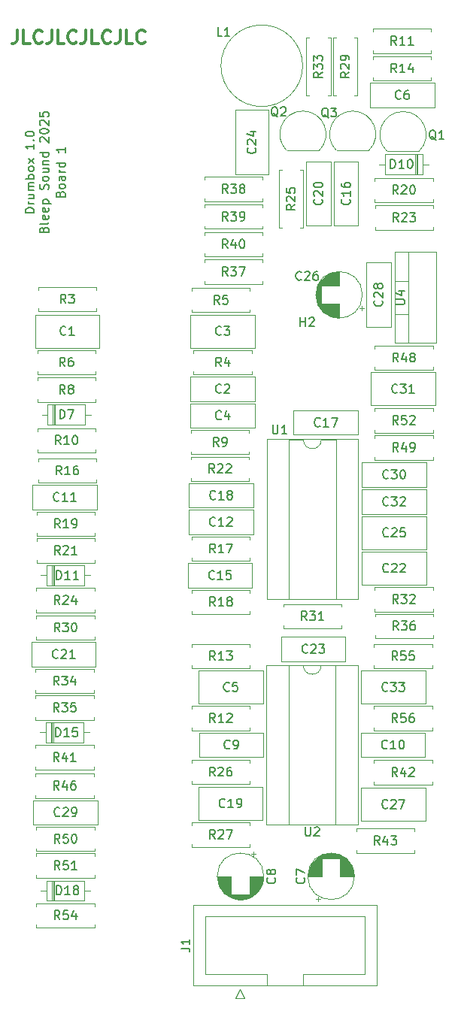
<source format=gto>
G04 #@! TF.GenerationSoftware,KiCad,Pcbnew,8.0.6-8.0.6-0~ubuntu22.04.1*
G04 #@! TF.CreationDate,2025-02-02T12:48:23+01:00*
G04 #@! TF.ProjectId,Drumbox,4472756d-626f-4782-9e6b-696361645f70,rev?*
G04 #@! TF.SameCoordinates,Original*
G04 #@! TF.FileFunction,Legend,Top*
G04 #@! TF.FilePolarity,Positive*
%FSLAX46Y46*%
G04 Gerber Fmt 4.6, Leading zero omitted, Abs format (unit mm)*
G04 Created by KiCad (PCBNEW 8.0.6-8.0.6-0~ubuntu22.04.1) date 2025-02-02 12:48:23*
%MOMM*%
%LPD*%
G01*
G04 APERTURE LIST*
%ADD10C,0.150000*%
%ADD11C,0.300000*%
%ADD12C,0.120000*%
%ADD13C,1.600000*%
%ADD14O,1.600000X1.600000*%
%ADD15C,1.524000*%
%ADD16R,1.600000X1.600000*%
%ADD17R,2.000000X1.905000*%
%ADD18O,2.000000X1.905000*%
%ADD19R,1.050000X1.500000*%
%ADD20O,1.050000X1.500000*%
%ADD21C,3.200000*%
%ADD22C,1.700000*%
%ADD23R,1.700000X1.700000*%
%ADD24O,1.700000X1.700000*%
G04 APERTURE END LIST*
D10*
X54131009Y-53052381D02*
X54178628Y-52909524D01*
X54178628Y-52909524D02*
X54226247Y-52861905D01*
X54226247Y-52861905D02*
X54321485Y-52814286D01*
X54321485Y-52814286D02*
X54464342Y-52814286D01*
X54464342Y-52814286D02*
X54559580Y-52861905D01*
X54559580Y-52861905D02*
X54607200Y-52909524D01*
X54607200Y-52909524D02*
X54654819Y-53004762D01*
X54654819Y-53004762D02*
X54654819Y-53385714D01*
X54654819Y-53385714D02*
X53654819Y-53385714D01*
X53654819Y-53385714D02*
X53654819Y-53052381D01*
X53654819Y-53052381D02*
X53702438Y-52957143D01*
X53702438Y-52957143D02*
X53750057Y-52909524D01*
X53750057Y-52909524D02*
X53845295Y-52861905D01*
X53845295Y-52861905D02*
X53940533Y-52861905D01*
X53940533Y-52861905D02*
X54035771Y-52909524D01*
X54035771Y-52909524D02*
X54083390Y-52957143D01*
X54083390Y-52957143D02*
X54131009Y-53052381D01*
X54131009Y-53052381D02*
X54131009Y-53385714D01*
X54654819Y-52242857D02*
X54607200Y-52338095D01*
X54607200Y-52338095D02*
X54559580Y-52385714D01*
X54559580Y-52385714D02*
X54464342Y-52433333D01*
X54464342Y-52433333D02*
X54178628Y-52433333D01*
X54178628Y-52433333D02*
X54083390Y-52385714D01*
X54083390Y-52385714D02*
X54035771Y-52338095D01*
X54035771Y-52338095D02*
X53988152Y-52242857D01*
X53988152Y-52242857D02*
X53988152Y-52100000D01*
X53988152Y-52100000D02*
X54035771Y-52004762D01*
X54035771Y-52004762D02*
X54083390Y-51957143D01*
X54083390Y-51957143D02*
X54178628Y-51909524D01*
X54178628Y-51909524D02*
X54464342Y-51909524D01*
X54464342Y-51909524D02*
X54559580Y-51957143D01*
X54559580Y-51957143D02*
X54607200Y-52004762D01*
X54607200Y-52004762D02*
X54654819Y-52100000D01*
X54654819Y-52100000D02*
X54654819Y-52242857D01*
X54654819Y-51052381D02*
X54131009Y-51052381D01*
X54131009Y-51052381D02*
X54035771Y-51100000D01*
X54035771Y-51100000D02*
X53988152Y-51195238D01*
X53988152Y-51195238D02*
X53988152Y-51385714D01*
X53988152Y-51385714D02*
X54035771Y-51480952D01*
X54607200Y-51052381D02*
X54654819Y-51147619D01*
X54654819Y-51147619D02*
X54654819Y-51385714D01*
X54654819Y-51385714D02*
X54607200Y-51480952D01*
X54607200Y-51480952D02*
X54511961Y-51528571D01*
X54511961Y-51528571D02*
X54416723Y-51528571D01*
X54416723Y-51528571D02*
X54321485Y-51480952D01*
X54321485Y-51480952D02*
X54273866Y-51385714D01*
X54273866Y-51385714D02*
X54273866Y-51147619D01*
X54273866Y-51147619D02*
X54226247Y-51052381D01*
X54654819Y-50576190D02*
X53988152Y-50576190D01*
X54178628Y-50576190D02*
X54083390Y-50528571D01*
X54083390Y-50528571D02*
X54035771Y-50480952D01*
X54035771Y-50480952D02*
X53988152Y-50385714D01*
X53988152Y-50385714D02*
X53988152Y-50290476D01*
X54654819Y-49528571D02*
X53654819Y-49528571D01*
X54607200Y-49528571D02*
X54654819Y-49623809D01*
X54654819Y-49623809D02*
X54654819Y-49814285D01*
X54654819Y-49814285D02*
X54607200Y-49909523D01*
X54607200Y-49909523D02*
X54559580Y-49957142D01*
X54559580Y-49957142D02*
X54464342Y-50004761D01*
X54464342Y-50004761D02*
X54178628Y-50004761D01*
X54178628Y-50004761D02*
X54083390Y-49957142D01*
X54083390Y-49957142D02*
X54035771Y-49909523D01*
X54035771Y-49909523D02*
X53988152Y-49814285D01*
X53988152Y-49814285D02*
X53988152Y-49623809D01*
X53988152Y-49623809D02*
X54035771Y-49528571D01*
X54654819Y-47766666D02*
X54654819Y-48338094D01*
X54654819Y-48052380D02*
X53654819Y-48052380D01*
X53654819Y-48052380D02*
X53797676Y-48147618D01*
X53797676Y-48147618D02*
X53892914Y-48242856D01*
X53892914Y-48242856D02*
X53940533Y-48338094D01*
D11*
X49271428Y-34578328D02*
X49271428Y-35649757D01*
X49271428Y-35649757D02*
X49199999Y-35864042D01*
X49199999Y-35864042D02*
X49057142Y-36006900D01*
X49057142Y-36006900D02*
X48842856Y-36078328D01*
X48842856Y-36078328D02*
X48699999Y-36078328D01*
X50699999Y-36078328D02*
X49985713Y-36078328D01*
X49985713Y-36078328D02*
X49985713Y-34578328D01*
X52057142Y-35935471D02*
X51985714Y-36006900D01*
X51985714Y-36006900D02*
X51771428Y-36078328D01*
X51771428Y-36078328D02*
X51628571Y-36078328D01*
X51628571Y-36078328D02*
X51414285Y-36006900D01*
X51414285Y-36006900D02*
X51271428Y-35864042D01*
X51271428Y-35864042D02*
X51199999Y-35721185D01*
X51199999Y-35721185D02*
X51128571Y-35435471D01*
X51128571Y-35435471D02*
X51128571Y-35221185D01*
X51128571Y-35221185D02*
X51199999Y-34935471D01*
X51199999Y-34935471D02*
X51271428Y-34792614D01*
X51271428Y-34792614D02*
X51414285Y-34649757D01*
X51414285Y-34649757D02*
X51628571Y-34578328D01*
X51628571Y-34578328D02*
X51771428Y-34578328D01*
X51771428Y-34578328D02*
X51985714Y-34649757D01*
X51985714Y-34649757D02*
X52057142Y-34721185D01*
X53128571Y-34578328D02*
X53128571Y-35649757D01*
X53128571Y-35649757D02*
X53057142Y-35864042D01*
X53057142Y-35864042D02*
X52914285Y-36006900D01*
X52914285Y-36006900D02*
X52699999Y-36078328D01*
X52699999Y-36078328D02*
X52557142Y-36078328D01*
X54557142Y-36078328D02*
X53842856Y-36078328D01*
X53842856Y-36078328D02*
X53842856Y-34578328D01*
X55914285Y-35935471D02*
X55842857Y-36006900D01*
X55842857Y-36006900D02*
X55628571Y-36078328D01*
X55628571Y-36078328D02*
X55485714Y-36078328D01*
X55485714Y-36078328D02*
X55271428Y-36006900D01*
X55271428Y-36006900D02*
X55128571Y-35864042D01*
X55128571Y-35864042D02*
X55057142Y-35721185D01*
X55057142Y-35721185D02*
X54985714Y-35435471D01*
X54985714Y-35435471D02*
X54985714Y-35221185D01*
X54985714Y-35221185D02*
X55057142Y-34935471D01*
X55057142Y-34935471D02*
X55128571Y-34792614D01*
X55128571Y-34792614D02*
X55271428Y-34649757D01*
X55271428Y-34649757D02*
X55485714Y-34578328D01*
X55485714Y-34578328D02*
X55628571Y-34578328D01*
X55628571Y-34578328D02*
X55842857Y-34649757D01*
X55842857Y-34649757D02*
X55914285Y-34721185D01*
X56985714Y-34578328D02*
X56985714Y-35649757D01*
X56985714Y-35649757D02*
X56914285Y-35864042D01*
X56914285Y-35864042D02*
X56771428Y-36006900D01*
X56771428Y-36006900D02*
X56557142Y-36078328D01*
X56557142Y-36078328D02*
X56414285Y-36078328D01*
X58414285Y-36078328D02*
X57699999Y-36078328D01*
X57699999Y-36078328D02*
X57699999Y-34578328D01*
X59771428Y-35935471D02*
X59700000Y-36006900D01*
X59700000Y-36006900D02*
X59485714Y-36078328D01*
X59485714Y-36078328D02*
X59342857Y-36078328D01*
X59342857Y-36078328D02*
X59128571Y-36006900D01*
X59128571Y-36006900D02*
X58985714Y-35864042D01*
X58985714Y-35864042D02*
X58914285Y-35721185D01*
X58914285Y-35721185D02*
X58842857Y-35435471D01*
X58842857Y-35435471D02*
X58842857Y-35221185D01*
X58842857Y-35221185D02*
X58914285Y-34935471D01*
X58914285Y-34935471D02*
X58985714Y-34792614D01*
X58985714Y-34792614D02*
X59128571Y-34649757D01*
X59128571Y-34649757D02*
X59342857Y-34578328D01*
X59342857Y-34578328D02*
X59485714Y-34578328D01*
X59485714Y-34578328D02*
X59700000Y-34649757D01*
X59700000Y-34649757D02*
X59771428Y-34721185D01*
X60842857Y-34578328D02*
X60842857Y-35649757D01*
X60842857Y-35649757D02*
X60771428Y-35864042D01*
X60771428Y-35864042D02*
X60628571Y-36006900D01*
X60628571Y-36006900D02*
X60414285Y-36078328D01*
X60414285Y-36078328D02*
X60271428Y-36078328D01*
X62271428Y-36078328D02*
X61557142Y-36078328D01*
X61557142Y-36078328D02*
X61557142Y-34578328D01*
X63628571Y-35935471D02*
X63557143Y-36006900D01*
X63557143Y-36006900D02*
X63342857Y-36078328D01*
X63342857Y-36078328D02*
X63200000Y-36078328D01*
X63200000Y-36078328D02*
X62985714Y-36006900D01*
X62985714Y-36006900D02*
X62842857Y-35864042D01*
X62842857Y-35864042D02*
X62771428Y-35721185D01*
X62771428Y-35721185D02*
X62700000Y-35435471D01*
X62700000Y-35435471D02*
X62700000Y-35221185D01*
X62700000Y-35221185D02*
X62771428Y-34935471D01*
X62771428Y-34935471D02*
X62842857Y-34792614D01*
X62842857Y-34792614D02*
X62985714Y-34649757D01*
X62985714Y-34649757D02*
X63200000Y-34578328D01*
X63200000Y-34578328D02*
X63342857Y-34578328D01*
X63342857Y-34578328D02*
X63557143Y-34649757D01*
X63557143Y-34649757D02*
X63628571Y-34721185D01*
D10*
X51179847Y-55171428D02*
X50179847Y-55171428D01*
X50179847Y-55171428D02*
X50179847Y-54933333D01*
X50179847Y-54933333D02*
X50227466Y-54790476D01*
X50227466Y-54790476D02*
X50322704Y-54695238D01*
X50322704Y-54695238D02*
X50417942Y-54647619D01*
X50417942Y-54647619D02*
X50608418Y-54600000D01*
X50608418Y-54600000D02*
X50751275Y-54600000D01*
X50751275Y-54600000D02*
X50941751Y-54647619D01*
X50941751Y-54647619D02*
X51036989Y-54695238D01*
X51036989Y-54695238D02*
X51132228Y-54790476D01*
X51132228Y-54790476D02*
X51179847Y-54933333D01*
X51179847Y-54933333D02*
X51179847Y-55171428D01*
X51179847Y-54171428D02*
X50513180Y-54171428D01*
X50703656Y-54171428D02*
X50608418Y-54123809D01*
X50608418Y-54123809D02*
X50560799Y-54076190D01*
X50560799Y-54076190D02*
X50513180Y-53980952D01*
X50513180Y-53980952D02*
X50513180Y-53885714D01*
X50513180Y-53123809D02*
X51179847Y-53123809D01*
X50513180Y-53552380D02*
X51036989Y-53552380D01*
X51036989Y-53552380D02*
X51132228Y-53504761D01*
X51132228Y-53504761D02*
X51179847Y-53409523D01*
X51179847Y-53409523D02*
X51179847Y-53266666D01*
X51179847Y-53266666D02*
X51132228Y-53171428D01*
X51132228Y-53171428D02*
X51084608Y-53123809D01*
X51179847Y-52647618D02*
X50513180Y-52647618D01*
X50608418Y-52647618D02*
X50560799Y-52599999D01*
X50560799Y-52599999D02*
X50513180Y-52504761D01*
X50513180Y-52504761D02*
X50513180Y-52361904D01*
X50513180Y-52361904D02*
X50560799Y-52266666D01*
X50560799Y-52266666D02*
X50656037Y-52219047D01*
X50656037Y-52219047D02*
X51179847Y-52219047D01*
X50656037Y-52219047D02*
X50560799Y-52171428D01*
X50560799Y-52171428D02*
X50513180Y-52076190D01*
X50513180Y-52076190D02*
X50513180Y-51933333D01*
X50513180Y-51933333D02*
X50560799Y-51838094D01*
X50560799Y-51838094D02*
X50656037Y-51790475D01*
X50656037Y-51790475D02*
X51179847Y-51790475D01*
X51179847Y-51314285D02*
X50179847Y-51314285D01*
X50560799Y-51314285D02*
X50513180Y-51219047D01*
X50513180Y-51219047D02*
X50513180Y-51028571D01*
X50513180Y-51028571D02*
X50560799Y-50933333D01*
X50560799Y-50933333D02*
X50608418Y-50885714D01*
X50608418Y-50885714D02*
X50703656Y-50838095D01*
X50703656Y-50838095D02*
X50989370Y-50838095D01*
X50989370Y-50838095D02*
X51084608Y-50885714D01*
X51084608Y-50885714D02*
X51132228Y-50933333D01*
X51132228Y-50933333D02*
X51179847Y-51028571D01*
X51179847Y-51028571D02*
X51179847Y-51219047D01*
X51179847Y-51219047D02*
X51132228Y-51314285D01*
X51179847Y-50266666D02*
X51132228Y-50361904D01*
X51132228Y-50361904D02*
X51084608Y-50409523D01*
X51084608Y-50409523D02*
X50989370Y-50457142D01*
X50989370Y-50457142D02*
X50703656Y-50457142D01*
X50703656Y-50457142D02*
X50608418Y-50409523D01*
X50608418Y-50409523D02*
X50560799Y-50361904D01*
X50560799Y-50361904D02*
X50513180Y-50266666D01*
X50513180Y-50266666D02*
X50513180Y-50123809D01*
X50513180Y-50123809D02*
X50560799Y-50028571D01*
X50560799Y-50028571D02*
X50608418Y-49980952D01*
X50608418Y-49980952D02*
X50703656Y-49933333D01*
X50703656Y-49933333D02*
X50989370Y-49933333D01*
X50989370Y-49933333D02*
X51084608Y-49980952D01*
X51084608Y-49980952D02*
X51132228Y-50028571D01*
X51132228Y-50028571D02*
X51179847Y-50123809D01*
X51179847Y-50123809D02*
X51179847Y-50266666D01*
X51179847Y-49599999D02*
X50513180Y-49076190D01*
X50513180Y-49599999D02*
X51179847Y-49076190D01*
X51179847Y-47409523D02*
X51179847Y-47980951D01*
X51179847Y-47695237D02*
X50179847Y-47695237D01*
X50179847Y-47695237D02*
X50322704Y-47790475D01*
X50322704Y-47790475D02*
X50417942Y-47885713D01*
X50417942Y-47885713D02*
X50465561Y-47980951D01*
X51084608Y-46980951D02*
X51132228Y-46933332D01*
X51132228Y-46933332D02*
X51179847Y-46980951D01*
X51179847Y-46980951D02*
X51132228Y-47028570D01*
X51132228Y-47028570D02*
X51084608Y-46980951D01*
X51084608Y-46980951D02*
X51179847Y-46980951D01*
X50179847Y-46314285D02*
X50179847Y-46219047D01*
X50179847Y-46219047D02*
X50227466Y-46123809D01*
X50227466Y-46123809D02*
X50275085Y-46076190D01*
X50275085Y-46076190D02*
X50370323Y-46028571D01*
X50370323Y-46028571D02*
X50560799Y-45980952D01*
X50560799Y-45980952D02*
X50798894Y-45980952D01*
X50798894Y-45980952D02*
X50989370Y-46028571D01*
X50989370Y-46028571D02*
X51084608Y-46076190D01*
X51084608Y-46076190D02*
X51132228Y-46123809D01*
X51132228Y-46123809D02*
X51179847Y-46219047D01*
X51179847Y-46219047D02*
X51179847Y-46314285D01*
X51179847Y-46314285D02*
X51132228Y-46409523D01*
X51132228Y-46409523D02*
X51084608Y-46457142D01*
X51084608Y-46457142D02*
X50989370Y-46504761D01*
X50989370Y-46504761D02*
X50798894Y-46552380D01*
X50798894Y-46552380D02*
X50560799Y-46552380D01*
X50560799Y-46552380D02*
X50370323Y-46504761D01*
X50370323Y-46504761D02*
X50275085Y-46457142D01*
X50275085Y-46457142D02*
X50227466Y-46409523D01*
X50227466Y-46409523D02*
X50179847Y-46314285D01*
X52265981Y-57052381D02*
X52313600Y-56909524D01*
X52313600Y-56909524D02*
X52361219Y-56861905D01*
X52361219Y-56861905D02*
X52456457Y-56814286D01*
X52456457Y-56814286D02*
X52599314Y-56814286D01*
X52599314Y-56814286D02*
X52694552Y-56861905D01*
X52694552Y-56861905D02*
X52742172Y-56909524D01*
X52742172Y-56909524D02*
X52789791Y-57004762D01*
X52789791Y-57004762D02*
X52789791Y-57385714D01*
X52789791Y-57385714D02*
X51789791Y-57385714D01*
X51789791Y-57385714D02*
X51789791Y-57052381D01*
X51789791Y-57052381D02*
X51837410Y-56957143D01*
X51837410Y-56957143D02*
X51885029Y-56909524D01*
X51885029Y-56909524D02*
X51980267Y-56861905D01*
X51980267Y-56861905D02*
X52075505Y-56861905D01*
X52075505Y-56861905D02*
X52170743Y-56909524D01*
X52170743Y-56909524D02*
X52218362Y-56957143D01*
X52218362Y-56957143D02*
X52265981Y-57052381D01*
X52265981Y-57052381D02*
X52265981Y-57385714D01*
X52789791Y-56242857D02*
X52742172Y-56338095D01*
X52742172Y-56338095D02*
X52646933Y-56385714D01*
X52646933Y-56385714D02*
X51789791Y-56385714D01*
X52742172Y-55480952D02*
X52789791Y-55576190D01*
X52789791Y-55576190D02*
X52789791Y-55766666D01*
X52789791Y-55766666D02*
X52742172Y-55861904D01*
X52742172Y-55861904D02*
X52646933Y-55909523D01*
X52646933Y-55909523D02*
X52265981Y-55909523D01*
X52265981Y-55909523D02*
X52170743Y-55861904D01*
X52170743Y-55861904D02*
X52123124Y-55766666D01*
X52123124Y-55766666D02*
X52123124Y-55576190D01*
X52123124Y-55576190D02*
X52170743Y-55480952D01*
X52170743Y-55480952D02*
X52265981Y-55433333D01*
X52265981Y-55433333D02*
X52361219Y-55433333D01*
X52361219Y-55433333D02*
X52456457Y-55909523D01*
X52742172Y-54623809D02*
X52789791Y-54719047D01*
X52789791Y-54719047D02*
X52789791Y-54909523D01*
X52789791Y-54909523D02*
X52742172Y-55004761D01*
X52742172Y-55004761D02*
X52646933Y-55052380D01*
X52646933Y-55052380D02*
X52265981Y-55052380D01*
X52265981Y-55052380D02*
X52170743Y-55004761D01*
X52170743Y-55004761D02*
X52123124Y-54909523D01*
X52123124Y-54909523D02*
X52123124Y-54719047D01*
X52123124Y-54719047D02*
X52170743Y-54623809D01*
X52170743Y-54623809D02*
X52265981Y-54576190D01*
X52265981Y-54576190D02*
X52361219Y-54576190D01*
X52361219Y-54576190D02*
X52456457Y-55052380D01*
X52123124Y-54147618D02*
X53123124Y-54147618D01*
X52170743Y-54147618D02*
X52123124Y-54052380D01*
X52123124Y-54052380D02*
X52123124Y-53861904D01*
X52123124Y-53861904D02*
X52170743Y-53766666D01*
X52170743Y-53766666D02*
X52218362Y-53719047D01*
X52218362Y-53719047D02*
X52313600Y-53671428D01*
X52313600Y-53671428D02*
X52599314Y-53671428D01*
X52599314Y-53671428D02*
X52694552Y-53719047D01*
X52694552Y-53719047D02*
X52742172Y-53766666D01*
X52742172Y-53766666D02*
X52789791Y-53861904D01*
X52789791Y-53861904D02*
X52789791Y-54052380D01*
X52789791Y-54052380D02*
X52742172Y-54147618D01*
X52742172Y-52528570D02*
X52789791Y-52385713D01*
X52789791Y-52385713D02*
X52789791Y-52147618D01*
X52789791Y-52147618D02*
X52742172Y-52052380D01*
X52742172Y-52052380D02*
X52694552Y-52004761D01*
X52694552Y-52004761D02*
X52599314Y-51957142D01*
X52599314Y-51957142D02*
X52504076Y-51957142D01*
X52504076Y-51957142D02*
X52408838Y-52004761D01*
X52408838Y-52004761D02*
X52361219Y-52052380D01*
X52361219Y-52052380D02*
X52313600Y-52147618D01*
X52313600Y-52147618D02*
X52265981Y-52338094D01*
X52265981Y-52338094D02*
X52218362Y-52433332D01*
X52218362Y-52433332D02*
X52170743Y-52480951D01*
X52170743Y-52480951D02*
X52075505Y-52528570D01*
X52075505Y-52528570D02*
X51980267Y-52528570D01*
X51980267Y-52528570D02*
X51885029Y-52480951D01*
X51885029Y-52480951D02*
X51837410Y-52433332D01*
X51837410Y-52433332D02*
X51789791Y-52338094D01*
X51789791Y-52338094D02*
X51789791Y-52099999D01*
X51789791Y-52099999D02*
X51837410Y-51957142D01*
X52789791Y-51385713D02*
X52742172Y-51480951D01*
X52742172Y-51480951D02*
X52694552Y-51528570D01*
X52694552Y-51528570D02*
X52599314Y-51576189D01*
X52599314Y-51576189D02*
X52313600Y-51576189D01*
X52313600Y-51576189D02*
X52218362Y-51528570D01*
X52218362Y-51528570D02*
X52170743Y-51480951D01*
X52170743Y-51480951D02*
X52123124Y-51385713D01*
X52123124Y-51385713D02*
X52123124Y-51242856D01*
X52123124Y-51242856D02*
X52170743Y-51147618D01*
X52170743Y-51147618D02*
X52218362Y-51099999D01*
X52218362Y-51099999D02*
X52313600Y-51052380D01*
X52313600Y-51052380D02*
X52599314Y-51052380D01*
X52599314Y-51052380D02*
X52694552Y-51099999D01*
X52694552Y-51099999D02*
X52742172Y-51147618D01*
X52742172Y-51147618D02*
X52789791Y-51242856D01*
X52789791Y-51242856D02*
X52789791Y-51385713D01*
X52123124Y-50195237D02*
X52789791Y-50195237D01*
X52123124Y-50623808D02*
X52646933Y-50623808D01*
X52646933Y-50623808D02*
X52742172Y-50576189D01*
X52742172Y-50576189D02*
X52789791Y-50480951D01*
X52789791Y-50480951D02*
X52789791Y-50338094D01*
X52789791Y-50338094D02*
X52742172Y-50242856D01*
X52742172Y-50242856D02*
X52694552Y-50195237D01*
X52123124Y-49719046D02*
X52789791Y-49719046D01*
X52218362Y-49719046D02*
X52170743Y-49671427D01*
X52170743Y-49671427D02*
X52123124Y-49576189D01*
X52123124Y-49576189D02*
X52123124Y-49433332D01*
X52123124Y-49433332D02*
X52170743Y-49338094D01*
X52170743Y-49338094D02*
X52265981Y-49290475D01*
X52265981Y-49290475D02*
X52789791Y-49290475D01*
X52789791Y-48385713D02*
X51789791Y-48385713D01*
X52742172Y-48385713D02*
X52789791Y-48480951D01*
X52789791Y-48480951D02*
X52789791Y-48671427D01*
X52789791Y-48671427D02*
X52742172Y-48766665D01*
X52742172Y-48766665D02*
X52694552Y-48814284D01*
X52694552Y-48814284D02*
X52599314Y-48861903D01*
X52599314Y-48861903D02*
X52313600Y-48861903D01*
X52313600Y-48861903D02*
X52218362Y-48814284D01*
X52218362Y-48814284D02*
X52170743Y-48766665D01*
X52170743Y-48766665D02*
X52123124Y-48671427D01*
X52123124Y-48671427D02*
X52123124Y-48480951D01*
X52123124Y-48480951D02*
X52170743Y-48385713D01*
X51885029Y-47195236D02*
X51837410Y-47147617D01*
X51837410Y-47147617D02*
X51789791Y-47052379D01*
X51789791Y-47052379D02*
X51789791Y-46814284D01*
X51789791Y-46814284D02*
X51837410Y-46719046D01*
X51837410Y-46719046D02*
X51885029Y-46671427D01*
X51885029Y-46671427D02*
X51980267Y-46623808D01*
X51980267Y-46623808D02*
X52075505Y-46623808D01*
X52075505Y-46623808D02*
X52218362Y-46671427D01*
X52218362Y-46671427D02*
X52789791Y-47242855D01*
X52789791Y-47242855D02*
X52789791Y-46623808D01*
X51789791Y-46004760D02*
X51789791Y-45909522D01*
X51789791Y-45909522D02*
X51837410Y-45814284D01*
X51837410Y-45814284D02*
X51885029Y-45766665D01*
X51885029Y-45766665D02*
X51980267Y-45719046D01*
X51980267Y-45719046D02*
X52170743Y-45671427D01*
X52170743Y-45671427D02*
X52408838Y-45671427D01*
X52408838Y-45671427D02*
X52599314Y-45719046D01*
X52599314Y-45719046D02*
X52694552Y-45766665D01*
X52694552Y-45766665D02*
X52742172Y-45814284D01*
X52742172Y-45814284D02*
X52789791Y-45909522D01*
X52789791Y-45909522D02*
X52789791Y-46004760D01*
X52789791Y-46004760D02*
X52742172Y-46099998D01*
X52742172Y-46099998D02*
X52694552Y-46147617D01*
X52694552Y-46147617D02*
X52599314Y-46195236D01*
X52599314Y-46195236D02*
X52408838Y-46242855D01*
X52408838Y-46242855D02*
X52170743Y-46242855D01*
X52170743Y-46242855D02*
X51980267Y-46195236D01*
X51980267Y-46195236D02*
X51885029Y-46147617D01*
X51885029Y-46147617D02*
X51837410Y-46099998D01*
X51837410Y-46099998D02*
X51789791Y-46004760D01*
X51885029Y-45290474D02*
X51837410Y-45242855D01*
X51837410Y-45242855D02*
X51789791Y-45147617D01*
X51789791Y-45147617D02*
X51789791Y-44909522D01*
X51789791Y-44909522D02*
X51837410Y-44814284D01*
X51837410Y-44814284D02*
X51885029Y-44766665D01*
X51885029Y-44766665D02*
X51980267Y-44719046D01*
X51980267Y-44719046D02*
X52075505Y-44719046D01*
X52075505Y-44719046D02*
X52218362Y-44766665D01*
X52218362Y-44766665D02*
X52789791Y-45338093D01*
X52789791Y-45338093D02*
X52789791Y-44719046D01*
X51789791Y-43814284D02*
X51789791Y-44290474D01*
X51789791Y-44290474D02*
X52265981Y-44338093D01*
X52265981Y-44338093D02*
X52218362Y-44290474D01*
X52218362Y-44290474D02*
X52170743Y-44195236D01*
X52170743Y-44195236D02*
X52170743Y-43957141D01*
X52170743Y-43957141D02*
X52218362Y-43861903D01*
X52218362Y-43861903D02*
X52265981Y-43814284D01*
X52265981Y-43814284D02*
X52361219Y-43766665D01*
X52361219Y-43766665D02*
X52599314Y-43766665D01*
X52599314Y-43766665D02*
X52694552Y-43814284D01*
X52694552Y-43814284D02*
X52742172Y-43861903D01*
X52742172Y-43861903D02*
X52789791Y-43957141D01*
X52789791Y-43957141D02*
X52789791Y-44195236D01*
X52789791Y-44195236D02*
X52742172Y-44290474D01*
X52742172Y-44290474D02*
X52694552Y-44338093D01*
X83357142Y-79159580D02*
X83309523Y-79207200D01*
X83309523Y-79207200D02*
X83166666Y-79254819D01*
X83166666Y-79254819D02*
X83071428Y-79254819D01*
X83071428Y-79254819D02*
X82928571Y-79207200D01*
X82928571Y-79207200D02*
X82833333Y-79111961D01*
X82833333Y-79111961D02*
X82785714Y-79016723D01*
X82785714Y-79016723D02*
X82738095Y-78826247D01*
X82738095Y-78826247D02*
X82738095Y-78683390D01*
X82738095Y-78683390D02*
X82785714Y-78492914D01*
X82785714Y-78492914D02*
X82833333Y-78397676D01*
X82833333Y-78397676D02*
X82928571Y-78302438D01*
X82928571Y-78302438D02*
X83071428Y-78254819D01*
X83071428Y-78254819D02*
X83166666Y-78254819D01*
X83166666Y-78254819D02*
X83309523Y-78302438D01*
X83309523Y-78302438D02*
X83357142Y-78350057D01*
X84309523Y-79254819D02*
X83738095Y-79254819D01*
X84023809Y-79254819D02*
X84023809Y-78254819D01*
X84023809Y-78254819D02*
X83928571Y-78397676D01*
X83928571Y-78397676D02*
X83833333Y-78492914D01*
X83833333Y-78492914D02*
X83738095Y-78540533D01*
X84642857Y-78254819D02*
X85309523Y-78254819D01*
X85309523Y-78254819D02*
X84880952Y-79254819D01*
X54057142Y-102354819D02*
X53723809Y-101878628D01*
X53485714Y-102354819D02*
X53485714Y-101354819D01*
X53485714Y-101354819D02*
X53866666Y-101354819D01*
X53866666Y-101354819D02*
X53961904Y-101402438D01*
X53961904Y-101402438D02*
X54009523Y-101450057D01*
X54009523Y-101450057D02*
X54057142Y-101545295D01*
X54057142Y-101545295D02*
X54057142Y-101688152D01*
X54057142Y-101688152D02*
X54009523Y-101783390D01*
X54009523Y-101783390D02*
X53961904Y-101831009D01*
X53961904Y-101831009D02*
X53866666Y-101878628D01*
X53866666Y-101878628D02*
X53485714Y-101878628D01*
X54390476Y-101354819D02*
X55009523Y-101354819D01*
X55009523Y-101354819D02*
X54676190Y-101735771D01*
X54676190Y-101735771D02*
X54819047Y-101735771D01*
X54819047Y-101735771D02*
X54914285Y-101783390D01*
X54914285Y-101783390D02*
X54961904Y-101831009D01*
X54961904Y-101831009D02*
X55009523Y-101926247D01*
X55009523Y-101926247D02*
X55009523Y-102164342D01*
X55009523Y-102164342D02*
X54961904Y-102259580D01*
X54961904Y-102259580D02*
X54914285Y-102307200D01*
X54914285Y-102307200D02*
X54819047Y-102354819D01*
X54819047Y-102354819D02*
X54533333Y-102354819D01*
X54533333Y-102354819D02*
X54438095Y-102307200D01*
X54438095Y-102307200D02*
X54390476Y-102259580D01*
X55628571Y-101354819D02*
X55723809Y-101354819D01*
X55723809Y-101354819D02*
X55819047Y-101402438D01*
X55819047Y-101402438D02*
X55866666Y-101450057D01*
X55866666Y-101450057D02*
X55914285Y-101545295D01*
X55914285Y-101545295D02*
X55961904Y-101735771D01*
X55961904Y-101735771D02*
X55961904Y-101973866D01*
X55961904Y-101973866D02*
X55914285Y-102164342D01*
X55914285Y-102164342D02*
X55866666Y-102259580D01*
X55866666Y-102259580D02*
X55819047Y-102307200D01*
X55819047Y-102307200D02*
X55723809Y-102354819D01*
X55723809Y-102354819D02*
X55628571Y-102354819D01*
X55628571Y-102354819D02*
X55533333Y-102307200D01*
X55533333Y-102307200D02*
X55485714Y-102259580D01*
X55485714Y-102259580D02*
X55438095Y-102164342D01*
X55438095Y-102164342D02*
X55390476Y-101973866D01*
X55390476Y-101973866D02*
X55390476Y-101735771D01*
X55390476Y-101735771D02*
X55438095Y-101545295D01*
X55438095Y-101545295D02*
X55485714Y-101450057D01*
X55485714Y-101450057D02*
X55533333Y-101402438D01*
X55533333Y-101402438D02*
X55628571Y-101354819D01*
X92157142Y-71954819D02*
X91823809Y-71478628D01*
X91585714Y-71954819D02*
X91585714Y-70954819D01*
X91585714Y-70954819D02*
X91966666Y-70954819D01*
X91966666Y-70954819D02*
X92061904Y-71002438D01*
X92061904Y-71002438D02*
X92109523Y-71050057D01*
X92109523Y-71050057D02*
X92157142Y-71145295D01*
X92157142Y-71145295D02*
X92157142Y-71288152D01*
X92157142Y-71288152D02*
X92109523Y-71383390D01*
X92109523Y-71383390D02*
X92061904Y-71431009D01*
X92061904Y-71431009D02*
X91966666Y-71478628D01*
X91966666Y-71478628D02*
X91585714Y-71478628D01*
X93014285Y-71288152D02*
X93014285Y-71954819D01*
X92776190Y-70907200D02*
X92538095Y-71621485D01*
X92538095Y-71621485D02*
X93157142Y-71621485D01*
X93680952Y-71383390D02*
X93585714Y-71335771D01*
X93585714Y-71335771D02*
X93538095Y-71288152D01*
X93538095Y-71288152D02*
X93490476Y-71192914D01*
X93490476Y-71192914D02*
X93490476Y-71145295D01*
X93490476Y-71145295D02*
X93538095Y-71050057D01*
X93538095Y-71050057D02*
X93585714Y-71002438D01*
X93585714Y-71002438D02*
X93680952Y-70954819D01*
X93680952Y-70954819D02*
X93871428Y-70954819D01*
X93871428Y-70954819D02*
X93966666Y-71002438D01*
X93966666Y-71002438D02*
X94014285Y-71050057D01*
X94014285Y-71050057D02*
X94061904Y-71145295D01*
X94061904Y-71145295D02*
X94061904Y-71192914D01*
X94061904Y-71192914D02*
X94014285Y-71288152D01*
X94014285Y-71288152D02*
X93966666Y-71335771D01*
X93966666Y-71335771D02*
X93871428Y-71383390D01*
X93871428Y-71383390D02*
X93680952Y-71383390D01*
X93680952Y-71383390D02*
X93585714Y-71431009D01*
X93585714Y-71431009D02*
X93538095Y-71478628D01*
X93538095Y-71478628D02*
X93490476Y-71573866D01*
X93490476Y-71573866D02*
X93490476Y-71764342D01*
X93490476Y-71764342D02*
X93538095Y-71859580D01*
X93538095Y-71859580D02*
X93585714Y-71907200D01*
X93585714Y-71907200D02*
X93680952Y-71954819D01*
X93680952Y-71954819D02*
X93871428Y-71954819D01*
X93871428Y-71954819D02*
X93966666Y-71907200D01*
X93966666Y-71907200D02*
X94014285Y-71859580D01*
X94014285Y-71859580D02*
X94061904Y-71764342D01*
X94061904Y-71764342D02*
X94061904Y-71573866D01*
X94061904Y-71573866D02*
X94014285Y-71478628D01*
X94014285Y-71478628D02*
X93966666Y-71431009D01*
X93966666Y-71431009D02*
X93871428Y-71383390D01*
X54057142Y-99254819D02*
X53723809Y-98778628D01*
X53485714Y-99254819D02*
X53485714Y-98254819D01*
X53485714Y-98254819D02*
X53866666Y-98254819D01*
X53866666Y-98254819D02*
X53961904Y-98302438D01*
X53961904Y-98302438D02*
X54009523Y-98350057D01*
X54009523Y-98350057D02*
X54057142Y-98445295D01*
X54057142Y-98445295D02*
X54057142Y-98588152D01*
X54057142Y-98588152D02*
X54009523Y-98683390D01*
X54009523Y-98683390D02*
X53961904Y-98731009D01*
X53961904Y-98731009D02*
X53866666Y-98778628D01*
X53866666Y-98778628D02*
X53485714Y-98778628D01*
X54438095Y-98350057D02*
X54485714Y-98302438D01*
X54485714Y-98302438D02*
X54580952Y-98254819D01*
X54580952Y-98254819D02*
X54819047Y-98254819D01*
X54819047Y-98254819D02*
X54914285Y-98302438D01*
X54914285Y-98302438D02*
X54961904Y-98350057D01*
X54961904Y-98350057D02*
X55009523Y-98445295D01*
X55009523Y-98445295D02*
X55009523Y-98540533D01*
X55009523Y-98540533D02*
X54961904Y-98683390D01*
X54961904Y-98683390D02*
X54390476Y-99254819D01*
X54390476Y-99254819D02*
X55009523Y-99254819D01*
X55866666Y-98588152D02*
X55866666Y-99254819D01*
X55628571Y-98207200D02*
X55390476Y-98921485D01*
X55390476Y-98921485D02*
X56009523Y-98921485D01*
X73133333Y-108959580D02*
X73085714Y-109007200D01*
X73085714Y-109007200D02*
X72942857Y-109054819D01*
X72942857Y-109054819D02*
X72847619Y-109054819D01*
X72847619Y-109054819D02*
X72704762Y-109007200D01*
X72704762Y-109007200D02*
X72609524Y-108911961D01*
X72609524Y-108911961D02*
X72561905Y-108816723D01*
X72561905Y-108816723D02*
X72514286Y-108626247D01*
X72514286Y-108626247D02*
X72514286Y-108483390D01*
X72514286Y-108483390D02*
X72561905Y-108292914D01*
X72561905Y-108292914D02*
X72609524Y-108197676D01*
X72609524Y-108197676D02*
X72704762Y-108102438D01*
X72704762Y-108102438D02*
X72847619Y-108054819D01*
X72847619Y-108054819D02*
X72942857Y-108054819D01*
X72942857Y-108054819D02*
X73085714Y-108102438D01*
X73085714Y-108102438D02*
X73133333Y-108150057D01*
X74038095Y-108054819D02*
X73561905Y-108054819D01*
X73561905Y-108054819D02*
X73514286Y-108531009D01*
X73514286Y-108531009D02*
X73561905Y-108483390D01*
X73561905Y-108483390D02*
X73657143Y-108435771D01*
X73657143Y-108435771D02*
X73895238Y-108435771D01*
X73895238Y-108435771D02*
X73990476Y-108483390D01*
X73990476Y-108483390D02*
X74038095Y-108531009D01*
X74038095Y-108531009D02*
X74085714Y-108626247D01*
X74085714Y-108626247D02*
X74085714Y-108864342D01*
X74085714Y-108864342D02*
X74038095Y-108959580D01*
X74038095Y-108959580D02*
X73990476Y-109007200D01*
X73990476Y-109007200D02*
X73895238Y-109054819D01*
X73895238Y-109054819D02*
X73657143Y-109054819D01*
X73657143Y-109054819D02*
X73561905Y-109007200D01*
X73561905Y-109007200D02*
X73514286Y-108959580D01*
X80554819Y-54252857D02*
X80078628Y-54586190D01*
X80554819Y-54824285D02*
X79554819Y-54824285D01*
X79554819Y-54824285D02*
X79554819Y-54443333D01*
X79554819Y-54443333D02*
X79602438Y-54348095D01*
X79602438Y-54348095D02*
X79650057Y-54300476D01*
X79650057Y-54300476D02*
X79745295Y-54252857D01*
X79745295Y-54252857D02*
X79888152Y-54252857D01*
X79888152Y-54252857D02*
X79983390Y-54300476D01*
X79983390Y-54300476D02*
X80031009Y-54348095D01*
X80031009Y-54348095D02*
X80078628Y-54443333D01*
X80078628Y-54443333D02*
X80078628Y-54824285D01*
X79650057Y-53871904D02*
X79602438Y-53824285D01*
X79602438Y-53824285D02*
X79554819Y-53729047D01*
X79554819Y-53729047D02*
X79554819Y-53490952D01*
X79554819Y-53490952D02*
X79602438Y-53395714D01*
X79602438Y-53395714D02*
X79650057Y-53348095D01*
X79650057Y-53348095D02*
X79745295Y-53300476D01*
X79745295Y-53300476D02*
X79840533Y-53300476D01*
X79840533Y-53300476D02*
X79983390Y-53348095D01*
X79983390Y-53348095D02*
X80554819Y-53919523D01*
X80554819Y-53919523D02*
X80554819Y-53300476D01*
X79554819Y-52395714D02*
X79554819Y-52871904D01*
X79554819Y-52871904D02*
X80031009Y-52919523D01*
X80031009Y-52919523D02*
X79983390Y-52871904D01*
X79983390Y-52871904D02*
X79935771Y-52776666D01*
X79935771Y-52776666D02*
X79935771Y-52538571D01*
X79935771Y-52538571D02*
X79983390Y-52443333D01*
X79983390Y-52443333D02*
X80031009Y-52395714D01*
X80031009Y-52395714D02*
X80126247Y-52348095D01*
X80126247Y-52348095D02*
X80364342Y-52348095D01*
X80364342Y-52348095D02*
X80459580Y-52395714D01*
X80459580Y-52395714D02*
X80507200Y-52443333D01*
X80507200Y-52443333D02*
X80554819Y-52538571D01*
X80554819Y-52538571D02*
X80554819Y-52776666D01*
X80554819Y-52776666D02*
X80507200Y-52871904D01*
X80507200Y-52871904D02*
X80459580Y-52919523D01*
X54057142Y-123059580D02*
X54009523Y-123107200D01*
X54009523Y-123107200D02*
X53866666Y-123154819D01*
X53866666Y-123154819D02*
X53771428Y-123154819D01*
X53771428Y-123154819D02*
X53628571Y-123107200D01*
X53628571Y-123107200D02*
X53533333Y-123011961D01*
X53533333Y-123011961D02*
X53485714Y-122916723D01*
X53485714Y-122916723D02*
X53438095Y-122726247D01*
X53438095Y-122726247D02*
X53438095Y-122583390D01*
X53438095Y-122583390D02*
X53485714Y-122392914D01*
X53485714Y-122392914D02*
X53533333Y-122297676D01*
X53533333Y-122297676D02*
X53628571Y-122202438D01*
X53628571Y-122202438D02*
X53771428Y-122154819D01*
X53771428Y-122154819D02*
X53866666Y-122154819D01*
X53866666Y-122154819D02*
X54009523Y-122202438D01*
X54009523Y-122202438D02*
X54057142Y-122250057D01*
X54438095Y-122250057D02*
X54485714Y-122202438D01*
X54485714Y-122202438D02*
X54580952Y-122154819D01*
X54580952Y-122154819D02*
X54819047Y-122154819D01*
X54819047Y-122154819D02*
X54914285Y-122202438D01*
X54914285Y-122202438D02*
X54961904Y-122250057D01*
X54961904Y-122250057D02*
X55009523Y-122345295D01*
X55009523Y-122345295D02*
X55009523Y-122440533D01*
X55009523Y-122440533D02*
X54961904Y-122583390D01*
X54961904Y-122583390D02*
X54390476Y-123154819D01*
X54390476Y-123154819D02*
X55009523Y-123154819D01*
X55485714Y-123154819D02*
X55676190Y-123154819D01*
X55676190Y-123154819D02*
X55771428Y-123107200D01*
X55771428Y-123107200D02*
X55819047Y-123059580D01*
X55819047Y-123059580D02*
X55914285Y-122916723D01*
X55914285Y-122916723D02*
X55961904Y-122726247D01*
X55961904Y-122726247D02*
X55961904Y-122345295D01*
X55961904Y-122345295D02*
X55914285Y-122250057D01*
X55914285Y-122250057D02*
X55866666Y-122202438D01*
X55866666Y-122202438D02*
X55771428Y-122154819D01*
X55771428Y-122154819D02*
X55580952Y-122154819D01*
X55580952Y-122154819D02*
X55485714Y-122202438D01*
X55485714Y-122202438D02*
X55438095Y-122250057D01*
X55438095Y-122250057D02*
X55390476Y-122345295D01*
X55390476Y-122345295D02*
X55390476Y-122583390D01*
X55390476Y-122583390D02*
X55438095Y-122678628D01*
X55438095Y-122678628D02*
X55485714Y-122726247D01*
X55485714Y-122726247D02*
X55580952Y-122773866D01*
X55580952Y-122773866D02*
X55771428Y-122773866D01*
X55771428Y-122773866D02*
X55866666Y-122726247D01*
X55866666Y-122726247D02*
X55914285Y-122678628D01*
X55914285Y-122678628D02*
X55961904Y-122583390D01*
X72233333Y-78359580D02*
X72185714Y-78407200D01*
X72185714Y-78407200D02*
X72042857Y-78454819D01*
X72042857Y-78454819D02*
X71947619Y-78454819D01*
X71947619Y-78454819D02*
X71804762Y-78407200D01*
X71804762Y-78407200D02*
X71709524Y-78311961D01*
X71709524Y-78311961D02*
X71661905Y-78216723D01*
X71661905Y-78216723D02*
X71614286Y-78026247D01*
X71614286Y-78026247D02*
X71614286Y-77883390D01*
X71614286Y-77883390D02*
X71661905Y-77692914D01*
X71661905Y-77692914D02*
X71709524Y-77597676D01*
X71709524Y-77597676D02*
X71804762Y-77502438D01*
X71804762Y-77502438D02*
X71947619Y-77454819D01*
X71947619Y-77454819D02*
X72042857Y-77454819D01*
X72042857Y-77454819D02*
X72185714Y-77502438D01*
X72185714Y-77502438D02*
X72233333Y-77550057D01*
X73090476Y-77788152D02*
X73090476Y-78454819D01*
X72852381Y-77407200D02*
X72614286Y-78121485D01*
X72614286Y-78121485D02*
X73233333Y-78121485D01*
X72333333Y-35254819D02*
X71857143Y-35254819D01*
X71857143Y-35254819D02*
X71857143Y-34254819D01*
X73190476Y-35254819D02*
X72619048Y-35254819D01*
X72904762Y-35254819D02*
X72904762Y-34254819D01*
X72904762Y-34254819D02*
X72809524Y-34397676D01*
X72809524Y-34397676D02*
X72714286Y-34492914D01*
X72714286Y-34492914D02*
X72619048Y-34540533D01*
X72957142Y-62254819D02*
X72623809Y-61778628D01*
X72385714Y-62254819D02*
X72385714Y-61254819D01*
X72385714Y-61254819D02*
X72766666Y-61254819D01*
X72766666Y-61254819D02*
X72861904Y-61302438D01*
X72861904Y-61302438D02*
X72909523Y-61350057D01*
X72909523Y-61350057D02*
X72957142Y-61445295D01*
X72957142Y-61445295D02*
X72957142Y-61588152D01*
X72957142Y-61588152D02*
X72909523Y-61683390D01*
X72909523Y-61683390D02*
X72861904Y-61731009D01*
X72861904Y-61731009D02*
X72766666Y-61778628D01*
X72766666Y-61778628D02*
X72385714Y-61778628D01*
X73290476Y-61254819D02*
X73909523Y-61254819D01*
X73909523Y-61254819D02*
X73576190Y-61635771D01*
X73576190Y-61635771D02*
X73719047Y-61635771D01*
X73719047Y-61635771D02*
X73814285Y-61683390D01*
X73814285Y-61683390D02*
X73861904Y-61731009D01*
X73861904Y-61731009D02*
X73909523Y-61826247D01*
X73909523Y-61826247D02*
X73909523Y-62064342D01*
X73909523Y-62064342D02*
X73861904Y-62159580D01*
X73861904Y-62159580D02*
X73814285Y-62207200D01*
X73814285Y-62207200D02*
X73719047Y-62254819D01*
X73719047Y-62254819D02*
X73433333Y-62254819D01*
X73433333Y-62254819D02*
X73338095Y-62207200D01*
X73338095Y-62207200D02*
X73290476Y-62159580D01*
X74242857Y-61254819D02*
X74909523Y-61254819D01*
X74909523Y-61254819D02*
X74480952Y-62254819D01*
X91295714Y-50154819D02*
X91295714Y-49154819D01*
X91295714Y-49154819D02*
X91533809Y-49154819D01*
X91533809Y-49154819D02*
X91676666Y-49202438D01*
X91676666Y-49202438D02*
X91771904Y-49297676D01*
X91771904Y-49297676D02*
X91819523Y-49392914D01*
X91819523Y-49392914D02*
X91867142Y-49583390D01*
X91867142Y-49583390D02*
X91867142Y-49726247D01*
X91867142Y-49726247D02*
X91819523Y-49916723D01*
X91819523Y-49916723D02*
X91771904Y-50011961D01*
X91771904Y-50011961D02*
X91676666Y-50107200D01*
X91676666Y-50107200D02*
X91533809Y-50154819D01*
X91533809Y-50154819D02*
X91295714Y-50154819D01*
X92819523Y-50154819D02*
X92248095Y-50154819D01*
X92533809Y-50154819D02*
X92533809Y-49154819D01*
X92533809Y-49154819D02*
X92438571Y-49297676D01*
X92438571Y-49297676D02*
X92343333Y-49392914D01*
X92343333Y-49392914D02*
X92248095Y-49440533D01*
X93438571Y-49154819D02*
X93533809Y-49154819D01*
X93533809Y-49154819D02*
X93629047Y-49202438D01*
X93629047Y-49202438D02*
X93676666Y-49250057D01*
X93676666Y-49250057D02*
X93724285Y-49345295D01*
X93724285Y-49345295D02*
X93771904Y-49535771D01*
X93771904Y-49535771D02*
X93771904Y-49773866D01*
X93771904Y-49773866D02*
X93724285Y-49964342D01*
X93724285Y-49964342D02*
X93676666Y-50059580D01*
X93676666Y-50059580D02*
X93629047Y-50107200D01*
X93629047Y-50107200D02*
X93533809Y-50154819D01*
X93533809Y-50154819D02*
X93438571Y-50154819D01*
X93438571Y-50154819D02*
X93343333Y-50107200D01*
X93343333Y-50107200D02*
X93295714Y-50059580D01*
X93295714Y-50059580D02*
X93248095Y-49964342D01*
X93248095Y-49964342D02*
X93200476Y-49773866D01*
X93200476Y-49773866D02*
X93200476Y-49535771D01*
X93200476Y-49535771D02*
X93248095Y-49345295D01*
X93248095Y-49345295D02*
X93295714Y-49250057D01*
X93295714Y-49250057D02*
X93343333Y-49202438D01*
X93343333Y-49202438D02*
X93438571Y-49154819D01*
X92167142Y-56154819D02*
X91833809Y-55678628D01*
X91595714Y-56154819D02*
X91595714Y-55154819D01*
X91595714Y-55154819D02*
X91976666Y-55154819D01*
X91976666Y-55154819D02*
X92071904Y-55202438D01*
X92071904Y-55202438D02*
X92119523Y-55250057D01*
X92119523Y-55250057D02*
X92167142Y-55345295D01*
X92167142Y-55345295D02*
X92167142Y-55488152D01*
X92167142Y-55488152D02*
X92119523Y-55583390D01*
X92119523Y-55583390D02*
X92071904Y-55631009D01*
X92071904Y-55631009D02*
X91976666Y-55678628D01*
X91976666Y-55678628D02*
X91595714Y-55678628D01*
X92548095Y-55250057D02*
X92595714Y-55202438D01*
X92595714Y-55202438D02*
X92690952Y-55154819D01*
X92690952Y-55154819D02*
X92929047Y-55154819D01*
X92929047Y-55154819D02*
X93024285Y-55202438D01*
X93024285Y-55202438D02*
X93071904Y-55250057D01*
X93071904Y-55250057D02*
X93119523Y-55345295D01*
X93119523Y-55345295D02*
X93119523Y-55440533D01*
X93119523Y-55440533D02*
X93071904Y-55583390D01*
X93071904Y-55583390D02*
X92500476Y-56154819D01*
X92500476Y-56154819D02*
X93119523Y-56154819D01*
X93452857Y-55154819D02*
X94071904Y-55154819D01*
X94071904Y-55154819D02*
X93738571Y-55535771D01*
X93738571Y-55535771D02*
X93881428Y-55535771D01*
X93881428Y-55535771D02*
X93976666Y-55583390D01*
X93976666Y-55583390D02*
X94024285Y-55631009D01*
X94024285Y-55631009D02*
X94071904Y-55726247D01*
X94071904Y-55726247D02*
X94071904Y-55964342D01*
X94071904Y-55964342D02*
X94024285Y-56059580D01*
X94024285Y-56059580D02*
X93976666Y-56107200D01*
X93976666Y-56107200D02*
X93881428Y-56154819D01*
X93881428Y-56154819D02*
X93595714Y-56154819D01*
X93595714Y-56154819D02*
X93500476Y-56107200D01*
X93500476Y-56107200D02*
X93452857Y-56059580D01*
X91057142Y-85009580D02*
X91009523Y-85057200D01*
X91009523Y-85057200D02*
X90866666Y-85104819D01*
X90866666Y-85104819D02*
X90771428Y-85104819D01*
X90771428Y-85104819D02*
X90628571Y-85057200D01*
X90628571Y-85057200D02*
X90533333Y-84961961D01*
X90533333Y-84961961D02*
X90485714Y-84866723D01*
X90485714Y-84866723D02*
X90438095Y-84676247D01*
X90438095Y-84676247D02*
X90438095Y-84533390D01*
X90438095Y-84533390D02*
X90485714Y-84342914D01*
X90485714Y-84342914D02*
X90533333Y-84247676D01*
X90533333Y-84247676D02*
X90628571Y-84152438D01*
X90628571Y-84152438D02*
X90771428Y-84104819D01*
X90771428Y-84104819D02*
X90866666Y-84104819D01*
X90866666Y-84104819D02*
X91009523Y-84152438D01*
X91009523Y-84152438D02*
X91057142Y-84200057D01*
X91390476Y-84104819D02*
X92009523Y-84104819D01*
X92009523Y-84104819D02*
X91676190Y-84485771D01*
X91676190Y-84485771D02*
X91819047Y-84485771D01*
X91819047Y-84485771D02*
X91914285Y-84533390D01*
X91914285Y-84533390D02*
X91961904Y-84581009D01*
X91961904Y-84581009D02*
X92009523Y-84676247D01*
X92009523Y-84676247D02*
X92009523Y-84914342D01*
X92009523Y-84914342D02*
X91961904Y-85009580D01*
X91961904Y-85009580D02*
X91914285Y-85057200D01*
X91914285Y-85057200D02*
X91819047Y-85104819D01*
X91819047Y-85104819D02*
X91533333Y-85104819D01*
X91533333Y-85104819D02*
X91438095Y-85057200D01*
X91438095Y-85057200D02*
X91390476Y-85009580D01*
X92628571Y-84104819D02*
X92723809Y-84104819D01*
X92723809Y-84104819D02*
X92819047Y-84152438D01*
X92819047Y-84152438D02*
X92866666Y-84200057D01*
X92866666Y-84200057D02*
X92914285Y-84295295D01*
X92914285Y-84295295D02*
X92961904Y-84485771D01*
X92961904Y-84485771D02*
X92961904Y-84723866D01*
X92961904Y-84723866D02*
X92914285Y-84914342D01*
X92914285Y-84914342D02*
X92866666Y-85009580D01*
X92866666Y-85009580D02*
X92819047Y-85057200D01*
X92819047Y-85057200D02*
X92723809Y-85104819D01*
X92723809Y-85104819D02*
X92628571Y-85104819D01*
X92628571Y-85104819D02*
X92533333Y-85057200D01*
X92533333Y-85057200D02*
X92485714Y-85009580D01*
X92485714Y-85009580D02*
X92438095Y-84914342D01*
X92438095Y-84914342D02*
X92390476Y-84723866D01*
X92390476Y-84723866D02*
X92390476Y-84485771D01*
X92390476Y-84485771D02*
X92438095Y-84295295D01*
X92438095Y-84295295D02*
X92485714Y-84200057D01*
X92485714Y-84200057D02*
X92533333Y-84152438D01*
X92533333Y-84152438D02*
X92628571Y-84104819D01*
X90314693Y-65042857D02*
X90362313Y-65090476D01*
X90362313Y-65090476D02*
X90409932Y-65233333D01*
X90409932Y-65233333D02*
X90409932Y-65328571D01*
X90409932Y-65328571D02*
X90362313Y-65471428D01*
X90362313Y-65471428D02*
X90267074Y-65566666D01*
X90267074Y-65566666D02*
X90171836Y-65614285D01*
X90171836Y-65614285D02*
X89981360Y-65661904D01*
X89981360Y-65661904D02*
X89838503Y-65661904D01*
X89838503Y-65661904D02*
X89648027Y-65614285D01*
X89648027Y-65614285D02*
X89552789Y-65566666D01*
X89552789Y-65566666D02*
X89457551Y-65471428D01*
X89457551Y-65471428D02*
X89409932Y-65328571D01*
X89409932Y-65328571D02*
X89409932Y-65233333D01*
X89409932Y-65233333D02*
X89457551Y-65090476D01*
X89457551Y-65090476D02*
X89505170Y-65042857D01*
X89505170Y-64661904D02*
X89457551Y-64614285D01*
X89457551Y-64614285D02*
X89409932Y-64519047D01*
X89409932Y-64519047D02*
X89409932Y-64280952D01*
X89409932Y-64280952D02*
X89457551Y-64185714D01*
X89457551Y-64185714D02*
X89505170Y-64138095D01*
X89505170Y-64138095D02*
X89600408Y-64090476D01*
X89600408Y-64090476D02*
X89695646Y-64090476D01*
X89695646Y-64090476D02*
X89838503Y-64138095D01*
X89838503Y-64138095D02*
X90409932Y-64709523D01*
X90409932Y-64709523D02*
X90409932Y-64090476D01*
X89838503Y-63519047D02*
X89790884Y-63614285D01*
X89790884Y-63614285D02*
X89743265Y-63661904D01*
X89743265Y-63661904D02*
X89648027Y-63709523D01*
X89648027Y-63709523D02*
X89600408Y-63709523D01*
X89600408Y-63709523D02*
X89505170Y-63661904D01*
X89505170Y-63661904D02*
X89457551Y-63614285D01*
X89457551Y-63614285D02*
X89409932Y-63519047D01*
X89409932Y-63519047D02*
X89409932Y-63328571D01*
X89409932Y-63328571D02*
X89457551Y-63233333D01*
X89457551Y-63233333D02*
X89505170Y-63185714D01*
X89505170Y-63185714D02*
X89600408Y-63138095D01*
X89600408Y-63138095D02*
X89648027Y-63138095D01*
X89648027Y-63138095D02*
X89743265Y-63185714D01*
X89743265Y-63185714D02*
X89790884Y-63233333D01*
X89790884Y-63233333D02*
X89838503Y-63328571D01*
X89838503Y-63328571D02*
X89838503Y-63519047D01*
X89838503Y-63519047D02*
X89886122Y-63614285D01*
X89886122Y-63614285D02*
X89933741Y-63661904D01*
X89933741Y-63661904D02*
X90028979Y-63709523D01*
X90028979Y-63709523D02*
X90219455Y-63709523D01*
X90219455Y-63709523D02*
X90314693Y-63661904D01*
X90314693Y-63661904D02*
X90362313Y-63614285D01*
X90362313Y-63614285D02*
X90409932Y-63519047D01*
X90409932Y-63519047D02*
X90409932Y-63328571D01*
X90409932Y-63328571D02*
X90362313Y-63233333D01*
X90362313Y-63233333D02*
X90314693Y-63185714D01*
X90314693Y-63185714D02*
X90219455Y-63138095D01*
X90219455Y-63138095D02*
X90028979Y-63138095D01*
X90028979Y-63138095D02*
X89933741Y-63185714D01*
X89933741Y-63185714D02*
X89886122Y-63233333D01*
X89886122Y-63233333D02*
X89838503Y-63328571D01*
X91967142Y-39354819D02*
X91633809Y-38878628D01*
X91395714Y-39354819D02*
X91395714Y-38354819D01*
X91395714Y-38354819D02*
X91776666Y-38354819D01*
X91776666Y-38354819D02*
X91871904Y-38402438D01*
X91871904Y-38402438D02*
X91919523Y-38450057D01*
X91919523Y-38450057D02*
X91967142Y-38545295D01*
X91967142Y-38545295D02*
X91967142Y-38688152D01*
X91967142Y-38688152D02*
X91919523Y-38783390D01*
X91919523Y-38783390D02*
X91871904Y-38831009D01*
X91871904Y-38831009D02*
X91776666Y-38878628D01*
X91776666Y-38878628D02*
X91395714Y-38878628D01*
X92919523Y-39354819D02*
X92348095Y-39354819D01*
X92633809Y-39354819D02*
X92633809Y-38354819D01*
X92633809Y-38354819D02*
X92538571Y-38497676D01*
X92538571Y-38497676D02*
X92443333Y-38592914D01*
X92443333Y-38592914D02*
X92348095Y-38640533D01*
X93776666Y-38688152D02*
X93776666Y-39354819D01*
X93538571Y-38307200D02*
X93300476Y-39021485D01*
X93300476Y-39021485D02*
X93919523Y-39021485D01*
X71537142Y-125654819D02*
X71203809Y-125178628D01*
X70965714Y-125654819D02*
X70965714Y-124654819D01*
X70965714Y-124654819D02*
X71346666Y-124654819D01*
X71346666Y-124654819D02*
X71441904Y-124702438D01*
X71441904Y-124702438D02*
X71489523Y-124750057D01*
X71489523Y-124750057D02*
X71537142Y-124845295D01*
X71537142Y-124845295D02*
X71537142Y-124988152D01*
X71537142Y-124988152D02*
X71489523Y-125083390D01*
X71489523Y-125083390D02*
X71441904Y-125131009D01*
X71441904Y-125131009D02*
X71346666Y-125178628D01*
X71346666Y-125178628D02*
X70965714Y-125178628D01*
X71918095Y-124750057D02*
X71965714Y-124702438D01*
X71965714Y-124702438D02*
X72060952Y-124654819D01*
X72060952Y-124654819D02*
X72299047Y-124654819D01*
X72299047Y-124654819D02*
X72394285Y-124702438D01*
X72394285Y-124702438D02*
X72441904Y-124750057D01*
X72441904Y-124750057D02*
X72489523Y-124845295D01*
X72489523Y-124845295D02*
X72489523Y-124940533D01*
X72489523Y-124940533D02*
X72441904Y-125083390D01*
X72441904Y-125083390D02*
X71870476Y-125654819D01*
X71870476Y-125654819D02*
X72489523Y-125654819D01*
X72822857Y-124654819D02*
X73489523Y-124654819D01*
X73489523Y-124654819D02*
X73060952Y-125654819D01*
X71557142Y-99454819D02*
X71223809Y-98978628D01*
X70985714Y-99454819D02*
X70985714Y-98454819D01*
X70985714Y-98454819D02*
X71366666Y-98454819D01*
X71366666Y-98454819D02*
X71461904Y-98502438D01*
X71461904Y-98502438D02*
X71509523Y-98550057D01*
X71509523Y-98550057D02*
X71557142Y-98645295D01*
X71557142Y-98645295D02*
X71557142Y-98788152D01*
X71557142Y-98788152D02*
X71509523Y-98883390D01*
X71509523Y-98883390D02*
X71461904Y-98931009D01*
X71461904Y-98931009D02*
X71366666Y-98978628D01*
X71366666Y-98978628D02*
X70985714Y-98978628D01*
X72509523Y-99454819D02*
X71938095Y-99454819D01*
X72223809Y-99454819D02*
X72223809Y-98454819D01*
X72223809Y-98454819D02*
X72128571Y-98597676D01*
X72128571Y-98597676D02*
X72033333Y-98692914D01*
X72033333Y-98692914D02*
X71938095Y-98740533D01*
X73080952Y-98883390D02*
X72985714Y-98835771D01*
X72985714Y-98835771D02*
X72938095Y-98788152D01*
X72938095Y-98788152D02*
X72890476Y-98692914D01*
X72890476Y-98692914D02*
X72890476Y-98645295D01*
X72890476Y-98645295D02*
X72938095Y-98550057D01*
X72938095Y-98550057D02*
X72985714Y-98502438D01*
X72985714Y-98502438D02*
X73080952Y-98454819D01*
X73080952Y-98454819D02*
X73271428Y-98454819D01*
X73271428Y-98454819D02*
X73366666Y-98502438D01*
X73366666Y-98502438D02*
X73414285Y-98550057D01*
X73414285Y-98550057D02*
X73461904Y-98645295D01*
X73461904Y-98645295D02*
X73461904Y-98692914D01*
X73461904Y-98692914D02*
X73414285Y-98788152D01*
X73414285Y-98788152D02*
X73366666Y-98835771D01*
X73366666Y-98835771D02*
X73271428Y-98883390D01*
X73271428Y-98883390D02*
X73080952Y-98883390D01*
X73080952Y-98883390D02*
X72985714Y-98931009D01*
X72985714Y-98931009D02*
X72938095Y-98978628D01*
X72938095Y-98978628D02*
X72890476Y-99073866D01*
X72890476Y-99073866D02*
X72890476Y-99264342D01*
X72890476Y-99264342D02*
X72938095Y-99359580D01*
X72938095Y-99359580D02*
X72985714Y-99407200D01*
X72985714Y-99407200D02*
X73080952Y-99454819D01*
X73080952Y-99454819D02*
X73271428Y-99454819D01*
X73271428Y-99454819D02*
X73366666Y-99407200D01*
X73366666Y-99407200D02*
X73414285Y-99359580D01*
X73414285Y-99359580D02*
X73461904Y-99264342D01*
X73461904Y-99264342D02*
X73461904Y-99073866D01*
X73461904Y-99073866D02*
X73414285Y-98978628D01*
X73414285Y-98978628D02*
X73366666Y-98931009D01*
X73366666Y-98931009D02*
X73271428Y-98883390D01*
X91899932Y-65461904D02*
X92709455Y-65461904D01*
X92709455Y-65461904D02*
X92804693Y-65414285D01*
X92804693Y-65414285D02*
X92852313Y-65366666D01*
X92852313Y-65366666D02*
X92899932Y-65271428D01*
X92899932Y-65271428D02*
X92899932Y-65080952D01*
X92899932Y-65080952D02*
X92852313Y-64985714D01*
X92852313Y-64985714D02*
X92804693Y-64938095D01*
X92804693Y-64938095D02*
X92709455Y-64890476D01*
X92709455Y-64890476D02*
X91899932Y-64890476D01*
X92233265Y-63985714D02*
X92899932Y-63985714D01*
X91852313Y-64223809D02*
X92566598Y-64461904D01*
X92566598Y-64461904D02*
X92566598Y-63842857D01*
X53685714Y-131954819D02*
X53685714Y-130954819D01*
X53685714Y-130954819D02*
X53923809Y-130954819D01*
X53923809Y-130954819D02*
X54066666Y-131002438D01*
X54066666Y-131002438D02*
X54161904Y-131097676D01*
X54161904Y-131097676D02*
X54209523Y-131192914D01*
X54209523Y-131192914D02*
X54257142Y-131383390D01*
X54257142Y-131383390D02*
X54257142Y-131526247D01*
X54257142Y-131526247D02*
X54209523Y-131716723D01*
X54209523Y-131716723D02*
X54161904Y-131811961D01*
X54161904Y-131811961D02*
X54066666Y-131907200D01*
X54066666Y-131907200D02*
X53923809Y-131954819D01*
X53923809Y-131954819D02*
X53685714Y-131954819D01*
X55209523Y-131954819D02*
X54638095Y-131954819D01*
X54923809Y-131954819D02*
X54923809Y-130954819D01*
X54923809Y-130954819D02*
X54828571Y-131097676D01*
X54828571Y-131097676D02*
X54733333Y-131192914D01*
X54733333Y-131192914D02*
X54638095Y-131240533D01*
X55780952Y-131383390D02*
X55685714Y-131335771D01*
X55685714Y-131335771D02*
X55638095Y-131288152D01*
X55638095Y-131288152D02*
X55590476Y-131192914D01*
X55590476Y-131192914D02*
X55590476Y-131145295D01*
X55590476Y-131145295D02*
X55638095Y-131050057D01*
X55638095Y-131050057D02*
X55685714Y-131002438D01*
X55685714Y-131002438D02*
X55780952Y-130954819D01*
X55780952Y-130954819D02*
X55971428Y-130954819D01*
X55971428Y-130954819D02*
X56066666Y-131002438D01*
X56066666Y-131002438D02*
X56114285Y-131050057D01*
X56114285Y-131050057D02*
X56161904Y-131145295D01*
X56161904Y-131145295D02*
X56161904Y-131192914D01*
X56161904Y-131192914D02*
X56114285Y-131288152D01*
X56114285Y-131288152D02*
X56066666Y-131335771D01*
X56066666Y-131335771D02*
X55971428Y-131383390D01*
X55971428Y-131383390D02*
X55780952Y-131383390D01*
X55780952Y-131383390D02*
X55685714Y-131431009D01*
X55685714Y-131431009D02*
X55638095Y-131478628D01*
X55638095Y-131478628D02*
X55590476Y-131573866D01*
X55590476Y-131573866D02*
X55590476Y-131764342D01*
X55590476Y-131764342D02*
X55638095Y-131859580D01*
X55638095Y-131859580D02*
X55685714Y-131907200D01*
X55685714Y-131907200D02*
X55780952Y-131954819D01*
X55780952Y-131954819D02*
X55971428Y-131954819D01*
X55971428Y-131954819D02*
X56066666Y-131907200D01*
X56066666Y-131907200D02*
X56114285Y-131859580D01*
X56114285Y-131859580D02*
X56161904Y-131764342D01*
X56161904Y-131764342D02*
X56161904Y-131573866D01*
X56161904Y-131573866D02*
X56114285Y-131478628D01*
X56114285Y-131478628D02*
X56066666Y-131431009D01*
X56066666Y-131431009D02*
X55971428Y-131383390D01*
X54057142Y-126154819D02*
X53723809Y-125678628D01*
X53485714Y-126154819D02*
X53485714Y-125154819D01*
X53485714Y-125154819D02*
X53866666Y-125154819D01*
X53866666Y-125154819D02*
X53961904Y-125202438D01*
X53961904Y-125202438D02*
X54009523Y-125250057D01*
X54009523Y-125250057D02*
X54057142Y-125345295D01*
X54057142Y-125345295D02*
X54057142Y-125488152D01*
X54057142Y-125488152D02*
X54009523Y-125583390D01*
X54009523Y-125583390D02*
X53961904Y-125631009D01*
X53961904Y-125631009D02*
X53866666Y-125678628D01*
X53866666Y-125678628D02*
X53485714Y-125678628D01*
X54961904Y-125154819D02*
X54485714Y-125154819D01*
X54485714Y-125154819D02*
X54438095Y-125631009D01*
X54438095Y-125631009D02*
X54485714Y-125583390D01*
X54485714Y-125583390D02*
X54580952Y-125535771D01*
X54580952Y-125535771D02*
X54819047Y-125535771D01*
X54819047Y-125535771D02*
X54914285Y-125583390D01*
X54914285Y-125583390D02*
X54961904Y-125631009D01*
X54961904Y-125631009D02*
X55009523Y-125726247D01*
X55009523Y-125726247D02*
X55009523Y-125964342D01*
X55009523Y-125964342D02*
X54961904Y-126059580D01*
X54961904Y-126059580D02*
X54914285Y-126107200D01*
X54914285Y-126107200D02*
X54819047Y-126154819D01*
X54819047Y-126154819D02*
X54580952Y-126154819D01*
X54580952Y-126154819D02*
X54485714Y-126107200D01*
X54485714Y-126107200D02*
X54438095Y-126059580D01*
X55628571Y-125154819D02*
X55723809Y-125154819D01*
X55723809Y-125154819D02*
X55819047Y-125202438D01*
X55819047Y-125202438D02*
X55866666Y-125250057D01*
X55866666Y-125250057D02*
X55914285Y-125345295D01*
X55914285Y-125345295D02*
X55961904Y-125535771D01*
X55961904Y-125535771D02*
X55961904Y-125773866D01*
X55961904Y-125773866D02*
X55914285Y-125964342D01*
X55914285Y-125964342D02*
X55866666Y-126059580D01*
X55866666Y-126059580D02*
X55819047Y-126107200D01*
X55819047Y-126107200D02*
X55723809Y-126154819D01*
X55723809Y-126154819D02*
X55628571Y-126154819D01*
X55628571Y-126154819D02*
X55533333Y-126107200D01*
X55533333Y-126107200D02*
X55485714Y-126059580D01*
X55485714Y-126059580D02*
X55438095Y-125964342D01*
X55438095Y-125964342D02*
X55390476Y-125773866D01*
X55390476Y-125773866D02*
X55390476Y-125535771D01*
X55390476Y-125535771D02*
X55438095Y-125345295D01*
X55438095Y-125345295D02*
X55485714Y-125250057D01*
X55485714Y-125250057D02*
X55533333Y-125202438D01*
X55533333Y-125202438D02*
X55628571Y-125154819D01*
X92167142Y-102154819D02*
X91833809Y-101678628D01*
X91595714Y-102154819D02*
X91595714Y-101154819D01*
X91595714Y-101154819D02*
X91976666Y-101154819D01*
X91976666Y-101154819D02*
X92071904Y-101202438D01*
X92071904Y-101202438D02*
X92119523Y-101250057D01*
X92119523Y-101250057D02*
X92167142Y-101345295D01*
X92167142Y-101345295D02*
X92167142Y-101488152D01*
X92167142Y-101488152D02*
X92119523Y-101583390D01*
X92119523Y-101583390D02*
X92071904Y-101631009D01*
X92071904Y-101631009D02*
X91976666Y-101678628D01*
X91976666Y-101678628D02*
X91595714Y-101678628D01*
X92500476Y-101154819D02*
X93119523Y-101154819D01*
X93119523Y-101154819D02*
X92786190Y-101535771D01*
X92786190Y-101535771D02*
X92929047Y-101535771D01*
X92929047Y-101535771D02*
X93024285Y-101583390D01*
X93024285Y-101583390D02*
X93071904Y-101631009D01*
X93071904Y-101631009D02*
X93119523Y-101726247D01*
X93119523Y-101726247D02*
X93119523Y-101964342D01*
X93119523Y-101964342D02*
X93071904Y-102059580D01*
X93071904Y-102059580D02*
X93024285Y-102107200D01*
X93024285Y-102107200D02*
X92929047Y-102154819D01*
X92929047Y-102154819D02*
X92643333Y-102154819D01*
X92643333Y-102154819D02*
X92548095Y-102107200D01*
X92548095Y-102107200D02*
X92500476Y-102059580D01*
X93976666Y-101154819D02*
X93786190Y-101154819D01*
X93786190Y-101154819D02*
X93690952Y-101202438D01*
X93690952Y-101202438D02*
X93643333Y-101250057D01*
X93643333Y-101250057D02*
X93548095Y-101392914D01*
X93548095Y-101392914D02*
X93500476Y-101583390D01*
X93500476Y-101583390D02*
X93500476Y-101964342D01*
X93500476Y-101964342D02*
X93548095Y-102059580D01*
X93548095Y-102059580D02*
X93595714Y-102107200D01*
X93595714Y-102107200D02*
X93690952Y-102154819D01*
X93690952Y-102154819D02*
X93881428Y-102154819D01*
X93881428Y-102154819D02*
X93976666Y-102107200D01*
X93976666Y-102107200D02*
X94024285Y-102059580D01*
X94024285Y-102059580D02*
X94071904Y-101964342D01*
X94071904Y-101964342D02*
X94071904Y-101726247D01*
X94071904Y-101726247D02*
X94024285Y-101631009D01*
X94024285Y-101631009D02*
X93976666Y-101583390D01*
X93976666Y-101583390D02*
X93881428Y-101535771D01*
X93881428Y-101535771D02*
X93690952Y-101535771D01*
X93690952Y-101535771D02*
X93595714Y-101583390D01*
X93595714Y-101583390D02*
X93548095Y-101631009D01*
X93548095Y-101631009D02*
X93500476Y-101726247D01*
X71527142Y-118604819D02*
X71193809Y-118128628D01*
X70955714Y-118604819D02*
X70955714Y-117604819D01*
X70955714Y-117604819D02*
X71336666Y-117604819D01*
X71336666Y-117604819D02*
X71431904Y-117652438D01*
X71431904Y-117652438D02*
X71479523Y-117700057D01*
X71479523Y-117700057D02*
X71527142Y-117795295D01*
X71527142Y-117795295D02*
X71527142Y-117938152D01*
X71527142Y-117938152D02*
X71479523Y-118033390D01*
X71479523Y-118033390D02*
X71431904Y-118081009D01*
X71431904Y-118081009D02*
X71336666Y-118128628D01*
X71336666Y-118128628D02*
X70955714Y-118128628D01*
X71908095Y-117700057D02*
X71955714Y-117652438D01*
X71955714Y-117652438D02*
X72050952Y-117604819D01*
X72050952Y-117604819D02*
X72289047Y-117604819D01*
X72289047Y-117604819D02*
X72384285Y-117652438D01*
X72384285Y-117652438D02*
X72431904Y-117700057D01*
X72431904Y-117700057D02*
X72479523Y-117795295D01*
X72479523Y-117795295D02*
X72479523Y-117890533D01*
X72479523Y-117890533D02*
X72431904Y-118033390D01*
X72431904Y-118033390D02*
X71860476Y-118604819D01*
X71860476Y-118604819D02*
X72479523Y-118604819D01*
X73336666Y-117604819D02*
X73146190Y-117604819D01*
X73146190Y-117604819D02*
X73050952Y-117652438D01*
X73050952Y-117652438D02*
X73003333Y-117700057D01*
X73003333Y-117700057D02*
X72908095Y-117842914D01*
X72908095Y-117842914D02*
X72860476Y-118033390D01*
X72860476Y-118033390D02*
X72860476Y-118414342D01*
X72860476Y-118414342D02*
X72908095Y-118509580D01*
X72908095Y-118509580D02*
X72955714Y-118557200D01*
X72955714Y-118557200D02*
X73050952Y-118604819D01*
X73050952Y-118604819D02*
X73241428Y-118604819D01*
X73241428Y-118604819D02*
X73336666Y-118557200D01*
X73336666Y-118557200D02*
X73384285Y-118509580D01*
X73384285Y-118509580D02*
X73431904Y-118414342D01*
X73431904Y-118414342D02*
X73431904Y-118176247D01*
X73431904Y-118176247D02*
X73384285Y-118081009D01*
X73384285Y-118081009D02*
X73336666Y-118033390D01*
X73336666Y-118033390D02*
X73241428Y-117985771D01*
X73241428Y-117985771D02*
X73050952Y-117985771D01*
X73050952Y-117985771D02*
X72955714Y-118033390D01*
X72955714Y-118033390D02*
X72908095Y-118081009D01*
X72908095Y-118081009D02*
X72860476Y-118176247D01*
X81257142Y-62659580D02*
X81209523Y-62707200D01*
X81209523Y-62707200D02*
X81066666Y-62754819D01*
X81066666Y-62754819D02*
X80971428Y-62754819D01*
X80971428Y-62754819D02*
X80828571Y-62707200D01*
X80828571Y-62707200D02*
X80733333Y-62611961D01*
X80733333Y-62611961D02*
X80685714Y-62516723D01*
X80685714Y-62516723D02*
X80638095Y-62326247D01*
X80638095Y-62326247D02*
X80638095Y-62183390D01*
X80638095Y-62183390D02*
X80685714Y-61992914D01*
X80685714Y-61992914D02*
X80733333Y-61897676D01*
X80733333Y-61897676D02*
X80828571Y-61802438D01*
X80828571Y-61802438D02*
X80971428Y-61754819D01*
X80971428Y-61754819D02*
X81066666Y-61754819D01*
X81066666Y-61754819D02*
X81209523Y-61802438D01*
X81209523Y-61802438D02*
X81257142Y-61850057D01*
X81638095Y-61850057D02*
X81685714Y-61802438D01*
X81685714Y-61802438D02*
X81780952Y-61754819D01*
X81780952Y-61754819D02*
X82019047Y-61754819D01*
X82019047Y-61754819D02*
X82114285Y-61802438D01*
X82114285Y-61802438D02*
X82161904Y-61850057D01*
X82161904Y-61850057D02*
X82209523Y-61945295D01*
X82209523Y-61945295D02*
X82209523Y-62040533D01*
X82209523Y-62040533D02*
X82161904Y-62183390D01*
X82161904Y-62183390D02*
X81590476Y-62754819D01*
X81590476Y-62754819D02*
X82209523Y-62754819D01*
X83066666Y-61754819D02*
X82876190Y-61754819D01*
X82876190Y-61754819D02*
X82780952Y-61802438D01*
X82780952Y-61802438D02*
X82733333Y-61850057D01*
X82733333Y-61850057D02*
X82638095Y-61992914D01*
X82638095Y-61992914D02*
X82590476Y-62183390D01*
X82590476Y-62183390D02*
X82590476Y-62564342D01*
X82590476Y-62564342D02*
X82638095Y-62659580D01*
X82638095Y-62659580D02*
X82685714Y-62707200D01*
X82685714Y-62707200D02*
X82780952Y-62754819D01*
X82780952Y-62754819D02*
X82971428Y-62754819D01*
X82971428Y-62754819D02*
X83066666Y-62707200D01*
X83066666Y-62707200D02*
X83114285Y-62659580D01*
X83114285Y-62659580D02*
X83161904Y-62564342D01*
X83161904Y-62564342D02*
X83161904Y-62326247D01*
X83161904Y-62326247D02*
X83114285Y-62231009D01*
X83114285Y-62231009D02*
X83066666Y-62183390D01*
X83066666Y-62183390D02*
X82971428Y-62135771D01*
X82971428Y-62135771D02*
X82780952Y-62135771D01*
X82780952Y-62135771D02*
X82685714Y-62183390D01*
X82685714Y-62183390D02*
X82638095Y-62231009D01*
X82638095Y-62231009D02*
X82590476Y-62326247D01*
X72637142Y-122059580D02*
X72589523Y-122107200D01*
X72589523Y-122107200D02*
X72446666Y-122154819D01*
X72446666Y-122154819D02*
X72351428Y-122154819D01*
X72351428Y-122154819D02*
X72208571Y-122107200D01*
X72208571Y-122107200D02*
X72113333Y-122011961D01*
X72113333Y-122011961D02*
X72065714Y-121916723D01*
X72065714Y-121916723D02*
X72018095Y-121726247D01*
X72018095Y-121726247D02*
X72018095Y-121583390D01*
X72018095Y-121583390D02*
X72065714Y-121392914D01*
X72065714Y-121392914D02*
X72113333Y-121297676D01*
X72113333Y-121297676D02*
X72208571Y-121202438D01*
X72208571Y-121202438D02*
X72351428Y-121154819D01*
X72351428Y-121154819D02*
X72446666Y-121154819D01*
X72446666Y-121154819D02*
X72589523Y-121202438D01*
X72589523Y-121202438D02*
X72637142Y-121250057D01*
X73589523Y-122154819D02*
X73018095Y-122154819D01*
X73303809Y-122154819D02*
X73303809Y-121154819D01*
X73303809Y-121154819D02*
X73208571Y-121297676D01*
X73208571Y-121297676D02*
X73113333Y-121392914D01*
X73113333Y-121392914D02*
X73018095Y-121440533D01*
X74065714Y-122154819D02*
X74256190Y-122154819D01*
X74256190Y-122154819D02*
X74351428Y-122107200D01*
X74351428Y-122107200D02*
X74399047Y-122059580D01*
X74399047Y-122059580D02*
X74494285Y-121916723D01*
X74494285Y-121916723D02*
X74541904Y-121726247D01*
X74541904Y-121726247D02*
X74541904Y-121345295D01*
X74541904Y-121345295D02*
X74494285Y-121250057D01*
X74494285Y-121250057D02*
X74446666Y-121202438D01*
X74446666Y-121202438D02*
X74351428Y-121154819D01*
X74351428Y-121154819D02*
X74160952Y-121154819D01*
X74160952Y-121154819D02*
X74065714Y-121202438D01*
X74065714Y-121202438D02*
X74018095Y-121250057D01*
X74018095Y-121250057D02*
X73970476Y-121345295D01*
X73970476Y-121345295D02*
X73970476Y-121583390D01*
X73970476Y-121583390D02*
X74018095Y-121678628D01*
X74018095Y-121678628D02*
X74065714Y-121726247D01*
X74065714Y-121726247D02*
X74160952Y-121773866D01*
X74160952Y-121773866D02*
X74351428Y-121773866D01*
X74351428Y-121773866D02*
X74446666Y-121726247D01*
X74446666Y-121726247D02*
X74494285Y-121678628D01*
X74494285Y-121678628D02*
X74541904Y-121583390D01*
X91057142Y-88059580D02*
X91009523Y-88107200D01*
X91009523Y-88107200D02*
X90866666Y-88154819D01*
X90866666Y-88154819D02*
X90771428Y-88154819D01*
X90771428Y-88154819D02*
X90628571Y-88107200D01*
X90628571Y-88107200D02*
X90533333Y-88011961D01*
X90533333Y-88011961D02*
X90485714Y-87916723D01*
X90485714Y-87916723D02*
X90438095Y-87726247D01*
X90438095Y-87726247D02*
X90438095Y-87583390D01*
X90438095Y-87583390D02*
X90485714Y-87392914D01*
X90485714Y-87392914D02*
X90533333Y-87297676D01*
X90533333Y-87297676D02*
X90628571Y-87202438D01*
X90628571Y-87202438D02*
X90771428Y-87154819D01*
X90771428Y-87154819D02*
X90866666Y-87154819D01*
X90866666Y-87154819D02*
X91009523Y-87202438D01*
X91009523Y-87202438D02*
X91057142Y-87250057D01*
X91390476Y-87154819D02*
X92009523Y-87154819D01*
X92009523Y-87154819D02*
X91676190Y-87535771D01*
X91676190Y-87535771D02*
X91819047Y-87535771D01*
X91819047Y-87535771D02*
X91914285Y-87583390D01*
X91914285Y-87583390D02*
X91961904Y-87631009D01*
X91961904Y-87631009D02*
X92009523Y-87726247D01*
X92009523Y-87726247D02*
X92009523Y-87964342D01*
X92009523Y-87964342D02*
X91961904Y-88059580D01*
X91961904Y-88059580D02*
X91914285Y-88107200D01*
X91914285Y-88107200D02*
X91819047Y-88154819D01*
X91819047Y-88154819D02*
X91533333Y-88154819D01*
X91533333Y-88154819D02*
X91438095Y-88107200D01*
X91438095Y-88107200D02*
X91390476Y-88059580D01*
X92390476Y-87250057D02*
X92438095Y-87202438D01*
X92438095Y-87202438D02*
X92533333Y-87154819D01*
X92533333Y-87154819D02*
X92771428Y-87154819D01*
X92771428Y-87154819D02*
X92866666Y-87202438D01*
X92866666Y-87202438D02*
X92914285Y-87250057D01*
X92914285Y-87250057D02*
X92961904Y-87345295D01*
X92961904Y-87345295D02*
X92961904Y-87440533D01*
X92961904Y-87440533D02*
X92914285Y-87583390D01*
X92914285Y-87583390D02*
X92342857Y-88154819D01*
X92342857Y-88154819D02*
X92961904Y-88154819D01*
X71457142Y-96359580D02*
X71409523Y-96407200D01*
X71409523Y-96407200D02*
X71266666Y-96454819D01*
X71266666Y-96454819D02*
X71171428Y-96454819D01*
X71171428Y-96454819D02*
X71028571Y-96407200D01*
X71028571Y-96407200D02*
X70933333Y-96311961D01*
X70933333Y-96311961D02*
X70885714Y-96216723D01*
X70885714Y-96216723D02*
X70838095Y-96026247D01*
X70838095Y-96026247D02*
X70838095Y-95883390D01*
X70838095Y-95883390D02*
X70885714Y-95692914D01*
X70885714Y-95692914D02*
X70933333Y-95597676D01*
X70933333Y-95597676D02*
X71028571Y-95502438D01*
X71028571Y-95502438D02*
X71171428Y-95454819D01*
X71171428Y-95454819D02*
X71266666Y-95454819D01*
X71266666Y-95454819D02*
X71409523Y-95502438D01*
X71409523Y-95502438D02*
X71457142Y-95550057D01*
X72409523Y-96454819D02*
X71838095Y-96454819D01*
X72123809Y-96454819D02*
X72123809Y-95454819D01*
X72123809Y-95454819D02*
X72028571Y-95597676D01*
X72028571Y-95597676D02*
X71933333Y-95692914D01*
X71933333Y-95692914D02*
X71838095Y-95740533D01*
X73314285Y-95454819D02*
X72838095Y-95454819D01*
X72838095Y-95454819D02*
X72790476Y-95931009D01*
X72790476Y-95931009D02*
X72838095Y-95883390D01*
X72838095Y-95883390D02*
X72933333Y-95835771D01*
X72933333Y-95835771D02*
X73171428Y-95835771D01*
X73171428Y-95835771D02*
X73266666Y-95883390D01*
X73266666Y-95883390D02*
X73314285Y-95931009D01*
X73314285Y-95931009D02*
X73361904Y-96026247D01*
X73361904Y-96026247D02*
X73361904Y-96264342D01*
X73361904Y-96264342D02*
X73314285Y-96359580D01*
X73314285Y-96359580D02*
X73266666Y-96407200D01*
X73266666Y-96407200D02*
X73171428Y-96454819D01*
X73171428Y-96454819D02*
X72933333Y-96454819D01*
X72933333Y-96454819D02*
X72838095Y-96407200D01*
X72838095Y-96407200D02*
X72790476Y-96359580D01*
X71567142Y-87359580D02*
X71519523Y-87407200D01*
X71519523Y-87407200D02*
X71376666Y-87454819D01*
X71376666Y-87454819D02*
X71281428Y-87454819D01*
X71281428Y-87454819D02*
X71138571Y-87407200D01*
X71138571Y-87407200D02*
X71043333Y-87311961D01*
X71043333Y-87311961D02*
X70995714Y-87216723D01*
X70995714Y-87216723D02*
X70948095Y-87026247D01*
X70948095Y-87026247D02*
X70948095Y-86883390D01*
X70948095Y-86883390D02*
X70995714Y-86692914D01*
X70995714Y-86692914D02*
X71043333Y-86597676D01*
X71043333Y-86597676D02*
X71138571Y-86502438D01*
X71138571Y-86502438D02*
X71281428Y-86454819D01*
X71281428Y-86454819D02*
X71376666Y-86454819D01*
X71376666Y-86454819D02*
X71519523Y-86502438D01*
X71519523Y-86502438D02*
X71567142Y-86550057D01*
X72519523Y-87454819D02*
X71948095Y-87454819D01*
X72233809Y-87454819D02*
X72233809Y-86454819D01*
X72233809Y-86454819D02*
X72138571Y-86597676D01*
X72138571Y-86597676D02*
X72043333Y-86692914D01*
X72043333Y-86692914D02*
X71948095Y-86740533D01*
X73090952Y-86883390D02*
X72995714Y-86835771D01*
X72995714Y-86835771D02*
X72948095Y-86788152D01*
X72948095Y-86788152D02*
X72900476Y-86692914D01*
X72900476Y-86692914D02*
X72900476Y-86645295D01*
X72900476Y-86645295D02*
X72948095Y-86550057D01*
X72948095Y-86550057D02*
X72995714Y-86502438D01*
X72995714Y-86502438D02*
X73090952Y-86454819D01*
X73090952Y-86454819D02*
X73281428Y-86454819D01*
X73281428Y-86454819D02*
X73376666Y-86502438D01*
X73376666Y-86502438D02*
X73424285Y-86550057D01*
X73424285Y-86550057D02*
X73471904Y-86645295D01*
X73471904Y-86645295D02*
X73471904Y-86692914D01*
X73471904Y-86692914D02*
X73424285Y-86788152D01*
X73424285Y-86788152D02*
X73376666Y-86835771D01*
X73376666Y-86835771D02*
X73281428Y-86883390D01*
X73281428Y-86883390D02*
X73090952Y-86883390D01*
X73090952Y-86883390D02*
X72995714Y-86931009D01*
X72995714Y-86931009D02*
X72948095Y-86978628D01*
X72948095Y-86978628D02*
X72900476Y-87073866D01*
X72900476Y-87073866D02*
X72900476Y-87264342D01*
X72900476Y-87264342D02*
X72948095Y-87359580D01*
X72948095Y-87359580D02*
X72995714Y-87407200D01*
X72995714Y-87407200D02*
X73090952Y-87454819D01*
X73090952Y-87454819D02*
X73281428Y-87454819D01*
X73281428Y-87454819D02*
X73376666Y-87407200D01*
X73376666Y-87407200D02*
X73424285Y-87359580D01*
X73424285Y-87359580D02*
X73471904Y-87264342D01*
X73471904Y-87264342D02*
X73471904Y-87073866D01*
X73471904Y-87073866D02*
X73424285Y-86978628D01*
X73424285Y-86978628D02*
X73376666Y-86931009D01*
X73376666Y-86931009D02*
X73281428Y-86883390D01*
X53957142Y-108354819D02*
X53623809Y-107878628D01*
X53385714Y-108354819D02*
X53385714Y-107354819D01*
X53385714Y-107354819D02*
X53766666Y-107354819D01*
X53766666Y-107354819D02*
X53861904Y-107402438D01*
X53861904Y-107402438D02*
X53909523Y-107450057D01*
X53909523Y-107450057D02*
X53957142Y-107545295D01*
X53957142Y-107545295D02*
X53957142Y-107688152D01*
X53957142Y-107688152D02*
X53909523Y-107783390D01*
X53909523Y-107783390D02*
X53861904Y-107831009D01*
X53861904Y-107831009D02*
X53766666Y-107878628D01*
X53766666Y-107878628D02*
X53385714Y-107878628D01*
X54290476Y-107354819D02*
X54909523Y-107354819D01*
X54909523Y-107354819D02*
X54576190Y-107735771D01*
X54576190Y-107735771D02*
X54719047Y-107735771D01*
X54719047Y-107735771D02*
X54814285Y-107783390D01*
X54814285Y-107783390D02*
X54861904Y-107831009D01*
X54861904Y-107831009D02*
X54909523Y-107926247D01*
X54909523Y-107926247D02*
X54909523Y-108164342D01*
X54909523Y-108164342D02*
X54861904Y-108259580D01*
X54861904Y-108259580D02*
X54814285Y-108307200D01*
X54814285Y-108307200D02*
X54719047Y-108354819D01*
X54719047Y-108354819D02*
X54433333Y-108354819D01*
X54433333Y-108354819D02*
X54338095Y-108307200D01*
X54338095Y-108307200D02*
X54290476Y-108259580D01*
X55766666Y-107688152D02*
X55766666Y-108354819D01*
X55528571Y-107307200D02*
X55290476Y-108021485D01*
X55290476Y-108021485D02*
X55909523Y-108021485D01*
X86659580Y-53642857D02*
X86707200Y-53690476D01*
X86707200Y-53690476D02*
X86754819Y-53833333D01*
X86754819Y-53833333D02*
X86754819Y-53928571D01*
X86754819Y-53928571D02*
X86707200Y-54071428D01*
X86707200Y-54071428D02*
X86611961Y-54166666D01*
X86611961Y-54166666D02*
X86516723Y-54214285D01*
X86516723Y-54214285D02*
X86326247Y-54261904D01*
X86326247Y-54261904D02*
X86183390Y-54261904D01*
X86183390Y-54261904D02*
X85992914Y-54214285D01*
X85992914Y-54214285D02*
X85897676Y-54166666D01*
X85897676Y-54166666D02*
X85802438Y-54071428D01*
X85802438Y-54071428D02*
X85754819Y-53928571D01*
X85754819Y-53928571D02*
X85754819Y-53833333D01*
X85754819Y-53833333D02*
X85802438Y-53690476D01*
X85802438Y-53690476D02*
X85850057Y-53642857D01*
X86754819Y-52690476D02*
X86754819Y-53261904D01*
X86754819Y-52976190D02*
X85754819Y-52976190D01*
X85754819Y-52976190D02*
X85897676Y-53071428D01*
X85897676Y-53071428D02*
X85992914Y-53166666D01*
X85992914Y-53166666D02*
X86040533Y-53261904D01*
X85754819Y-51833333D02*
X85754819Y-52023809D01*
X85754819Y-52023809D02*
X85802438Y-52119047D01*
X85802438Y-52119047D02*
X85850057Y-52166666D01*
X85850057Y-52166666D02*
X85992914Y-52261904D01*
X85992914Y-52261904D02*
X86183390Y-52309523D01*
X86183390Y-52309523D02*
X86564342Y-52309523D01*
X86564342Y-52309523D02*
X86659580Y-52261904D01*
X86659580Y-52261904D02*
X86707200Y-52214285D01*
X86707200Y-52214285D02*
X86754819Y-52119047D01*
X86754819Y-52119047D02*
X86754819Y-51928571D01*
X86754819Y-51928571D02*
X86707200Y-51833333D01*
X86707200Y-51833333D02*
X86659580Y-51785714D01*
X86659580Y-51785714D02*
X86564342Y-51738095D01*
X86564342Y-51738095D02*
X86326247Y-51738095D01*
X86326247Y-51738095D02*
X86231009Y-51785714D01*
X86231009Y-51785714D02*
X86183390Y-51833333D01*
X86183390Y-51833333D02*
X86135771Y-51928571D01*
X86135771Y-51928571D02*
X86135771Y-52119047D01*
X86135771Y-52119047D02*
X86183390Y-52214285D01*
X86183390Y-52214285D02*
X86231009Y-52261904D01*
X86231009Y-52261904D02*
X86326247Y-52309523D01*
X53857142Y-105259580D02*
X53809523Y-105307200D01*
X53809523Y-105307200D02*
X53666666Y-105354819D01*
X53666666Y-105354819D02*
X53571428Y-105354819D01*
X53571428Y-105354819D02*
X53428571Y-105307200D01*
X53428571Y-105307200D02*
X53333333Y-105211961D01*
X53333333Y-105211961D02*
X53285714Y-105116723D01*
X53285714Y-105116723D02*
X53238095Y-104926247D01*
X53238095Y-104926247D02*
X53238095Y-104783390D01*
X53238095Y-104783390D02*
X53285714Y-104592914D01*
X53285714Y-104592914D02*
X53333333Y-104497676D01*
X53333333Y-104497676D02*
X53428571Y-104402438D01*
X53428571Y-104402438D02*
X53571428Y-104354819D01*
X53571428Y-104354819D02*
X53666666Y-104354819D01*
X53666666Y-104354819D02*
X53809523Y-104402438D01*
X53809523Y-104402438D02*
X53857142Y-104450057D01*
X54238095Y-104450057D02*
X54285714Y-104402438D01*
X54285714Y-104402438D02*
X54380952Y-104354819D01*
X54380952Y-104354819D02*
X54619047Y-104354819D01*
X54619047Y-104354819D02*
X54714285Y-104402438D01*
X54714285Y-104402438D02*
X54761904Y-104450057D01*
X54761904Y-104450057D02*
X54809523Y-104545295D01*
X54809523Y-104545295D02*
X54809523Y-104640533D01*
X54809523Y-104640533D02*
X54761904Y-104783390D01*
X54761904Y-104783390D02*
X54190476Y-105354819D01*
X54190476Y-105354819D02*
X54809523Y-105354819D01*
X55761904Y-105354819D02*
X55190476Y-105354819D01*
X55476190Y-105354819D02*
X55476190Y-104354819D01*
X55476190Y-104354819D02*
X55380952Y-104497676D01*
X55380952Y-104497676D02*
X55285714Y-104592914D01*
X55285714Y-104592914D02*
X55190476Y-104640533D01*
X71557142Y-93454819D02*
X71223809Y-92978628D01*
X70985714Y-93454819D02*
X70985714Y-92454819D01*
X70985714Y-92454819D02*
X71366666Y-92454819D01*
X71366666Y-92454819D02*
X71461904Y-92502438D01*
X71461904Y-92502438D02*
X71509523Y-92550057D01*
X71509523Y-92550057D02*
X71557142Y-92645295D01*
X71557142Y-92645295D02*
X71557142Y-92788152D01*
X71557142Y-92788152D02*
X71509523Y-92883390D01*
X71509523Y-92883390D02*
X71461904Y-92931009D01*
X71461904Y-92931009D02*
X71366666Y-92978628D01*
X71366666Y-92978628D02*
X70985714Y-92978628D01*
X72509523Y-93454819D02*
X71938095Y-93454819D01*
X72223809Y-93454819D02*
X72223809Y-92454819D01*
X72223809Y-92454819D02*
X72128571Y-92597676D01*
X72128571Y-92597676D02*
X72033333Y-92692914D01*
X72033333Y-92692914D02*
X71938095Y-92740533D01*
X72842857Y-92454819D02*
X73509523Y-92454819D01*
X73509523Y-92454819D02*
X73080952Y-93454819D01*
X54061905Y-78354819D02*
X54061905Y-77354819D01*
X54061905Y-77354819D02*
X54300000Y-77354819D01*
X54300000Y-77354819D02*
X54442857Y-77402438D01*
X54442857Y-77402438D02*
X54538095Y-77497676D01*
X54538095Y-77497676D02*
X54585714Y-77592914D01*
X54585714Y-77592914D02*
X54633333Y-77783390D01*
X54633333Y-77783390D02*
X54633333Y-77926247D01*
X54633333Y-77926247D02*
X54585714Y-78116723D01*
X54585714Y-78116723D02*
X54538095Y-78211961D01*
X54538095Y-78211961D02*
X54442857Y-78307200D01*
X54442857Y-78307200D02*
X54300000Y-78354819D01*
X54300000Y-78354819D02*
X54061905Y-78354819D01*
X54966667Y-77354819D02*
X55633333Y-77354819D01*
X55633333Y-77354819D02*
X55204762Y-78354819D01*
X73203333Y-115459580D02*
X73155714Y-115507200D01*
X73155714Y-115507200D02*
X73012857Y-115554819D01*
X73012857Y-115554819D02*
X72917619Y-115554819D01*
X72917619Y-115554819D02*
X72774762Y-115507200D01*
X72774762Y-115507200D02*
X72679524Y-115411961D01*
X72679524Y-115411961D02*
X72631905Y-115316723D01*
X72631905Y-115316723D02*
X72584286Y-115126247D01*
X72584286Y-115126247D02*
X72584286Y-114983390D01*
X72584286Y-114983390D02*
X72631905Y-114792914D01*
X72631905Y-114792914D02*
X72679524Y-114697676D01*
X72679524Y-114697676D02*
X72774762Y-114602438D01*
X72774762Y-114602438D02*
X72917619Y-114554819D01*
X72917619Y-114554819D02*
X73012857Y-114554819D01*
X73012857Y-114554819D02*
X73155714Y-114602438D01*
X73155714Y-114602438D02*
X73203333Y-114650057D01*
X73679524Y-115554819D02*
X73870000Y-115554819D01*
X73870000Y-115554819D02*
X73965238Y-115507200D01*
X73965238Y-115507200D02*
X74012857Y-115459580D01*
X74012857Y-115459580D02*
X74108095Y-115316723D01*
X74108095Y-115316723D02*
X74155714Y-115126247D01*
X74155714Y-115126247D02*
X74155714Y-114745295D01*
X74155714Y-114745295D02*
X74108095Y-114650057D01*
X74108095Y-114650057D02*
X74060476Y-114602438D01*
X74060476Y-114602438D02*
X73965238Y-114554819D01*
X73965238Y-114554819D02*
X73774762Y-114554819D01*
X73774762Y-114554819D02*
X73679524Y-114602438D01*
X73679524Y-114602438D02*
X73631905Y-114650057D01*
X73631905Y-114650057D02*
X73584286Y-114745295D01*
X73584286Y-114745295D02*
X73584286Y-114983390D01*
X73584286Y-114983390D02*
X73631905Y-115078628D01*
X73631905Y-115078628D02*
X73679524Y-115126247D01*
X73679524Y-115126247D02*
X73774762Y-115173866D01*
X73774762Y-115173866D02*
X73965238Y-115173866D01*
X73965238Y-115173866D02*
X74060476Y-115126247D01*
X74060476Y-115126247D02*
X74108095Y-115078628D01*
X74108095Y-115078628D02*
X74155714Y-114983390D01*
X91967142Y-36254819D02*
X91633809Y-35778628D01*
X91395714Y-36254819D02*
X91395714Y-35254819D01*
X91395714Y-35254819D02*
X91776666Y-35254819D01*
X91776666Y-35254819D02*
X91871904Y-35302438D01*
X91871904Y-35302438D02*
X91919523Y-35350057D01*
X91919523Y-35350057D02*
X91967142Y-35445295D01*
X91967142Y-35445295D02*
X91967142Y-35588152D01*
X91967142Y-35588152D02*
X91919523Y-35683390D01*
X91919523Y-35683390D02*
X91871904Y-35731009D01*
X91871904Y-35731009D02*
X91776666Y-35778628D01*
X91776666Y-35778628D02*
X91395714Y-35778628D01*
X92919523Y-36254819D02*
X92348095Y-36254819D01*
X92633809Y-36254819D02*
X92633809Y-35254819D01*
X92633809Y-35254819D02*
X92538571Y-35397676D01*
X92538571Y-35397676D02*
X92443333Y-35492914D01*
X92443333Y-35492914D02*
X92348095Y-35540533D01*
X93871904Y-36254819D02*
X93300476Y-36254819D01*
X93586190Y-36254819D02*
X93586190Y-35254819D01*
X93586190Y-35254819D02*
X93490952Y-35397676D01*
X93490952Y-35397676D02*
X93395714Y-35492914D01*
X93395714Y-35492914D02*
X93300476Y-35540533D01*
X53957142Y-116954819D02*
X53623809Y-116478628D01*
X53385714Y-116954819D02*
X53385714Y-115954819D01*
X53385714Y-115954819D02*
X53766666Y-115954819D01*
X53766666Y-115954819D02*
X53861904Y-116002438D01*
X53861904Y-116002438D02*
X53909523Y-116050057D01*
X53909523Y-116050057D02*
X53957142Y-116145295D01*
X53957142Y-116145295D02*
X53957142Y-116288152D01*
X53957142Y-116288152D02*
X53909523Y-116383390D01*
X53909523Y-116383390D02*
X53861904Y-116431009D01*
X53861904Y-116431009D02*
X53766666Y-116478628D01*
X53766666Y-116478628D02*
X53385714Y-116478628D01*
X54814285Y-116288152D02*
X54814285Y-116954819D01*
X54576190Y-115907200D02*
X54338095Y-116621485D01*
X54338095Y-116621485D02*
X54957142Y-116621485D01*
X55861904Y-116954819D02*
X55290476Y-116954819D01*
X55576190Y-116954819D02*
X55576190Y-115954819D01*
X55576190Y-115954819D02*
X55480952Y-116097676D01*
X55480952Y-116097676D02*
X55385714Y-116192914D01*
X55385714Y-116192914D02*
X55290476Y-116240533D01*
X83654819Y-39332857D02*
X83178628Y-39666190D01*
X83654819Y-39904285D02*
X82654819Y-39904285D01*
X82654819Y-39904285D02*
X82654819Y-39523333D01*
X82654819Y-39523333D02*
X82702438Y-39428095D01*
X82702438Y-39428095D02*
X82750057Y-39380476D01*
X82750057Y-39380476D02*
X82845295Y-39332857D01*
X82845295Y-39332857D02*
X82988152Y-39332857D01*
X82988152Y-39332857D02*
X83083390Y-39380476D01*
X83083390Y-39380476D02*
X83131009Y-39428095D01*
X83131009Y-39428095D02*
X83178628Y-39523333D01*
X83178628Y-39523333D02*
X83178628Y-39904285D01*
X82654819Y-38999523D02*
X82654819Y-38380476D01*
X82654819Y-38380476D02*
X83035771Y-38713809D01*
X83035771Y-38713809D02*
X83035771Y-38570952D01*
X83035771Y-38570952D02*
X83083390Y-38475714D01*
X83083390Y-38475714D02*
X83131009Y-38428095D01*
X83131009Y-38428095D02*
X83226247Y-38380476D01*
X83226247Y-38380476D02*
X83464342Y-38380476D01*
X83464342Y-38380476D02*
X83559580Y-38428095D01*
X83559580Y-38428095D02*
X83607200Y-38475714D01*
X83607200Y-38475714D02*
X83654819Y-38570952D01*
X83654819Y-38570952D02*
X83654819Y-38856666D01*
X83654819Y-38856666D02*
X83607200Y-38951904D01*
X83607200Y-38951904D02*
X83559580Y-38999523D01*
X82654819Y-38047142D02*
X82654819Y-37428095D01*
X82654819Y-37428095D02*
X83035771Y-37761428D01*
X83035771Y-37761428D02*
X83035771Y-37618571D01*
X83035771Y-37618571D02*
X83083390Y-37523333D01*
X83083390Y-37523333D02*
X83131009Y-37475714D01*
X83131009Y-37475714D02*
X83226247Y-37428095D01*
X83226247Y-37428095D02*
X83464342Y-37428095D01*
X83464342Y-37428095D02*
X83559580Y-37475714D01*
X83559580Y-37475714D02*
X83607200Y-37523333D01*
X83607200Y-37523333D02*
X83654819Y-37618571D01*
X83654819Y-37618571D02*
X83654819Y-37904285D01*
X83654819Y-37904285D02*
X83607200Y-37999523D01*
X83607200Y-37999523D02*
X83559580Y-38047142D01*
X54057142Y-134754819D02*
X53723809Y-134278628D01*
X53485714Y-134754819D02*
X53485714Y-133754819D01*
X53485714Y-133754819D02*
X53866666Y-133754819D01*
X53866666Y-133754819D02*
X53961904Y-133802438D01*
X53961904Y-133802438D02*
X54009523Y-133850057D01*
X54009523Y-133850057D02*
X54057142Y-133945295D01*
X54057142Y-133945295D02*
X54057142Y-134088152D01*
X54057142Y-134088152D02*
X54009523Y-134183390D01*
X54009523Y-134183390D02*
X53961904Y-134231009D01*
X53961904Y-134231009D02*
X53866666Y-134278628D01*
X53866666Y-134278628D02*
X53485714Y-134278628D01*
X54961904Y-133754819D02*
X54485714Y-133754819D01*
X54485714Y-133754819D02*
X54438095Y-134231009D01*
X54438095Y-134231009D02*
X54485714Y-134183390D01*
X54485714Y-134183390D02*
X54580952Y-134135771D01*
X54580952Y-134135771D02*
X54819047Y-134135771D01*
X54819047Y-134135771D02*
X54914285Y-134183390D01*
X54914285Y-134183390D02*
X54961904Y-134231009D01*
X54961904Y-134231009D02*
X55009523Y-134326247D01*
X55009523Y-134326247D02*
X55009523Y-134564342D01*
X55009523Y-134564342D02*
X54961904Y-134659580D01*
X54961904Y-134659580D02*
X54914285Y-134707200D01*
X54914285Y-134707200D02*
X54819047Y-134754819D01*
X54819047Y-134754819D02*
X54580952Y-134754819D01*
X54580952Y-134754819D02*
X54485714Y-134707200D01*
X54485714Y-134707200D02*
X54438095Y-134659580D01*
X55866666Y-134088152D02*
X55866666Y-134754819D01*
X55628571Y-133707200D02*
X55390476Y-134421485D01*
X55390476Y-134421485D02*
X56009523Y-134421485D01*
X54157142Y-81254819D02*
X53823809Y-80778628D01*
X53585714Y-81254819D02*
X53585714Y-80254819D01*
X53585714Y-80254819D02*
X53966666Y-80254819D01*
X53966666Y-80254819D02*
X54061904Y-80302438D01*
X54061904Y-80302438D02*
X54109523Y-80350057D01*
X54109523Y-80350057D02*
X54157142Y-80445295D01*
X54157142Y-80445295D02*
X54157142Y-80588152D01*
X54157142Y-80588152D02*
X54109523Y-80683390D01*
X54109523Y-80683390D02*
X54061904Y-80731009D01*
X54061904Y-80731009D02*
X53966666Y-80778628D01*
X53966666Y-80778628D02*
X53585714Y-80778628D01*
X55109523Y-81254819D02*
X54538095Y-81254819D01*
X54823809Y-81254819D02*
X54823809Y-80254819D01*
X54823809Y-80254819D02*
X54728571Y-80397676D01*
X54728571Y-80397676D02*
X54633333Y-80492914D01*
X54633333Y-80492914D02*
X54538095Y-80540533D01*
X55728571Y-80254819D02*
X55823809Y-80254819D01*
X55823809Y-80254819D02*
X55919047Y-80302438D01*
X55919047Y-80302438D02*
X55966666Y-80350057D01*
X55966666Y-80350057D02*
X56014285Y-80445295D01*
X56014285Y-80445295D02*
X56061904Y-80635771D01*
X56061904Y-80635771D02*
X56061904Y-80873866D01*
X56061904Y-80873866D02*
X56014285Y-81064342D01*
X56014285Y-81064342D02*
X55966666Y-81159580D01*
X55966666Y-81159580D02*
X55919047Y-81207200D01*
X55919047Y-81207200D02*
X55823809Y-81254819D01*
X55823809Y-81254819D02*
X55728571Y-81254819D01*
X55728571Y-81254819D02*
X55633333Y-81207200D01*
X55633333Y-81207200D02*
X55585714Y-81159580D01*
X55585714Y-81159580D02*
X55538095Y-81064342D01*
X55538095Y-81064342D02*
X55490476Y-80873866D01*
X55490476Y-80873866D02*
X55490476Y-80635771D01*
X55490476Y-80635771D02*
X55538095Y-80445295D01*
X55538095Y-80445295D02*
X55585714Y-80350057D01*
X55585714Y-80350057D02*
X55633333Y-80302438D01*
X55633333Y-80302438D02*
X55728571Y-80254819D01*
X92157142Y-82054819D02*
X91823809Y-81578628D01*
X91585714Y-82054819D02*
X91585714Y-81054819D01*
X91585714Y-81054819D02*
X91966666Y-81054819D01*
X91966666Y-81054819D02*
X92061904Y-81102438D01*
X92061904Y-81102438D02*
X92109523Y-81150057D01*
X92109523Y-81150057D02*
X92157142Y-81245295D01*
X92157142Y-81245295D02*
X92157142Y-81388152D01*
X92157142Y-81388152D02*
X92109523Y-81483390D01*
X92109523Y-81483390D02*
X92061904Y-81531009D01*
X92061904Y-81531009D02*
X91966666Y-81578628D01*
X91966666Y-81578628D02*
X91585714Y-81578628D01*
X93014285Y-81388152D02*
X93014285Y-82054819D01*
X92776190Y-81007200D02*
X92538095Y-81721485D01*
X92538095Y-81721485D02*
X93157142Y-81721485D01*
X93585714Y-82054819D02*
X93776190Y-82054819D01*
X93776190Y-82054819D02*
X93871428Y-82007200D01*
X93871428Y-82007200D02*
X93919047Y-81959580D01*
X93919047Y-81959580D02*
X94014285Y-81816723D01*
X94014285Y-81816723D02*
X94061904Y-81626247D01*
X94061904Y-81626247D02*
X94061904Y-81245295D01*
X94061904Y-81245295D02*
X94014285Y-81150057D01*
X94014285Y-81150057D02*
X93966666Y-81102438D01*
X93966666Y-81102438D02*
X93871428Y-81054819D01*
X93871428Y-81054819D02*
X93680952Y-81054819D01*
X93680952Y-81054819D02*
X93585714Y-81102438D01*
X93585714Y-81102438D02*
X93538095Y-81150057D01*
X93538095Y-81150057D02*
X93490476Y-81245295D01*
X93490476Y-81245295D02*
X93490476Y-81483390D01*
X93490476Y-81483390D02*
X93538095Y-81578628D01*
X93538095Y-81578628D02*
X93585714Y-81626247D01*
X93585714Y-81626247D02*
X93680952Y-81673866D01*
X93680952Y-81673866D02*
X93871428Y-81673866D01*
X93871428Y-81673866D02*
X93966666Y-81626247D01*
X93966666Y-81626247D02*
X94014285Y-81578628D01*
X94014285Y-81578628D02*
X94061904Y-81483390D01*
X72233333Y-72454819D02*
X71900000Y-71978628D01*
X71661905Y-72454819D02*
X71661905Y-71454819D01*
X71661905Y-71454819D02*
X72042857Y-71454819D01*
X72042857Y-71454819D02*
X72138095Y-71502438D01*
X72138095Y-71502438D02*
X72185714Y-71550057D01*
X72185714Y-71550057D02*
X72233333Y-71645295D01*
X72233333Y-71645295D02*
X72233333Y-71788152D01*
X72233333Y-71788152D02*
X72185714Y-71883390D01*
X72185714Y-71883390D02*
X72138095Y-71931009D01*
X72138095Y-71931009D02*
X72042857Y-71978628D01*
X72042857Y-71978628D02*
X71661905Y-71978628D01*
X73090476Y-71788152D02*
X73090476Y-72454819D01*
X72852381Y-71407200D02*
X72614286Y-72121485D01*
X72614286Y-72121485D02*
X73233333Y-72121485D01*
X53695714Y-96454819D02*
X53695714Y-95454819D01*
X53695714Y-95454819D02*
X53933809Y-95454819D01*
X53933809Y-95454819D02*
X54076666Y-95502438D01*
X54076666Y-95502438D02*
X54171904Y-95597676D01*
X54171904Y-95597676D02*
X54219523Y-95692914D01*
X54219523Y-95692914D02*
X54267142Y-95883390D01*
X54267142Y-95883390D02*
X54267142Y-96026247D01*
X54267142Y-96026247D02*
X54219523Y-96216723D01*
X54219523Y-96216723D02*
X54171904Y-96311961D01*
X54171904Y-96311961D02*
X54076666Y-96407200D01*
X54076666Y-96407200D02*
X53933809Y-96454819D01*
X53933809Y-96454819D02*
X53695714Y-96454819D01*
X55219523Y-96454819D02*
X54648095Y-96454819D01*
X54933809Y-96454819D02*
X54933809Y-95454819D01*
X54933809Y-95454819D02*
X54838571Y-95597676D01*
X54838571Y-95597676D02*
X54743333Y-95692914D01*
X54743333Y-95692914D02*
X54648095Y-95740533D01*
X56171904Y-96454819D02*
X55600476Y-96454819D01*
X55886190Y-96454819D02*
X55886190Y-95454819D01*
X55886190Y-95454819D02*
X55790952Y-95597676D01*
X55790952Y-95597676D02*
X55695714Y-95692914D01*
X55695714Y-95692914D02*
X55600476Y-95740533D01*
X81857142Y-101054819D02*
X81523809Y-100578628D01*
X81285714Y-101054819D02*
X81285714Y-100054819D01*
X81285714Y-100054819D02*
X81666666Y-100054819D01*
X81666666Y-100054819D02*
X81761904Y-100102438D01*
X81761904Y-100102438D02*
X81809523Y-100150057D01*
X81809523Y-100150057D02*
X81857142Y-100245295D01*
X81857142Y-100245295D02*
X81857142Y-100388152D01*
X81857142Y-100388152D02*
X81809523Y-100483390D01*
X81809523Y-100483390D02*
X81761904Y-100531009D01*
X81761904Y-100531009D02*
X81666666Y-100578628D01*
X81666666Y-100578628D02*
X81285714Y-100578628D01*
X82190476Y-100054819D02*
X82809523Y-100054819D01*
X82809523Y-100054819D02*
X82476190Y-100435771D01*
X82476190Y-100435771D02*
X82619047Y-100435771D01*
X82619047Y-100435771D02*
X82714285Y-100483390D01*
X82714285Y-100483390D02*
X82761904Y-100531009D01*
X82761904Y-100531009D02*
X82809523Y-100626247D01*
X82809523Y-100626247D02*
X82809523Y-100864342D01*
X82809523Y-100864342D02*
X82761904Y-100959580D01*
X82761904Y-100959580D02*
X82714285Y-101007200D01*
X82714285Y-101007200D02*
X82619047Y-101054819D01*
X82619047Y-101054819D02*
X82333333Y-101054819D01*
X82333333Y-101054819D02*
X82238095Y-101007200D01*
X82238095Y-101007200D02*
X82190476Y-100959580D01*
X83761904Y-101054819D02*
X83190476Y-101054819D01*
X83476190Y-101054819D02*
X83476190Y-100054819D01*
X83476190Y-100054819D02*
X83380952Y-100197676D01*
X83380952Y-100197676D02*
X83285714Y-100292914D01*
X83285714Y-100292914D02*
X83190476Y-100340533D01*
X81559580Y-130066666D02*
X81607200Y-130114285D01*
X81607200Y-130114285D02*
X81654819Y-130257142D01*
X81654819Y-130257142D02*
X81654819Y-130352380D01*
X81654819Y-130352380D02*
X81607200Y-130495237D01*
X81607200Y-130495237D02*
X81511961Y-130590475D01*
X81511961Y-130590475D02*
X81416723Y-130638094D01*
X81416723Y-130638094D02*
X81226247Y-130685713D01*
X81226247Y-130685713D02*
X81083390Y-130685713D01*
X81083390Y-130685713D02*
X80892914Y-130638094D01*
X80892914Y-130638094D02*
X80797676Y-130590475D01*
X80797676Y-130590475D02*
X80702438Y-130495237D01*
X80702438Y-130495237D02*
X80654819Y-130352380D01*
X80654819Y-130352380D02*
X80654819Y-130257142D01*
X80654819Y-130257142D02*
X80702438Y-130114285D01*
X80702438Y-130114285D02*
X80750057Y-130066666D01*
X80654819Y-129733332D02*
X80654819Y-129066666D01*
X80654819Y-129066666D02*
X81654819Y-129495237D01*
X92443333Y-42259580D02*
X92395714Y-42307200D01*
X92395714Y-42307200D02*
X92252857Y-42354819D01*
X92252857Y-42354819D02*
X92157619Y-42354819D01*
X92157619Y-42354819D02*
X92014762Y-42307200D01*
X92014762Y-42307200D02*
X91919524Y-42211961D01*
X91919524Y-42211961D02*
X91871905Y-42116723D01*
X91871905Y-42116723D02*
X91824286Y-41926247D01*
X91824286Y-41926247D02*
X91824286Y-41783390D01*
X91824286Y-41783390D02*
X91871905Y-41592914D01*
X91871905Y-41592914D02*
X91919524Y-41497676D01*
X91919524Y-41497676D02*
X92014762Y-41402438D01*
X92014762Y-41402438D02*
X92157619Y-41354819D01*
X92157619Y-41354819D02*
X92252857Y-41354819D01*
X92252857Y-41354819D02*
X92395714Y-41402438D01*
X92395714Y-41402438D02*
X92443333Y-41450057D01*
X93300476Y-41354819D02*
X93110000Y-41354819D01*
X93110000Y-41354819D02*
X93014762Y-41402438D01*
X93014762Y-41402438D02*
X92967143Y-41450057D01*
X92967143Y-41450057D02*
X92871905Y-41592914D01*
X92871905Y-41592914D02*
X92824286Y-41783390D01*
X92824286Y-41783390D02*
X92824286Y-42164342D01*
X92824286Y-42164342D02*
X92871905Y-42259580D01*
X92871905Y-42259580D02*
X92919524Y-42307200D01*
X92919524Y-42307200D02*
X93014762Y-42354819D01*
X93014762Y-42354819D02*
X93205238Y-42354819D01*
X93205238Y-42354819D02*
X93300476Y-42307200D01*
X93300476Y-42307200D02*
X93348095Y-42259580D01*
X93348095Y-42259580D02*
X93395714Y-42164342D01*
X93395714Y-42164342D02*
X93395714Y-41926247D01*
X93395714Y-41926247D02*
X93348095Y-41831009D01*
X93348095Y-41831009D02*
X93300476Y-41783390D01*
X93300476Y-41783390D02*
X93205238Y-41735771D01*
X93205238Y-41735771D02*
X93014762Y-41735771D01*
X93014762Y-41735771D02*
X92919524Y-41783390D01*
X92919524Y-41783390D02*
X92871905Y-41831009D01*
X92871905Y-41831009D02*
X92824286Y-41926247D01*
X90957142Y-122159580D02*
X90909523Y-122207200D01*
X90909523Y-122207200D02*
X90766666Y-122254819D01*
X90766666Y-122254819D02*
X90671428Y-122254819D01*
X90671428Y-122254819D02*
X90528571Y-122207200D01*
X90528571Y-122207200D02*
X90433333Y-122111961D01*
X90433333Y-122111961D02*
X90385714Y-122016723D01*
X90385714Y-122016723D02*
X90338095Y-121826247D01*
X90338095Y-121826247D02*
X90338095Y-121683390D01*
X90338095Y-121683390D02*
X90385714Y-121492914D01*
X90385714Y-121492914D02*
X90433333Y-121397676D01*
X90433333Y-121397676D02*
X90528571Y-121302438D01*
X90528571Y-121302438D02*
X90671428Y-121254819D01*
X90671428Y-121254819D02*
X90766666Y-121254819D01*
X90766666Y-121254819D02*
X90909523Y-121302438D01*
X90909523Y-121302438D02*
X90957142Y-121350057D01*
X91338095Y-121350057D02*
X91385714Y-121302438D01*
X91385714Y-121302438D02*
X91480952Y-121254819D01*
X91480952Y-121254819D02*
X91719047Y-121254819D01*
X91719047Y-121254819D02*
X91814285Y-121302438D01*
X91814285Y-121302438D02*
X91861904Y-121350057D01*
X91861904Y-121350057D02*
X91909523Y-121445295D01*
X91909523Y-121445295D02*
X91909523Y-121540533D01*
X91909523Y-121540533D02*
X91861904Y-121683390D01*
X91861904Y-121683390D02*
X91290476Y-122254819D01*
X91290476Y-122254819D02*
X91909523Y-122254819D01*
X92242857Y-121254819D02*
X92909523Y-121254819D01*
X92909523Y-121254819D02*
X92480952Y-122254819D01*
X90057142Y-126354819D02*
X89723809Y-125878628D01*
X89485714Y-126354819D02*
X89485714Y-125354819D01*
X89485714Y-125354819D02*
X89866666Y-125354819D01*
X89866666Y-125354819D02*
X89961904Y-125402438D01*
X89961904Y-125402438D02*
X90009523Y-125450057D01*
X90009523Y-125450057D02*
X90057142Y-125545295D01*
X90057142Y-125545295D02*
X90057142Y-125688152D01*
X90057142Y-125688152D02*
X90009523Y-125783390D01*
X90009523Y-125783390D02*
X89961904Y-125831009D01*
X89961904Y-125831009D02*
X89866666Y-125878628D01*
X89866666Y-125878628D02*
X89485714Y-125878628D01*
X90914285Y-125688152D02*
X90914285Y-126354819D01*
X90676190Y-125307200D02*
X90438095Y-126021485D01*
X90438095Y-126021485D02*
X91057142Y-126021485D01*
X91342857Y-125354819D02*
X91961904Y-125354819D01*
X91961904Y-125354819D02*
X91628571Y-125735771D01*
X91628571Y-125735771D02*
X91771428Y-125735771D01*
X91771428Y-125735771D02*
X91866666Y-125783390D01*
X91866666Y-125783390D02*
X91914285Y-125831009D01*
X91914285Y-125831009D02*
X91961904Y-125926247D01*
X91961904Y-125926247D02*
X91961904Y-126164342D01*
X91961904Y-126164342D02*
X91914285Y-126259580D01*
X91914285Y-126259580D02*
X91866666Y-126307200D01*
X91866666Y-126307200D02*
X91771428Y-126354819D01*
X91771428Y-126354819D02*
X91485714Y-126354819D01*
X91485714Y-126354819D02*
X91390476Y-126307200D01*
X91390476Y-126307200D02*
X91342857Y-126259580D01*
X81957142Y-104659580D02*
X81909523Y-104707200D01*
X81909523Y-104707200D02*
X81766666Y-104754819D01*
X81766666Y-104754819D02*
X81671428Y-104754819D01*
X81671428Y-104754819D02*
X81528571Y-104707200D01*
X81528571Y-104707200D02*
X81433333Y-104611961D01*
X81433333Y-104611961D02*
X81385714Y-104516723D01*
X81385714Y-104516723D02*
X81338095Y-104326247D01*
X81338095Y-104326247D02*
X81338095Y-104183390D01*
X81338095Y-104183390D02*
X81385714Y-103992914D01*
X81385714Y-103992914D02*
X81433333Y-103897676D01*
X81433333Y-103897676D02*
X81528571Y-103802438D01*
X81528571Y-103802438D02*
X81671428Y-103754819D01*
X81671428Y-103754819D02*
X81766666Y-103754819D01*
X81766666Y-103754819D02*
X81909523Y-103802438D01*
X81909523Y-103802438D02*
X81957142Y-103850057D01*
X82338095Y-103850057D02*
X82385714Y-103802438D01*
X82385714Y-103802438D02*
X82480952Y-103754819D01*
X82480952Y-103754819D02*
X82719047Y-103754819D01*
X82719047Y-103754819D02*
X82814285Y-103802438D01*
X82814285Y-103802438D02*
X82861904Y-103850057D01*
X82861904Y-103850057D02*
X82909523Y-103945295D01*
X82909523Y-103945295D02*
X82909523Y-104040533D01*
X82909523Y-104040533D02*
X82861904Y-104183390D01*
X82861904Y-104183390D02*
X82290476Y-104754819D01*
X82290476Y-104754819D02*
X82909523Y-104754819D01*
X83242857Y-103754819D02*
X83861904Y-103754819D01*
X83861904Y-103754819D02*
X83528571Y-104135771D01*
X83528571Y-104135771D02*
X83671428Y-104135771D01*
X83671428Y-104135771D02*
X83766666Y-104183390D01*
X83766666Y-104183390D02*
X83814285Y-104231009D01*
X83814285Y-104231009D02*
X83861904Y-104326247D01*
X83861904Y-104326247D02*
X83861904Y-104564342D01*
X83861904Y-104564342D02*
X83814285Y-104659580D01*
X83814285Y-104659580D02*
X83766666Y-104707200D01*
X83766666Y-104707200D02*
X83671428Y-104754819D01*
X83671428Y-104754819D02*
X83385714Y-104754819D01*
X83385714Y-104754819D02*
X83290476Y-104707200D01*
X83290476Y-104707200D02*
X83242857Y-104659580D01*
X54077142Y-93654819D02*
X53743809Y-93178628D01*
X53505714Y-93654819D02*
X53505714Y-92654819D01*
X53505714Y-92654819D02*
X53886666Y-92654819D01*
X53886666Y-92654819D02*
X53981904Y-92702438D01*
X53981904Y-92702438D02*
X54029523Y-92750057D01*
X54029523Y-92750057D02*
X54077142Y-92845295D01*
X54077142Y-92845295D02*
X54077142Y-92988152D01*
X54077142Y-92988152D02*
X54029523Y-93083390D01*
X54029523Y-93083390D02*
X53981904Y-93131009D01*
X53981904Y-93131009D02*
X53886666Y-93178628D01*
X53886666Y-93178628D02*
X53505714Y-93178628D01*
X54458095Y-92750057D02*
X54505714Y-92702438D01*
X54505714Y-92702438D02*
X54600952Y-92654819D01*
X54600952Y-92654819D02*
X54839047Y-92654819D01*
X54839047Y-92654819D02*
X54934285Y-92702438D01*
X54934285Y-92702438D02*
X54981904Y-92750057D01*
X54981904Y-92750057D02*
X55029523Y-92845295D01*
X55029523Y-92845295D02*
X55029523Y-92940533D01*
X55029523Y-92940533D02*
X54981904Y-93083390D01*
X54981904Y-93083390D02*
X54410476Y-93654819D01*
X54410476Y-93654819D02*
X55029523Y-93654819D01*
X55981904Y-93654819D02*
X55410476Y-93654819D01*
X55696190Y-93654819D02*
X55696190Y-92654819D01*
X55696190Y-92654819D02*
X55600952Y-92797676D01*
X55600952Y-92797676D02*
X55505714Y-92892914D01*
X55505714Y-92892914D02*
X55410476Y-92940533D01*
X92057142Y-75359580D02*
X92009523Y-75407200D01*
X92009523Y-75407200D02*
X91866666Y-75454819D01*
X91866666Y-75454819D02*
X91771428Y-75454819D01*
X91771428Y-75454819D02*
X91628571Y-75407200D01*
X91628571Y-75407200D02*
X91533333Y-75311961D01*
X91533333Y-75311961D02*
X91485714Y-75216723D01*
X91485714Y-75216723D02*
X91438095Y-75026247D01*
X91438095Y-75026247D02*
X91438095Y-74883390D01*
X91438095Y-74883390D02*
X91485714Y-74692914D01*
X91485714Y-74692914D02*
X91533333Y-74597676D01*
X91533333Y-74597676D02*
X91628571Y-74502438D01*
X91628571Y-74502438D02*
X91771428Y-74454819D01*
X91771428Y-74454819D02*
X91866666Y-74454819D01*
X91866666Y-74454819D02*
X92009523Y-74502438D01*
X92009523Y-74502438D02*
X92057142Y-74550057D01*
X92390476Y-74454819D02*
X93009523Y-74454819D01*
X93009523Y-74454819D02*
X92676190Y-74835771D01*
X92676190Y-74835771D02*
X92819047Y-74835771D01*
X92819047Y-74835771D02*
X92914285Y-74883390D01*
X92914285Y-74883390D02*
X92961904Y-74931009D01*
X92961904Y-74931009D02*
X93009523Y-75026247D01*
X93009523Y-75026247D02*
X93009523Y-75264342D01*
X93009523Y-75264342D02*
X92961904Y-75359580D01*
X92961904Y-75359580D02*
X92914285Y-75407200D01*
X92914285Y-75407200D02*
X92819047Y-75454819D01*
X92819047Y-75454819D02*
X92533333Y-75454819D01*
X92533333Y-75454819D02*
X92438095Y-75407200D01*
X92438095Y-75407200D02*
X92390476Y-75359580D01*
X93961904Y-75454819D02*
X93390476Y-75454819D01*
X93676190Y-75454819D02*
X93676190Y-74454819D01*
X93676190Y-74454819D02*
X93580952Y-74597676D01*
X93580952Y-74597676D02*
X93485714Y-74692914D01*
X93485714Y-74692914D02*
X93390476Y-74740533D01*
X71547142Y-105554819D02*
X71213809Y-105078628D01*
X70975714Y-105554819D02*
X70975714Y-104554819D01*
X70975714Y-104554819D02*
X71356666Y-104554819D01*
X71356666Y-104554819D02*
X71451904Y-104602438D01*
X71451904Y-104602438D02*
X71499523Y-104650057D01*
X71499523Y-104650057D02*
X71547142Y-104745295D01*
X71547142Y-104745295D02*
X71547142Y-104888152D01*
X71547142Y-104888152D02*
X71499523Y-104983390D01*
X71499523Y-104983390D02*
X71451904Y-105031009D01*
X71451904Y-105031009D02*
X71356666Y-105078628D01*
X71356666Y-105078628D02*
X70975714Y-105078628D01*
X72499523Y-105554819D02*
X71928095Y-105554819D01*
X72213809Y-105554819D02*
X72213809Y-104554819D01*
X72213809Y-104554819D02*
X72118571Y-104697676D01*
X72118571Y-104697676D02*
X72023333Y-104792914D01*
X72023333Y-104792914D02*
X71928095Y-104840533D01*
X72832857Y-104554819D02*
X73451904Y-104554819D01*
X73451904Y-104554819D02*
X73118571Y-104935771D01*
X73118571Y-104935771D02*
X73261428Y-104935771D01*
X73261428Y-104935771D02*
X73356666Y-104983390D01*
X73356666Y-104983390D02*
X73404285Y-105031009D01*
X73404285Y-105031009D02*
X73451904Y-105126247D01*
X73451904Y-105126247D02*
X73451904Y-105364342D01*
X73451904Y-105364342D02*
X73404285Y-105459580D01*
X73404285Y-105459580D02*
X73356666Y-105507200D01*
X73356666Y-105507200D02*
X73261428Y-105554819D01*
X73261428Y-105554819D02*
X72975714Y-105554819D01*
X72975714Y-105554819D02*
X72880476Y-105507200D01*
X72880476Y-105507200D02*
X72832857Y-105459580D01*
X54733333Y-68859580D02*
X54685714Y-68907200D01*
X54685714Y-68907200D02*
X54542857Y-68954819D01*
X54542857Y-68954819D02*
X54447619Y-68954819D01*
X54447619Y-68954819D02*
X54304762Y-68907200D01*
X54304762Y-68907200D02*
X54209524Y-68811961D01*
X54209524Y-68811961D02*
X54161905Y-68716723D01*
X54161905Y-68716723D02*
X54114286Y-68526247D01*
X54114286Y-68526247D02*
X54114286Y-68383390D01*
X54114286Y-68383390D02*
X54161905Y-68192914D01*
X54161905Y-68192914D02*
X54209524Y-68097676D01*
X54209524Y-68097676D02*
X54304762Y-68002438D01*
X54304762Y-68002438D02*
X54447619Y-67954819D01*
X54447619Y-67954819D02*
X54542857Y-67954819D01*
X54542857Y-67954819D02*
X54685714Y-68002438D01*
X54685714Y-68002438D02*
X54733333Y-68050057D01*
X55685714Y-68954819D02*
X55114286Y-68954819D01*
X55400000Y-68954819D02*
X55400000Y-67954819D01*
X55400000Y-67954819D02*
X55304762Y-68097676D01*
X55304762Y-68097676D02*
X55209524Y-68192914D01*
X55209524Y-68192914D02*
X55114286Y-68240533D01*
X92057142Y-112554819D02*
X91723809Y-112078628D01*
X91485714Y-112554819D02*
X91485714Y-111554819D01*
X91485714Y-111554819D02*
X91866666Y-111554819D01*
X91866666Y-111554819D02*
X91961904Y-111602438D01*
X91961904Y-111602438D02*
X92009523Y-111650057D01*
X92009523Y-111650057D02*
X92057142Y-111745295D01*
X92057142Y-111745295D02*
X92057142Y-111888152D01*
X92057142Y-111888152D02*
X92009523Y-111983390D01*
X92009523Y-111983390D02*
X91961904Y-112031009D01*
X91961904Y-112031009D02*
X91866666Y-112078628D01*
X91866666Y-112078628D02*
X91485714Y-112078628D01*
X92961904Y-111554819D02*
X92485714Y-111554819D01*
X92485714Y-111554819D02*
X92438095Y-112031009D01*
X92438095Y-112031009D02*
X92485714Y-111983390D01*
X92485714Y-111983390D02*
X92580952Y-111935771D01*
X92580952Y-111935771D02*
X92819047Y-111935771D01*
X92819047Y-111935771D02*
X92914285Y-111983390D01*
X92914285Y-111983390D02*
X92961904Y-112031009D01*
X92961904Y-112031009D02*
X93009523Y-112126247D01*
X93009523Y-112126247D02*
X93009523Y-112364342D01*
X93009523Y-112364342D02*
X92961904Y-112459580D01*
X92961904Y-112459580D02*
X92914285Y-112507200D01*
X92914285Y-112507200D02*
X92819047Y-112554819D01*
X92819047Y-112554819D02*
X92580952Y-112554819D01*
X92580952Y-112554819D02*
X92485714Y-112507200D01*
X92485714Y-112507200D02*
X92438095Y-112459580D01*
X93866666Y-111554819D02*
X93676190Y-111554819D01*
X93676190Y-111554819D02*
X93580952Y-111602438D01*
X93580952Y-111602438D02*
X93533333Y-111650057D01*
X93533333Y-111650057D02*
X93438095Y-111792914D01*
X93438095Y-111792914D02*
X93390476Y-111983390D01*
X93390476Y-111983390D02*
X93390476Y-112364342D01*
X93390476Y-112364342D02*
X93438095Y-112459580D01*
X93438095Y-112459580D02*
X93485714Y-112507200D01*
X93485714Y-112507200D02*
X93580952Y-112554819D01*
X93580952Y-112554819D02*
X93771428Y-112554819D01*
X93771428Y-112554819D02*
X93866666Y-112507200D01*
X93866666Y-112507200D02*
X93914285Y-112459580D01*
X93914285Y-112459580D02*
X93961904Y-112364342D01*
X93961904Y-112364342D02*
X93961904Y-112126247D01*
X93961904Y-112126247D02*
X93914285Y-112031009D01*
X93914285Y-112031009D02*
X93866666Y-111983390D01*
X93866666Y-111983390D02*
X93771428Y-111935771D01*
X93771428Y-111935771D02*
X93580952Y-111935771D01*
X93580952Y-111935771D02*
X93485714Y-111983390D01*
X93485714Y-111983390D02*
X93438095Y-112031009D01*
X93438095Y-112031009D02*
X93390476Y-112126247D01*
X54633333Y-72454819D02*
X54300000Y-71978628D01*
X54061905Y-72454819D02*
X54061905Y-71454819D01*
X54061905Y-71454819D02*
X54442857Y-71454819D01*
X54442857Y-71454819D02*
X54538095Y-71502438D01*
X54538095Y-71502438D02*
X54585714Y-71550057D01*
X54585714Y-71550057D02*
X54633333Y-71645295D01*
X54633333Y-71645295D02*
X54633333Y-71788152D01*
X54633333Y-71788152D02*
X54585714Y-71883390D01*
X54585714Y-71883390D02*
X54538095Y-71931009D01*
X54538095Y-71931009D02*
X54442857Y-71978628D01*
X54442857Y-71978628D02*
X54061905Y-71978628D01*
X55490476Y-71454819D02*
X55300000Y-71454819D01*
X55300000Y-71454819D02*
X55204762Y-71502438D01*
X55204762Y-71502438D02*
X55157143Y-71550057D01*
X55157143Y-71550057D02*
X55061905Y-71692914D01*
X55061905Y-71692914D02*
X55014286Y-71883390D01*
X55014286Y-71883390D02*
X55014286Y-72264342D01*
X55014286Y-72264342D02*
X55061905Y-72359580D01*
X55061905Y-72359580D02*
X55109524Y-72407200D01*
X55109524Y-72407200D02*
X55204762Y-72454819D01*
X55204762Y-72454819D02*
X55395238Y-72454819D01*
X55395238Y-72454819D02*
X55490476Y-72407200D01*
X55490476Y-72407200D02*
X55538095Y-72359580D01*
X55538095Y-72359580D02*
X55585714Y-72264342D01*
X55585714Y-72264342D02*
X55585714Y-72026247D01*
X55585714Y-72026247D02*
X55538095Y-71931009D01*
X55538095Y-71931009D02*
X55490476Y-71883390D01*
X55490476Y-71883390D02*
X55395238Y-71835771D01*
X55395238Y-71835771D02*
X55204762Y-71835771D01*
X55204762Y-71835771D02*
X55109524Y-71883390D01*
X55109524Y-71883390D02*
X55061905Y-71931009D01*
X55061905Y-71931009D02*
X55014286Y-72026247D01*
X72967142Y-56054819D02*
X72633809Y-55578628D01*
X72395714Y-56054819D02*
X72395714Y-55054819D01*
X72395714Y-55054819D02*
X72776666Y-55054819D01*
X72776666Y-55054819D02*
X72871904Y-55102438D01*
X72871904Y-55102438D02*
X72919523Y-55150057D01*
X72919523Y-55150057D02*
X72967142Y-55245295D01*
X72967142Y-55245295D02*
X72967142Y-55388152D01*
X72967142Y-55388152D02*
X72919523Y-55483390D01*
X72919523Y-55483390D02*
X72871904Y-55531009D01*
X72871904Y-55531009D02*
X72776666Y-55578628D01*
X72776666Y-55578628D02*
X72395714Y-55578628D01*
X73300476Y-55054819D02*
X73919523Y-55054819D01*
X73919523Y-55054819D02*
X73586190Y-55435771D01*
X73586190Y-55435771D02*
X73729047Y-55435771D01*
X73729047Y-55435771D02*
X73824285Y-55483390D01*
X73824285Y-55483390D02*
X73871904Y-55531009D01*
X73871904Y-55531009D02*
X73919523Y-55626247D01*
X73919523Y-55626247D02*
X73919523Y-55864342D01*
X73919523Y-55864342D02*
X73871904Y-55959580D01*
X73871904Y-55959580D02*
X73824285Y-56007200D01*
X73824285Y-56007200D02*
X73729047Y-56054819D01*
X73729047Y-56054819D02*
X73443333Y-56054819D01*
X73443333Y-56054819D02*
X73348095Y-56007200D01*
X73348095Y-56007200D02*
X73300476Y-55959580D01*
X74395714Y-56054819D02*
X74586190Y-56054819D01*
X74586190Y-56054819D02*
X74681428Y-56007200D01*
X74681428Y-56007200D02*
X74729047Y-55959580D01*
X74729047Y-55959580D02*
X74824285Y-55816723D01*
X74824285Y-55816723D02*
X74871904Y-55626247D01*
X74871904Y-55626247D02*
X74871904Y-55245295D01*
X74871904Y-55245295D02*
X74824285Y-55150057D01*
X74824285Y-55150057D02*
X74776666Y-55102438D01*
X74776666Y-55102438D02*
X74681428Y-55054819D01*
X74681428Y-55054819D02*
X74490952Y-55054819D01*
X74490952Y-55054819D02*
X74395714Y-55102438D01*
X74395714Y-55102438D02*
X74348095Y-55150057D01*
X74348095Y-55150057D02*
X74300476Y-55245295D01*
X74300476Y-55245295D02*
X74300476Y-55483390D01*
X74300476Y-55483390D02*
X74348095Y-55578628D01*
X74348095Y-55578628D02*
X74395714Y-55626247D01*
X74395714Y-55626247D02*
X74490952Y-55673866D01*
X74490952Y-55673866D02*
X74681428Y-55673866D01*
X74681428Y-55673866D02*
X74776666Y-55626247D01*
X74776666Y-55626247D02*
X74824285Y-55578628D01*
X74824285Y-55578628D02*
X74871904Y-55483390D01*
X78604761Y-44350057D02*
X78509523Y-44302438D01*
X78509523Y-44302438D02*
X78414285Y-44207200D01*
X78414285Y-44207200D02*
X78271428Y-44064342D01*
X78271428Y-44064342D02*
X78176190Y-44016723D01*
X78176190Y-44016723D02*
X78080952Y-44016723D01*
X78128571Y-44254819D02*
X78033333Y-44207200D01*
X78033333Y-44207200D02*
X77938095Y-44111961D01*
X77938095Y-44111961D02*
X77890476Y-43921485D01*
X77890476Y-43921485D02*
X77890476Y-43588152D01*
X77890476Y-43588152D02*
X77938095Y-43397676D01*
X77938095Y-43397676D02*
X78033333Y-43302438D01*
X78033333Y-43302438D02*
X78128571Y-43254819D01*
X78128571Y-43254819D02*
X78319047Y-43254819D01*
X78319047Y-43254819D02*
X78414285Y-43302438D01*
X78414285Y-43302438D02*
X78509523Y-43397676D01*
X78509523Y-43397676D02*
X78557142Y-43588152D01*
X78557142Y-43588152D02*
X78557142Y-43921485D01*
X78557142Y-43921485D02*
X78509523Y-44111961D01*
X78509523Y-44111961D02*
X78414285Y-44207200D01*
X78414285Y-44207200D02*
X78319047Y-44254819D01*
X78319047Y-44254819D02*
X78128571Y-44254819D01*
X78938095Y-43350057D02*
X78985714Y-43302438D01*
X78985714Y-43302438D02*
X79080952Y-43254819D01*
X79080952Y-43254819D02*
X79319047Y-43254819D01*
X79319047Y-43254819D02*
X79414285Y-43302438D01*
X79414285Y-43302438D02*
X79461904Y-43350057D01*
X79461904Y-43350057D02*
X79509523Y-43445295D01*
X79509523Y-43445295D02*
X79509523Y-43540533D01*
X79509523Y-43540533D02*
X79461904Y-43683390D01*
X79461904Y-43683390D02*
X78890476Y-44254819D01*
X78890476Y-44254819D02*
X79509523Y-44254819D01*
X81138095Y-67954819D02*
X81138095Y-66954819D01*
X81138095Y-67431009D02*
X81709523Y-67431009D01*
X81709523Y-67954819D02*
X81709523Y-66954819D01*
X82138095Y-67050057D02*
X82185714Y-67002438D01*
X82185714Y-67002438D02*
X82280952Y-66954819D01*
X82280952Y-66954819D02*
X82519047Y-66954819D01*
X82519047Y-66954819D02*
X82614285Y-67002438D01*
X82614285Y-67002438D02*
X82661904Y-67050057D01*
X82661904Y-67050057D02*
X82709523Y-67145295D01*
X82709523Y-67145295D02*
X82709523Y-67240533D01*
X82709523Y-67240533D02*
X82661904Y-67383390D01*
X82661904Y-67383390D02*
X82090476Y-67954819D01*
X82090476Y-67954819D02*
X82709523Y-67954819D01*
X83559580Y-53642857D02*
X83607200Y-53690476D01*
X83607200Y-53690476D02*
X83654819Y-53833333D01*
X83654819Y-53833333D02*
X83654819Y-53928571D01*
X83654819Y-53928571D02*
X83607200Y-54071428D01*
X83607200Y-54071428D02*
X83511961Y-54166666D01*
X83511961Y-54166666D02*
X83416723Y-54214285D01*
X83416723Y-54214285D02*
X83226247Y-54261904D01*
X83226247Y-54261904D02*
X83083390Y-54261904D01*
X83083390Y-54261904D02*
X82892914Y-54214285D01*
X82892914Y-54214285D02*
X82797676Y-54166666D01*
X82797676Y-54166666D02*
X82702438Y-54071428D01*
X82702438Y-54071428D02*
X82654819Y-53928571D01*
X82654819Y-53928571D02*
X82654819Y-53833333D01*
X82654819Y-53833333D02*
X82702438Y-53690476D01*
X82702438Y-53690476D02*
X82750057Y-53642857D01*
X82750057Y-53261904D02*
X82702438Y-53214285D01*
X82702438Y-53214285D02*
X82654819Y-53119047D01*
X82654819Y-53119047D02*
X82654819Y-52880952D01*
X82654819Y-52880952D02*
X82702438Y-52785714D01*
X82702438Y-52785714D02*
X82750057Y-52738095D01*
X82750057Y-52738095D02*
X82845295Y-52690476D01*
X82845295Y-52690476D02*
X82940533Y-52690476D01*
X82940533Y-52690476D02*
X83083390Y-52738095D01*
X83083390Y-52738095D02*
X83654819Y-53309523D01*
X83654819Y-53309523D02*
X83654819Y-52690476D01*
X82654819Y-52071428D02*
X82654819Y-51976190D01*
X82654819Y-51976190D02*
X82702438Y-51880952D01*
X82702438Y-51880952D02*
X82750057Y-51833333D01*
X82750057Y-51833333D02*
X82845295Y-51785714D01*
X82845295Y-51785714D02*
X83035771Y-51738095D01*
X83035771Y-51738095D02*
X83273866Y-51738095D01*
X83273866Y-51738095D02*
X83464342Y-51785714D01*
X83464342Y-51785714D02*
X83559580Y-51833333D01*
X83559580Y-51833333D02*
X83607200Y-51880952D01*
X83607200Y-51880952D02*
X83654819Y-51976190D01*
X83654819Y-51976190D02*
X83654819Y-52071428D01*
X83654819Y-52071428D02*
X83607200Y-52166666D01*
X83607200Y-52166666D02*
X83559580Y-52214285D01*
X83559580Y-52214285D02*
X83464342Y-52261904D01*
X83464342Y-52261904D02*
X83273866Y-52309523D01*
X83273866Y-52309523D02*
X83035771Y-52309523D01*
X83035771Y-52309523D02*
X82845295Y-52261904D01*
X82845295Y-52261904D02*
X82750057Y-52214285D01*
X82750057Y-52214285D02*
X82702438Y-52166666D01*
X82702438Y-52166666D02*
X82654819Y-52071428D01*
X81718095Y-124354819D02*
X81718095Y-125164342D01*
X81718095Y-125164342D02*
X81765714Y-125259580D01*
X81765714Y-125259580D02*
X81813333Y-125307200D01*
X81813333Y-125307200D02*
X81908571Y-125354819D01*
X81908571Y-125354819D02*
X82099047Y-125354819D01*
X82099047Y-125354819D02*
X82194285Y-125307200D01*
X82194285Y-125307200D02*
X82241904Y-125259580D01*
X82241904Y-125259580D02*
X82289523Y-125164342D01*
X82289523Y-125164342D02*
X82289523Y-124354819D01*
X82718095Y-124450057D02*
X82765714Y-124402438D01*
X82765714Y-124402438D02*
X82860952Y-124354819D01*
X82860952Y-124354819D02*
X83099047Y-124354819D01*
X83099047Y-124354819D02*
X83194285Y-124402438D01*
X83194285Y-124402438D02*
X83241904Y-124450057D01*
X83241904Y-124450057D02*
X83289523Y-124545295D01*
X83289523Y-124545295D02*
X83289523Y-124640533D01*
X83289523Y-124640533D02*
X83241904Y-124783390D01*
X83241904Y-124783390D02*
X82670476Y-125354819D01*
X82670476Y-125354819D02*
X83289523Y-125354819D01*
X54077142Y-90654819D02*
X53743809Y-90178628D01*
X53505714Y-90654819D02*
X53505714Y-89654819D01*
X53505714Y-89654819D02*
X53886666Y-89654819D01*
X53886666Y-89654819D02*
X53981904Y-89702438D01*
X53981904Y-89702438D02*
X54029523Y-89750057D01*
X54029523Y-89750057D02*
X54077142Y-89845295D01*
X54077142Y-89845295D02*
X54077142Y-89988152D01*
X54077142Y-89988152D02*
X54029523Y-90083390D01*
X54029523Y-90083390D02*
X53981904Y-90131009D01*
X53981904Y-90131009D02*
X53886666Y-90178628D01*
X53886666Y-90178628D02*
X53505714Y-90178628D01*
X55029523Y-90654819D02*
X54458095Y-90654819D01*
X54743809Y-90654819D02*
X54743809Y-89654819D01*
X54743809Y-89654819D02*
X54648571Y-89797676D01*
X54648571Y-89797676D02*
X54553333Y-89892914D01*
X54553333Y-89892914D02*
X54458095Y-89940533D01*
X55505714Y-90654819D02*
X55696190Y-90654819D01*
X55696190Y-90654819D02*
X55791428Y-90607200D01*
X55791428Y-90607200D02*
X55839047Y-90559580D01*
X55839047Y-90559580D02*
X55934285Y-90416723D01*
X55934285Y-90416723D02*
X55981904Y-90226247D01*
X55981904Y-90226247D02*
X55981904Y-89845295D01*
X55981904Y-89845295D02*
X55934285Y-89750057D01*
X55934285Y-89750057D02*
X55886666Y-89702438D01*
X55886666Y-89702438D02*
X55791428Y-89654819D01*
X55791428Y-89654819D02*
X55600952Y-89654819D01*
X55600952Y-89654819D02*
X55505714Y-89702438D01*
X55505714Y-89702438D02*
X55458095Y-89750057D01*
X55458095Y-89750057D02*
X55410476Y-89845295D01*
X55410476Y-89845295D02*
X55410476Y-90083390D01*
X55410476Y-90083390D02*
X55458095Y-90178628D01*
X55458095Y-90178628D02*
X55505714Y-90226247D01*
X55505714Y-90226247D02*
X55600952Y-90273866D01*
X55600952Y-90273866D02*
X55791428Y-90273866D01*
X55791428Y-90273866D02*
X55886666Y-90226247D01*
X55886666Y-90226247D02*
X55934285Y-90178628D01*
X55934285Y-90178628D02*
X55981904Y-90083390D01*
X54733333Y-65354819D02*
X54400000Y-64878628D01*
X54161905Y-65354819D02*
X54161905Y-64354819D01*
X54161905Y-64354819D02*
X54542857Y-64354819D01*
X54542857Y-64354819D02*
X54638095Y-64402438D01*
X54638095Y-64402438D02*
X54685714Y-64450057D01*
X54685714Y-64450057D02*
X54733333Y-64545295D01*
X54733333Y-64545295D02*
X54733333Y-64688152D01*
X54733333Y-64688152D02*
X54685714Y-64783390D01*
X54685714Y-64783390D02*
X54638095Y-64831009D01*
X54638095Y-64831009D02*
X54542857Y-64878628D01*
X54542857Y-64878628D02*
X54161905Y-64878628D01*
X55066667Y-64354819D02*
X55685714Y-64354819D01*
X55685714Y-64354819D02*
X55352381Y-64735771D01*
X55352381Y-64735771D02*
X55495238Y-64735771D01*
X55495238Y-64735771D02*
X55590476Y-64783390D01*
X55590476Y-64783390D02*
X55638095Y-64831009D01*
X55638095Y-64831009D02*
X55685714Y-64926247D01*
X55685714Y-64926247D02*
X55685714Y-65164342D01*
X55685714Y-65164342D02*
X55638095Y-65259580D01*
X55638095Y-65259580D02*
X55590476Y-65307200D01*
X55590476Y-65307200D02*
X55495238Y-65354819D01*
X55495238Y-65354819D02*
X55209524Y-65354819D01*
X55209524Y-65354819D02*
X55114286Y-65307200D01*
X55114286Y-65307200D02*
X55066667Y-65259580D01*
X72233333Y-68859580D02*
X72185714Y-68907200D01*
X72185714Y-68907200D02*
X72042857Y-68954819D01*
X72042857Y-68954819D02*
X71947619Y-68954819D01*
X71947619Y-68954819D02*
X71804762Y-68907200D01*
X71804762Y-68907200D02*
X71709524Y-68811961D01*
X71709524Y-68811961D02*
X71661905Y-68716723D01*
X71661905Y-68716723D02*
X71614286Y-68526247D01*
X71614286Y-68526247D02*
X71614286Y-68383390D01*
X71614286Y-68383390D02*
X71661905Y-68192914D01*
X71661905Y-68192914D02*
X71709524Y-68097676D01*
X71709524Y-68097676D02*
X71804762Y-68002438D01*
X71804762Y-68002438D02*
X71947619Y-67954819D01*
X71947619Y-67954819D02*
X72042857Y-67954819D01*
X72042857Y-67954819D02*
X72185714Y-68002438D01*
X72185714Y-68002438D02*
X72233333Y-68050057D01*
X72566667Y-67954819D02*
X73185714Y-67954819D01*
X73185714Y-67954819D02*
X72852381Y-68335771D01*
X72852381Y-68335771D02*
X72995238Y-68335771D01*
X72995238Y-68335771D02*
X73090476Y-68383390D01*
X73090476Y-68383390D02*
X73138095Y-68431009D01*
X73138095Y-68431009D02*
X73185714Y-68526247D01*
X73185714Y-68526247D02*
X73185714Y-68764342D01*
X73185714Y-68764342D02*
X73138095Y-68859580D01*
X73138095Y-68859580D02*
X73090476Y-68907200D01*
X73090476Y-68907200D02*
X72995238Y-68954819D01*
X72995238Y-68954819D02*
X72709524Y-68954819D01*
X72709524Y-68954819D02*
X72614286Y-68907200D01*
X72614286Y-68907200D02*
X72566667Y-68859580D01*
X67694819Y-138003333D02*
X68409104Y-138003333D01*
X68409104Y-138003333D02*
X68551961Y-138050952D01*
X68551961Y-138050952D02*
X68647200Y-138146190D01*
X68647200Y-138146190D02*
X68694819Y-138289047D01*
X68694819Y-138289047D02*
X68694819Y-138384285D01*
X68694819Y-137003333D02*
X68694819Y-137574761D01*
X68694819Y-137289047D02*
X67694819Y-137289047D01*
X67694819Y-137289047D02*
X67837676Y-137384285D01*
X67837676Y-137384285D02*
X67932914Y-137479523D01*
X67932914Y-137479523D02*
X67980533Y-137574761D01*
X72957142Y-59154819D02*
X72623809Y-58678628D01*
X72385714Y-59154819D02*
X72385714Y-58154819D01*
X72385714Y-58154819D02*
X72766666Y-58154819D01*
X72766666Y-58154819D02*
X72861904Y-58202438D01*
X72861904Y-58202438D02*
X72909523Y-58250057D01*
X72909523Y-58250057D02*
X72957142Y-58345295D01*
X72957142Y-58345295D02*
X72957142Y-58488152D01*
X72957142Y-58488152D02*
X72909523Y-58583390D01*
X72909523Y-58583390D02*
X72861904Y-58631009D01*
X72861904Y-58631009D02*
X72766666Y-58678628D01*
X72766666Y-58678628D02*
X72385714Y-58678628D01*
X73814285Y-58488152D02*
X73814285Y-59154819D01*
X73576190Y-58107200D02*
X73338095Y-58821485D01*
X73338095Y-58821485D02*
X73957142Y-58821485D01*
X74528571Y-58154819D02*
X74623809Y-58154819D01*
X74623809Y-58154819D02*
X74719047Y-58202438D01*
X74719047Y-58202438D02*
X74766666Y-58250057D01*
X74766666Y-58250057D02*
X74814285Y-58345295D01*
X74814285Y-58345295D02*
X74861904Y-58535771D01*
X74861904Y-58535771D02*
X74861904Y-58773866D01*
X74861904Y-58773866D02*
X74814285Y-58964342D01*
X74814285Y-58964342D02*
X74766666Y-59059580D01*
X74766666Y-59059580D02*
X74719047Y-59107200D01*
X74719047Y-59107200D02*
X74623809Y-59154819D01*
X74623809Y-59154819D02*
X74528571Y-59154819D01*
X74528571Y-59154819D02*
X74433333Y-59107200D01*
X74433333Y-59107200D02*
X74385714Y-59059580D01*
X74385714Y-59059580D02*
X74338095Y-58964342D01*
X74338095Y-58964342D02*
X74290476Y-58773866D01*
X74290476Y-58773866D02*
X74290476Y-58535771D01*
X74290476Y-58535771D02*
X74338095Y-58345295D01*
X74338095Y-58345295D02*
X74385714Y-58250057D01*
X74385714Y-58250057D02*
X74433333Y-58202438D01*
X74433333Y-58202438D02*
X74528571Y-58154819D01*
X71557142Y-90359580D02*
X71509523Y-90407200D01*
X71509523Y-90407200D02*
X71366666Y-90454819D01*
X71366666Y-90454819D02*
X71271428Y-90454819D01*
X71271428Y-90454819D02*
X71128571Y-90407200D01*
X71128571Y-90407200D02*
X71033333Y-90311961D01*
X71033333Y-90311961D02*
X70985714Y-90216723D01*
X70985714Y-90216723D02*
X70938095Y-90026247D01*
X70938095Y-90026247D02*
X70938095Y-89883390D01*
X70938095Y-89883390D02*
X70985714Y-89692914D01*
X70985714Y-89692914D02*
X71033333Y-89597676D01*
X71033333Y-89597676D02*
X71128571Y-89502438D01*
X71128571Y-89502438D02*
X71271428Y-89454819D01*
X71271428Y-89454819D02*
X71366666Y-89454819D01*
X71366666Y-89454819D02*
X71509523Y-89502438D01*
X71509523Y-89502438D02*
X71557142Y-89550057D01*
X72509523Y-90454819D02*
X71938095Y-90454819D01*
X72223809Y-90454819D02*
X72223809Y-89454819D01*
X72223809Y-89454819D02*
X72128571Y-89597676D01*
X72128571Y-89597676D02*
X72033333Y-89692914D01*
X72033333Y-89692914D02*
X71938095Y-89740533D01*
X72890476Y-89550057D02*
X72938095Y-89502438D01*
X72938095Y-89502438D02*
X73033333Y-89454819D01*
X73033333Y-89454819D02*
X73271428Y-89454819D01*
X73271428Y-89454819D02*
X73366666Y-89502438D01*
X73366666Y-89502438D02*
X73414285Y-89550057D01*
X73414285Y-89550057D02*
X73461904Y-89645295D01*
X73461904Y-89645295D02*
X73461904Y-89740533D01*
X73461904Y-89740533D02*
X73414285Y-89883390D01*
X73414285Y-89883390D02*
X72842857Y-90454819D01*
X72842857Y-90454819D02*
X73461904Y-90454819D01*
X92147142Y-79004819D02*
X91813809Y-78528628D01*
X91575714Y-79004819D02*
X91575714Y-78004819D01*
X91575714Y-78004819D02*
X91956666Y-78004819D01*
X91956666Y-78004819D02*
X92051904Y-78052438D01*
X92051904Y-78052438D02*
X92099523Y-78100057D01*
X92099523Y-78100057D02*
X92147142Y-78195295D01*
X92147142Y-78195295D02*
X92147142Y-78338152D01*
X92147142Y-78338152D02*
X92099523Y-78433390D01*
X92099523Y-78433390D02*
X92051904Y-78481009D01*
X92051904Y-78481009D02*
X91956666Y-78528628D01*
X91956666Y-78528628D02*
X91575714Y-78528628D01*
X93051904Y-78004819D02*
X92575714Y-78004819D01*
X92575714Y-78004819D02*
X92528095Y-78481009D01*
X92528095Y-78481009D02*
X92575714Y-78433390D01*
X92575714Y-78433390D02*
X92670952Y-78385771D01*
X92670952Y-78385771D02*
X92909047Y-78385771D01*
X92909047Y-78385771D02*
X93004285Y-78433390D01*
X93004285Y-78433390D02*
X93051904Y-78481009D01*
X93051904Y-78481009D02*
X93099523Y-78576247D01*
X93099523Y-78576247D02*
X93099523Y-78814342D01*
X93099523Y-78814342D02*
X93051904Y-78909580D01*
X93051904Y-78909580D02*
X93004285Y-78957200D01*
X93004285Y-78957200D02*
X92909047Y-79004819D01*
X92909047Y-79004819D02*
X92670952Y-79004819D01*
X92670952Y-79004819D02*
X92575714Y-78957200D01*
X92575714Y-78957200D02*
X92528095Y-78909580D01*
X93480476Y-78100057D02*
X93528095Y-78052438D01*
X93528095Y-78052438D02*
X93623333Y-78004819D01*
X93623333Y-78004819D02*
X93861428Y-78004819D01*
X93861428Y-78004819D02*
X93956666Y-78052438D01*
X93956666Y-78052438D02*
X94004285Y-78100057D01*
X94004285Y-78100057D02*
X94051904Y-78195295D01*
X94051904Y-78195295D02*
X94051904Y-78290533D01*
X94051904Y-78290533D02*
X94004285Y-78433390D01*
X94004285Y-78433390D02*
X93432857Y-79004819D01*
X93432857Y-79004819D02*
X94051904Y-79004819D01*
X54267142Y-84654819D02*
X53933809Y-84178628D01*
X53695714Y-84654819D02*
X53695714Y-83654819D01*
X53695714Y-83654819D02*
X54076666Y-83654819D01*
X54076666Y-83654819D02*
X54171904Y-83702438D01*
X54171904Y-83702438D02*
X54219523Y-83750057D01*
X54219523Y-83750057D02*
X54267142Y-83845295D01*
X54267142Y-83845295D02*
X54267142Y-83988152D01*
X54267142Y-83988152D02*
X54219523Y-84083390D01*
X54219523Y-84083390D02*
X54171904Y-84131009D01*
X54171904Y-84131009D02*
X54076666Y-84178628D01*
X54076666Y-84178628D02*
X53695714Y-84178628D01*
X55219523Y-84654819D02*
X54648095Y-84654819D01*
X54933809Y-84654819D02*
X54933809Y-83654819D01*
X54933809Y-83654819D02*
X54838571Y-83797676D01*
X54838571Y-83797676D02*
X54743333Y-83892914D01*
X54743333Y-83892914D02*
X54648095Y-83940533D01*
X56076666Y-83654819D02*
X55886190Y-83654819D01*
X55886190Y-83654819D02*
X55790952Y-83702438D01*
X55790952Y-83702438D02*
X55743333Y-83750057D01*
X55743333Y-83750057D02*
X55648095Y-83892914D01*
X55648095Y-83892914D02*
X55600476Y-84083390D01*
X55600476Y-84083390D02*
X55600476Y-84464342D01*
X55600476Y-84464342D02*
X55648095Y-84559580D01*
X55648095Y-84559580D02*
X55695714Y-84607200D01*
X55695714Y-84607200D02*
X55790952Y-84654819D01*
X55790952Y-84654819D02*
X55981428Y-84654819D01*
X55981428Y-84654819D02*
X56076666Y-84607200D01*
X56076666Y-84607200D02*
X56124285Y-84559580D01*
X56124285Y-84559580D02*
X56171904Y-84464342D01*
X56171904Y-84464342D02*
X56171904Y-84226247D01*
X56171904Y-84226247D02*
X56124285Y-84131009D01*
X56124285Y-84131009D02*
X56076666Y-84083390D01*
X56076666Y-84083390D02*
X55981428Y-84035771D01*
X55981428Y-84035771D02*
X55790952Y-84035771D01*
X55790952Y-84035771D02*
X55695714Y-84083390D01*
X55695714Y-84083390D02*
X55648095Y-84131009D01*
X55648095Y-84131009D02*
X55600476Y-84226247D01*
X53967142Y-120154819D02*
X53633809Y-119678628D01*
X53395714Y-120154819D02*
X53395714Y-119154819D01*
X53395714Y-119154819D02*
X53776666Y-119154819D01*
X53776666Y-119154819D02*
X53871904Y-119202438D01*
X53871904Y-119202438D02*
X53919523Y-119250057D01*
X53919523Y-119250057D02*
X53967142Y-119345295D01*
X53967142Y-119345295D02*
X53967142Y-119488152D01*
X53967142Y-119488152D02*
X53919523Y-119583390D01*
X53919523Y-119583390D02*
X53871904Y-119631009D01*
X53871904Y-119631009D02*
X53776666Y-119678628D01*
X53776666Y-119678628D02*
X53395714Y-119678628D01*
X54824285Y-119488152D02*
X54824285Y-120154819D01*
X54586190Y-119107200D02*
X54348095Y-119821485D01*
X54348095Y-119821485D02*
X54967142Y-119821485D01*
X55776666Y-119154819D02*
X55586190Y-119154819D01*
X55586190Y-119154819D02*
X55490952Y-119202438D01*
X55490952Y-119202438D02*
X55443333Y-119250057D01*
X55443333Y-119250057D02*
X55348095Y-119392914D01*
X55348095Y-119392914D02*
X55300476Y-119583390D01*
X55300476Y-119583390D02*
X55300476Y-119964342D01*
X55300476Y-119964342D02*
X55348095Y-120059580D01*
X55348095Y-120059580D02*
X55395714Y-120107200D01*
X55395714Y-120107200D02*
X55490952Y-120154819D01*
X55490952Y-120154819D02*
X55681428Y-120154819D01*
X55681428Y-120154819D02*
X55776666Y-120107200D01*
X55776666Y-120107200D02*
X55824285Y-120059580D01*
X55824285Y-120059580D02*
X55871904Y-119964342D01*
X55871904Y-119964342D02*
X55871904Y-119726247D01*
X55871904Y-119726247D02*
X55824285Y-119631009D01*
X55824285Y-119631009D02*
X55776666Y-119583390D01*
X55776666Y-119583390D02*
X55681428Y-119535771D01*
X55681428Y-119535771D02*
X55490952Y-119535771D01*
X55490952Y-119535771D02*
X55395714Y-119583390D01*
X55395714Y-119583390D02*
X55348095Y-119631009D01*
X55348095Y-119631009D02*
X55300476Y-119726247D01*
X91057142Y-95559580D02*
X91009523Y-95607200D01*
X91009523Y-95607200D02*
X90866666Y-95654819D01*
X90866666Y-95654819D02*
X90771428Y-95654819D01*
X90771428Y-95654819D02*
X90628571Y-95607200D01*
X90628571Y-95607200D02*
X90533333Y-95511961D01*
X90533333Y-95511961D02*
X90485714Y-95416723D01*
X90485714Y-95416723D02*
X90438095Y-95226247D01*
X90438095Y-95226247D02*
X90438095Y-95083390D01*
X90438095Y-95083390D02*
X90485714Y-94892914D01*
X90485714Y-94892914D02*
X90533333Y-94797676D01*
X90533333Y-94797676D02*
X90628571Y-94702438D01*
X90628571Y-94702438D02*
X90771428Y-94654819D01*
X90771428Y-94654819D02*
X90866666Y-94654819D01*
X90866666Y-94654819D02*
X91009523Y-94702438D01*
X91009523Y-94702438D02*
X91057142Y-94750057D01*
X91438095Y-94750057D02*
X91485714Y-94702438D01*
X91485714Y-94702438D02*
X91580952Y-94654819D01*
X91580952Y-94654819D02*
X91819047Y-94654819D01*
X91819047Y-94654819D02*
X91914285Y-94702438D01*
X91914285Y-94702438D02*
X91961904Y-94750057D01*
X91961904Y-94750057D02*
X92009523Y-94845295D01*
X92009523Y-94845295D02*
X92009523Y-94940533D01*
X92009523Y-94940533D02*
X91961904Y-95083390D01*
X91961904Y-95083390D02*
X91390476Y-95654819D01*
X91390476Y-95654819D02*
X92009523Y-95654819D01*
X92390476Y-94750057D02*
X92438095Y-94702438D01*
X92438095Y-94702438D02*
X92533333Y-94654819D01*
X92533333Y-94654819D02*
X92771428Y-94654819D01*
X92771428Y-94654819D02*
X92866666Y-94702438D01*
X92866666Y-94702438D02*
X92914285Y-94750057D01*
X92914285Y-94750057D02*
X92961904Y-94845295D01*
X92961904Y-94845295D02*
X92961904Y-94940533D01*
X92961904Y-94940533D02*
X92914285Y-95083390D01*
X92914285Y-95083390D02*
X92342857Y-95654819D01*
X92342857Y-95654819D02*
X92961904Y-95654819D01*
X53585714Y-114154819D02*
X53585714Y-113154819D01*
X53585714Y-113154819D02*
X53823809Y-113154819D01*
X53823809Y-113154819D02*
X53966666Y-113202438D01*
X53966666Y-113202438D02*
X54061904Y-113297676D01*
X54061904Y-113297676D02*
X54109523Y-113392914D01*
X54109523Y-113392914D02*
X54157142Y-113583390D01*
X54157142Y-113583390D02*
X54157142Y-113726247D01*
X54157142Y-113726247D02*
X54109523Y-113916723D01*
X54109523Y-113916723D02*
X54061904Y-114011961D01*
X54061904Y-114011961D02*
X53966666Y-114107200D01*
X53966666Y-114107200D02*
X53823809Y-114154819D01*
X53823809Y-114154819D02*
X53585714Y-114154819D01*
X55109523Y-114154819D02*
X54538095Y-114154819D01*
X54823809Y-114154819D02*
X54823809Y-113154819D01*
X54823809Y-113154819D02*
X54728571Y-113297676D01*
X54728571Y-113297676D02*
X54633333Y-113392914D01*
X54633333Y-113392914D02*
X54538095Y-113440533D01*
X56014285Y-113154819D02*
X55538095Y-113154819D01*
X55538095Y-113154819D02*
X55490476Y-113631009D01*
X55490476Y-113631009D02*
X55538095Y-113583390D01*
X55538095Y-113583390D02*
X55633333Y-113535771D01*
X55633333Y-113535771D02*
X55871428Y-113535771D01*
X55871428Y-113535771D02*
X55966666Y-113583390D01*
X55966666Y-113583390D02*
X56014285Y-113631009D01*
X56014285Y-113631009D02*
X56061904Y-113726247D01*
X56061904Y-113726247D02*
X56061904Y-113964342D01*
X56061904Y-113964342D02*
X56014285Y-114059580D01*
X56014285Y-114059580D02*
X55966666Y-114107200D01*
X55966666Y-114107200D02*
X55871428Y-114154819D01*
X55871428Y-114154819D02*
X55633333Y-114154819D01*
X55633333Y-114154819D02*
X55538095Y-114107200D01*
X55538095Y-114107200D02*
X55490476Y-114059580D01*
X96404761Y-46950057D02*
X96309523Y-46902438D01*
X96309523Y-46902438D02*
X96214285Y-46807200D01*
X96214285Y-46807200D02*
X96071428Y-46664342D01*
X96071428Y-46664342D02*
X95976190Y-46616723D01*
X95976190Y-46616723D02*
X95880952Y-46616723D01*
X95928571Y-46854819D02*
X95833333Y-46807200D01*
X95833333Y-46807200D02*
X95738095Y-46711961D01*
X95738095Y-46711961D02*
X95690476Y-46521485D01*
X95690476Y-46521485D02*
X95690476Y-46188152D01*
X95690476Y-46188152D02*
X95738095Y-45997676D01*
X95738095Y-45997676D02*
X95833333Y-45902438D01*
X95833333Y-45902438D02*
X95928571Y-45854819D01*
X95928571Y-45854819D02*
X96119047Y-45854819D01*
X96119047Y-45854819D02*
X96214285Y-45902438D01*
X96214285Y-45902438D02*
X96309523Y-45997676D01*
X96309523Y-45997676D02*
X96357142Y-46188152D01*
X96357142Y-46188152D02*
X96357142Y-46521485D01*
X96357142Y-46521485D02*
X96309523Y-46711961D01*
X96309523Y-46711961D02*
X96214285Y-46807200D01*
X96214285Y-46807200D02*
X96119047Y-46854819D01*
X96119047Y-46854819D02*
X95928571Y-46854819D01*
X97309523Y-46854819D02*
X96738095Y-46854819D01*
X97023809Y-46854819D02*
X97023809Y-45854819D01*
X97023809Y-45854819D02*
X96928571Y-45997676D01*
X96928571Y-45997676D02*
X96833333Y-46092914D01*
X96833333Y-46092914D02*
X96738095Y-46140533D01*
X54633333Y-75554819D02*
X54300000Y-75078628D01*
X54061905Y-75554819D02*
X54061905Y-74554819D01*
X54061905Y-74554819D02*
X54442857Y-74554819D01*
X54442857Y-74554819D02*
X54538095Y-74602438D01*
X54538095Y-74602438D02*
X54585714Y-74650057D01*
X54585714Y-74650057D02*
X54633333Y-74745295D01*
X54633333Y-74745295D02*
X54633333Y-74888152D01*
X54633333Y-74888152D02*
X54585714Y-74983390D01*
X54585714Y-74983390D02*
X54538095Y-75031009D01*
X54538095Y-75031009D02*
X54442857Y-75078628D01*
X54442857Y-75078628D02*
X54061905Y-75078628D01*
X55204762Y-74983390D02*
X55109524Y-74935771D01*
X55109524Y-74935771D02*
X55061905Y-74888152D01*
X55061905Y-74888152D02*
X55014286Y-74792914D01*
X55014286Y-74792914D02*
X55014286Y-74745295D01*
X55014286Y-74745295D02*
X55061905Y-74650057D01*
X55061905Y-74650057D02*
X55109524Y-74602438D01*
X55109524Y-74602438D02*
X55204762Y-74554819D01*
X55204762Y-74554819D02*
X55395238Y-74554819D01*
X55395238Y-74554819D02*
X55490476Y-74602438D01*
X55490476Y-74602438D02*
X55538095Y-74650057D01*
X55538095Y-74650057D02*
X55585714Y-74745295D01*
X55585714Y-74745295D02*
X55585714Y-74792914D01*
X55585714Y-74792914D02*
X55538095Y-74888152D01*
X55538095Y-74888152D02*
X55490476Y-74935771D01*
X55490476Y-74935771D02*
X55395238Y-74983390D01*
X55395238Y-74983390D02*
X55204762Y-74983390D01*
X55204762Y-74983390D02*
X55109524Y-75031009D01*
X55109524Y-75031009D02*
X55061905Y-75078628D01*
X55061905Y-75078628D02*
X55014286Y-75173866D01*
X55014286Y-75173866D02*
X55014286Y-75364342D01*
X55014286Y-75364342D02*
X55061905Y-75459580D01*
X55061905Y-75459580D02*
X55109524Y-75507200D01*
X55109524Y-75507200D02*
X55204762Y-75554819D01*
X55204762Y-75554819D02*
X55395238Y-75554819D01*
X55395238Y-75554819D02*
X55490476Y-75507200D01*
X55490476Y-75507200D02*
X55538095Y-75459580D01*
X55538095Y-75459580D02*
X55585714Y-75364342D01*
X55585714Y-75364342D02*
X55585714Y-75173866D01*
X55585714Y-75173866D02*
X55538095Y-75078628D01*
X55538095Y-75078628D02*
X55490476Y-75031009D01*
X55490476Y-75031009D02*
X55395238Y-74983390D01*
X71933333Y-81454819D02*
X71600000Y-80978628D01*
X71361905Y-81454819D02*
X71361905Y-80454819D01*
X71361905Y-80454819D02*
X71742857Y-80454819D01*
X71742857Y-80454819D02*
X71838095Y-80502438D01*
X71838095Y-80502438D02*
X71885714Y-80550057D01*
X71885714Y-80550057D02*
X71933333Y-80645295D01*
X71933333Y-80645295D02*
X71933333Y-80788152D01*
X71933333Y-80788152D02*
X71885714Y-80883390D01*
X71885714Y-80883390D02*
X71838095Y-80931009D01*
X71838095Y-80931009D02*
X71742857Y-80978628D01*
X71742857Y-80978628D02*
X71361905Y-80978628D01*
X72409524Y-81454819D02*
X72600000Y-81454819D01*
X72600000Y-81454819D02*
X72695238Y-81407200D01*
X72695238Y-81407200D02*
X72742857Y-81359580D01*
X72742857Y-81359580D02*
X72838095Y-81216723D01*
X72838095Y-81216723D02*
X72885714Y-81026247D01*
X72885714Y-81026247D02*
X72885714Y-80645295D01*
X72885714Y-80645295D02*
X72838095Y-80550057D01*
X72838095Y-80550057D02*
X72790476Y-80502438D01*
X72790476Y-80502438D02*
X72695238Y-80454819D01*
X72695238Y-80454819D02*
X72504762Y-80454819D01*
X72504762Y-80454819D02*
X72409524Y-80502438D01*
X72409524Y-80502438D02*
X72361905Y-80550057D01*
X72361905Y-80550057D02*
X72314286Y-80645295D01*
X72314286Y-80645295D02*
X72314286Y-80883390D01*
X72314286Y-80883390D02*
X72361905Y-80978628D01*
X72361905Y-80978628D02*
X72409524Y-81026247D01*
X72409524Y-81026247D02*
X72504762Y-81073866D01*
X72504762Y-81073866D02*
X72695238Y-81073866D01*
X72695238Y-81073866D02*
X72790476Y-81026247D01*
X72790476Y-81026247D02*
X72838095Y-80978628D01*
X72838095Y-80978628D02*
X72885714Y-80883390D01*
X90957142Y-108959580D02*
X90909523Y-109007200D01*
X90909523Y-109007200D02*
X90766666Y-109054819D01*
X90766666Y-109054819D02*
X90671428Y-109054819D01*
X90671428Y-109054819D02*
X90528571Y-109007200D01*
X90528571Y-109007200D02*
X90433333Y-108911961D01*
X90433333Y-108911961D02*
X90385714Y-108816723D01*
X90385714Y-108816723D02*
X90338095Y-108626247D01*
X90338095Y-108626247D02*
X90338095Y-108483390D01*
X90338095Y-108483390D02*
X90385714Y-108292914D01*
X90385714Y-108292914D02*
X90433333Y-108197676D01*
X90433333Y-108197676D02*
X90528571Y-108102438D01*
X90528571Y-108102438D02*
X90671428Y-108054819D01*
X90671428Y-108054819D02*
X90766666Y-108054819D01*
X90766666Y-108054819D02*
X90909523Y-108102438D01*
X90909523Y-108102438D02*
X90957142Y-108150057D01*
X91290476Y-108054819D02*
X91909523Y-108054819D01*
X91909523Y-108054819D02*
X91576190Y-108435771D01*
X91576190Y-108435771D02*
X91719047Y-108435771D01*
X91719047Y-108435771D02*
X91814285Y-108483390D01*
X91814285Y-108483390D02*
X91861904Y-108531009D01*
X91861904Y-108531009D02*
X91909523Y-108626247D01*
X91909523Y-108626247D02*
X91909523Y-108864342D01*
X91909523Y-108864342D02*
X91861904Y-108959580D01*
X91861904Y-108959580D02*
X91814285Y-109007200D01*
X91814285Y-109007200D02*
X91719047Y-109054819D01*
X91719047Y-109054819D02*
X91433333Y-109054819D01*
X91433333Y-109054819D02*
X91338095Y-109007200D01*
X91338095Y-109007200D02*
X91290476Y-108959580D01*
X92242857Y-108054819D02*
X92861904Y-108054819D01*
X92861904Y-108054819D02*
X92528571Y-108435771D01*
X92528571Y-108435771D02*
X92671428Y-108435771D01*
X92671428Y-108435771D02*
X92766666Y-108483390D01*
X92766666Y-108483390D02*
X92814285Y-108531009D01*
X92814285Y-108531009D02*
X92861904Y-108626247D01*
X92861904Y-108626247D02*
X92861904Y-108864342D01*
X92861904Y-108864342D02*
X92814285Y-108959580D01*
X92814285Y-108959580D02*
X92766666Y-109007200D01*
X92766666Y-109007200D02*
X92671428Y-109054819D01*
X92671428Y-109054819D02*
X92385714Y-109054819D01*
X92385714Y-109054819D02*
X92290476Y-109007200D01*
X92290476Y-109007200D02*
X92242857Y-108959580D01*
X76059580Y-47842857D02*
X76107200Y-47890476D01*
X76107200Y-47890476D02*
X76154819Y-48033333D01*
X76154819Y-48033333D02*
X76154819Y-48128571D01*
X76154819Y-48128571D02*
X76107200Y-48271428D01*
X76107200Y-48271428D02*
X76011961Y-48366666D01*
X76011961Y-48366666D02*
X75916723Y-48414285D01*
X75916723Y-48414285D02*
X75726247Y-48461904D01*
X75726247Y-48461904D02*
X75583390Y-48461904D01*
X75583390Y-48461904D02*
X75392914Y-48414285D01*
X75392914Y-48414285D02*
X75297676Y-48366666D01*
X75297676Y-48366666D02*
X75202438Y-48271428D01*
X75202438Y-48271428D02*
X75154819Y-48128571D01*
X75154819Y-48128571D02*
X75154819Y-48033333D01*
X75154819Y-48033333D02*
X75202438Y-47890476D01*
X75202438Y-47890476D02*
X75250057Y-47842857D01*
X75250057Y-47461904D02*
X75202438Y-47414285D01*
X75202438Y-47414285D02*
X75154819Y-47319047D01*
X75154819Y-47319047D02*
X75154819Y-47080952D01*
X75154819Y-47080952D02*
X75202438Y-46985714D01*
X75202438Y-46985714D02*
X75250057Y-46938095D01*
X75250057Y-46938095D02*
X75345295Y-46890476D01*
X75345295Y-46890476D02*
X75440533Y-46890476D01*
X75440533Y-46890476D02*
X75583390Y-46938095D01*
X75583390Y-46938095D02*
X76154819Y-47509523D01*
X76154819Y-47509523D02*
X76154819Y-46890476D01*
X75488152Y-46033333D02*
X76154819Y-46033333D01*
X75107200Y-46271428D02*
X75821485Y-46509523D01*
X75821485Y-46509523D02*
X75821485Y-45890476D01*
X92147142Y-99154819D02*
X91813809Y-98678628D01*
X91575714Y-99154819D02*
X91575714Y-98154819D01*
X91575714Y-98154819D02*
X91956666Y-98154819D01*
X91956666Y-98154819D02*
X92051904Y-98202438D01*
X92051904Y-98202438D02*
X92099523Y-98250057D01*
X92099523Y-98250057D02*
X92147142Y-98345295D01*
X92147142Y-98345295D02*
X92147142Y-98488152D01*
X92147142Y-98488152D02*
X92099523Y-98583390D01*
X92099523Y-98583390D02*
X92051904Y-98631009D01*
X92051904Y-98631009D02*
X91956666Y-98678628D01*
X91956666Y-98678628D02*
X91575714Y-98678628D01*
X92480476Y-98154819D02*
X93099523Y-98154819D01*
X93099523Y-98154819D02*
X92766190Y-98535771D01*
X92766190Y-98535771D02*
X92909047Y-98535771D01*
X92909047Y-98535771D02*
X93004285Y-98583390D01*
X93004285Y-98583390D02*
X93051904Y-98631009D01*
X93051904Y-98631009D02*
X93099523Y-98726247D01*
X93099523Y-98726247D02*
X93099523Y-98964342D01*
X93099523Y-98964342D02*
X93051904Y-99059580D01*
X93051904Y-99059580D02*
X93004285Y-99107200D01*
X93004285Y-99107200D02*
X92909047Y-99154819D01*
X92909047Y-99154819D02*
X92623333Y-99154819D01*
X92623333Y-99154819D02*
X92528095Y-99107200D01*
X92528095Y-99107200D02*
X92480476Y-99059580D01*
X93480476Y-98250057D02*
X93528095Y-98202438D01*
X93528095Y-98202438D02*
X93623333Y-98154819D01*
X93623333Y-98154819D02*
X93861428Y-98154819D01*
X93861428Y-98154819D02*
X93956666Y-98202438D01*
X93956666Y-98202438D02*
X94004285Y-98250057D01*
X94004285Y-98250057D02*
X94051904Y-98345295D01*
X94051904Y-98345295D02*
X94051904Y-98440533D01*
X94051904Y-98440533D02*
X94004285Y-98583390D01*
X94004285Y-98583390D02*
X93432857Y-99154819D01*
X93432857Y-99154819D02*
X94051904Y-99154819D01*
X53967142Y-87559580D02*
X53919523Y-87607200D01*
X53919523Y-87607200D02*
X53776666Y-87654819D01*
X53776666Y-87654819D02*
X53681428Y-87654819D01*
X53681428Y-87654819D02*
X53538571Y-87607200D01*
X53538571Y-87607200D02*
X53443333Y-87511961D01*
X53443333Y-87511961D02*
X53395714Y-87416723D01*
X53395714Y-87416723D02*
X53348095Y-87226247D01*
X53348095Y-87226247D02*
X53348095Y-87083390D01*
X53348095Y-87083390D02*
X53395714Y-86892914D01*
X53395714Y-86892914D02*
X53443333Y-86797676D01*
X53443333Y-86797676D02*
X53538571Y-86702438D01*
X53538571Y-86702438D02*
X53681428Y-86654819D01*
X53681428Y-86654819D02*
X53776666Y-86654819D01*
X53776666Y-86654819D02*
X53919523Y-86702438D01*
X53919523Y-86702438D02*
X53967142Y-86750057D01*
X54919523Y-87654819D02*
X54348095Y-87654819D01*
X54633809Y-87654819D02*
X54633809Y-86654819D01*
X54633809Y-86654819D02*
X54538571Y-86797676D01*
X54538571Y-86797676D02*
X54443333Y-86892914D01*
X54443333Y-86892914D02*
X54348095Y-86940533D01*
X55871904Y-87654819D02*
X55300476Y-87654819D01*
X55586190Y-87654819D02*
X55586190Y-86654819D01*
X55586190Y-86654819D02*
X55490952Y-86797676D01*
X55490952Y-86797676D02*
X55395714Y-86892914D01*
X55395714Y-86892914D02*
X55300476Y-86940533D01*
X78259580Y-130066666D02*
X78307200Y-130114285D01*
X78307200Y-130114285D02*
X78354819Y-130257142D01*
X78354819Y-130257142D02*
X78354819Y-130352380D01*
X78354819Y-130352380D02*
X78307200Y-130495237D01*
X78307200Y-130495237D02*
X78211961Y-130590475D01*
X78211961Y-130590475D02*
X78116723Y-130638094D01*
X78116723Y-130638094D02*
X77926247Y-130685713D01*
X77926247Y-130685713D02*
X77783390Y-130685713D01*
X77783390Y-130685713D02*
X77592914Y-130638094D01*
X77592914Y-130638094D02*
X77497676Y-130590475D01*
X77497676Y-130590475D02*
X77402438Y-130495237D01*
X77402438Y-130495237D02*
X77354819Y-130352380D01*
X77354819Y-130352380D02*
X77354819Y-130257142D01*
X77354819Y-130257142D02*
X77402438Y-130114285D01*
X77402438Y-130114285D02*
X77450057Y-130066666D01*
X77783390Y-129495237D02*
X77735771Y-129590475D01*
X77735771Y-129590475D02*
X77688152Y-129638094D01*
X77688152Y-129638094D02*
X77592914Y-129685713D01*
X77592914Y-129685713D02*
X77545295Y-129685713D01*
X77545295Y-129685713D02*
X77450057Y-129638094D01*
X77450057Y-129638094D02*
X77402438Y-129590475D01*
X77402438Y-129590475D02*
X77354819Y-129495237D01*
X77354819Y-129495237D02*
X77354819Y-129304761D01*
X77354819Y-129304761D02*
X77402438Y-129209523D01*
X77402438Y-129209523D02*
X77450057Y-129161904D01*
X77450057Y-129161904D02*
X77545295Y-129114285D01*
X77545295Y-129114285D02*
X77592914Y-129114285D01*
X77592914Y-129114285D02*
X77688152Y-129161904D01*
X77688152Y-129161904D02*
X77735771Y-129209523D01*
X77735771Y-129209523D02*
X77783390Y-129304761D01*
X77783390Y-129304761D02*
X77783390Y-129495237D01*
X77783390Y-129495237D02*
X77831009Y-129590475D01*
X77831009Y-129590475D02*
X77878628Y-129638094D01*
X77878628Y-129638094D02*
X77973866Y-129685713D01*
X77973866Y-129685713D02*
X78164342Y-129685713D01*
X78164342Y-129685713D02*
X78259580Y-129638094D01*
X78259580Y-129638094D02*
X78307200Y-129590475D01*
X78307200Y-129590475D02*
X78354819Y-129495237D01*
X78354819Y-129495237D02*
X78354819Y-129304761D01*
X78354819Y-129304761D02*
X78307200Y-129209523D01*
X78307200Y-129209523D02*
X78259580Y-129161904D01*
X78259580Y-129161904D02*
X78164342Y-129114285D01*
X78164342Y-129114285D02*
X77973866Y-129114285D01*
X77973866Y-129114285D02*
X77878628Y-129161904D01*
X77878628Y-129161904D02*
X77831009Y-129209523D01*
X77831009Y-129209523D02*
X77783390Y-129304761D01*
X91057142Y-91559580D02*
X91009523Y-91607200D01*
X91009523Y-91607200D02*
X90866666Y-91654819D01*
X90866666Y-91654819D02*
X90771428Y-91654819D01*
X90771428Y-91654819D02*
X90628571Y-91607200D01*
X90628571Y-91607200D02*
X90533333Y-91511961D01*
X90533333Y-91511961D02*
X90485714Y-91416723D01*
X90485714Y-91416723D02*
X90438095Y-91226247D01*
X90438095Y-91226247D02*
X90438095Y-91083390D01*
X90438095Y-91083390D02*
X90485714Y-90892914D01*
X90485714Y-90892914D02*
X90533333Y-90797676D01*
X90533333Y-90797676D02*
X90628571Y-90702438D01*
X90628571Y-90702438D02*
X90771428Y-90654819D01*
X90771428Y-90654819D02*
X90866666Y-90654819D01*
X90866666Y-90654819D02*
X91009523Y-90702438D01*
X91009523Y-90702438D02*
X91057142Y-90750057D01*
X91438095Y-90750057D02*
X91485714Y-90702438D01*
X91485714Y-90702438D02*
X91580952Y-90654819D01*
X91580952Y-90654819D02*
X91819047Y-90654819D01*
X91819047Y-90654819D02*
X91914285Y-90702438D01*
X91914285Y-90702438D02*
X91961904Y-90750057D01*
X91961904Y-90750057D02*
X92009523Y-90845295D01*
X92009523Y-90845295D02*
X92009523Y-90940533D01*
X92009523Y-90940533D02*
X91961904Y-91083390D01*
X91961904Y-91083390D02*
X91390476Y-91654819D01*
X91390476Y-91654819D02*
X92009523Y-91654819D01*
X92914285Y-90654819D02*
X92438095Y-90654819D01*
X92438095Y-90654819D02*
X92390476Y-91131009D01*
X92390476Y-91131009D02*
X92438095Y-91083390D01*
X92438095Y-91083390D02*
X92533333Y-91035771D01*
X92533333Y-91035771D02*
X92771428Y-91035771D01*
X92771428Y-91035771D02*
X92866666Y-91083390D01*
X92866666Y-91083390D02*
X92914285Y-91131009D01*
X92914285Y-91131009D02*
X92961904Y-91226247D01*
X92961904Y-91226247D02*
X92961904Y-91464342D01*
X92961904Y-91464342D02*
X92914285Y-91559580D01*
X92914285Y-91559580D02*
X92866666Y-91607200D01*
X92866666Y-91607200D02*
X92771428Y-91654819D01*
X92771428Y-91654819D02*
X92533333Y-91654819D01*
X92533333Y-91654819D02*
X92438095Y-91607200D01*
X92438095Y-91607200D02*
X92390476Y-91559580D01*
X71547142Y-112554819D02*
X71213809Y-112078628D01*
X70975714Y-112554819D02*
X70975714Y-111554819D01*
X70975714Y-111554819D02*
X71356666Y-111554819D01*
X71356666Y-111554819D02*
X71451904Y-111602438D01*
X71451904Y-111602438D02*
X71499523Y-111650057D01*
X71499523Y-111650057D02*
X71547142Y-111745295D01*
X71547142Y-111745295D02*
X71547142Y-111888152D01*
X71547142Y-111888152D02*
X71499523Y-111983390D01*
X71499523Y-111983390D02*
X71451904Y-112031009D01*
X71451904Y-112031009D02*
X71356666Y-112078628D01*
X71356666Y-112078628D02*
X70975714Y-112078628D01*
X72499523Y-112554819D02*
X71928095Y-112554819D01*
X72213809Y-112554819D02*
X72213809Y-111554819D01*
X72213809Y-111554819D02*
X72118571Y-111697676D01*
X72118571Y-111697676D02*
X72023333Y-111792914D01*
X72023333Y-111792914D02*
X71928095Y-111840533D01*
X72880476Y-111650057D02*
X72928095Y-111602438D01*
X72928095Y-111602438D02*
X73023333Y-111554819D01*
X73023333Y-111554819D02*
X73261428Y-111554819D01*
X73261428Y-111554819D02*
X73356666Y-111602438D01*
X73356666Y-111602438D02*
X73404285Y-111650057D01*
X73404285Y-111650057D02*
X73451904Y-111745295D01*
X73451904Y-111745295D02*
X73451904Y-111840533D01*
X73451904Y-111840533D02*
X73404285Y-111983390D01*
X73404285Y-111983390D02*
X72832857Y-112554819D01*
X72832857Y-112554819D02*
X73451904Y-112554819D01*
X71467142Y-84454819D02*
X71133809Y-83978628D01*
X70895714Y-84454819D02*
X70895714Y-83454819D01*
X70895714Y-83454819D02*
X71276666Y-83454819D01*
X71276666Y-83454819D02*
X71371904Y-83502438D01*
X71371904Y-83502438D02*
X71419523Y-83550057D01*
X71419523Y-83550057D02*
X71467142Y-83645295D01*
X71467142Y-83645295D02*
X71467142Y-83788152D01*
X71467142Y-83788152D02*
X71419523Y-83883390D01*
X71419523Y-83883390D02*
X71371904Y-83931009D01*
X71371904Y-83931009D02*
X71276666Y-83978628D01*
X71276666Y-83978628D02*
X70895714Y-83978628D01*
X71848095Y-83550057D02*
X71895714Y-83502438D01*
X71895714Y-83502438D02*
X71990952Y-83454819D01*
X71990952Y-83454819D02*
X72229047Y-83454819D01*
X72229047Y-83454819D02*
X72324285Y-83502438D01*
X72324285Y-83502438D02*
X72371904Y-83550057D01*
X72371904Y-83550057D02*
X72419523Y-83645295D01*
X72419523Y-83645295D02*
X72419523Y-83740533D01*
X72419523Y-83740533D02*
X72371904Y-83883390D01*
X72371904Y-83883390D02*
X71800476Y-84454819D01*
X71800476Y-84454819D02*
X72419523Y-84454819D01*
X72800476Y-83550057D02*
X72848095Y-83502438D01*
X72848095Y-83502438D02*
X72943333Y-83454819D01*
X72943333Y-83454819D02*
X73181428Y-83454819D01*
X73181428Y-83454819D02*
X73276666Y-83502438D01*
X73276666Y-83502438D02*
X73324285Y-83550057D01*
X73324285Y-83550057D02*
X73371904Y-83645295D01*
X73371904Y-83645295D02*
X73371904Y-83740533D01*
X73371904Y-83740533D02*
X73324285Y-83883390D01*
X73324285Y-83883390D02*
X72752857Y-84454819D01*
X72752857Y-84454819D02*
X73371904Y-84454819D01*
X84304761Y-44450057D02*
X84209523Y-44402438D01*
X84209523Y-44402438D02*
X84114285Y-44307200D01*
X84114285Y-44307200D02*
X83971428Y-44164342D01*
X83971428Y-44164342D02*
X83876190Y-44116723D01*
X83876190Y-44116723D02*
X83780952Y-44116723D01*
X83828571Y-44354819D02*
X83733333Y-44307200D01*
X83733333Y-44307200D02*
X83638095Y-44211961D01*
X83638095Y-44211961D02*
X83590476Y-44021485D01*
X83590476Y-44021485D02*
X83590476Y-43688152D01*
X83590476Y-43688152D02*
X83638095Y-43497676D01*
X83638095Y-43497676D02*
X83733333Y-43402438D01*
X83733333Y-43402438D02*
X83828571Y-43354819D01*
X83828571Y-43354819D02*
X84019047Y-43354819D01*
X84019047Y-43354819D02*
X84114285Y-43402438D01*
X84114285Y-43402438D02*
X84209523Y-43497676D01*
X84209523Y-43497676D02*
X84257142Y-43688152D01*
X84257142Y-43688152D02*
X84257142Y-44021485D01*
X84257142Y-44021485D02*
X84209523Y-44211961D01*
X84209523Y-44211961D02*
X84114285Y-44307200D01*
X84114285Y-44307200D02*
X84019047Y-44354819D01*
X84019047Y-44354819D02*
X83828571Y-44354819D01*
X84590476Y-43354819D02*
X85209523Y-43354819D01*
X85209523Y-43354819D02*
X84876190Y-43735771D01*
X84876190Y-43735771D02*
X85019047Y-43735771D01*
X85019047Y-43735771D02*
X85114285Y-43783390D01*
X85114285Y-43783390D02*
X85161904Y-43831009D01*
X85161904Y-43831009D02*
X85209523Y-43926247D01*
X85209523Y-43926247D02*
X85209523Y-44164342D01*
X85209523Y-44164342D02*
X85161904Y-44259580D01*
X85161904Y-44259580D02*
X85114285Y-44307200D01*
X85114285Y-44307200D02*
X85019047Y-44354819D01*
X85019047Y-44354819D02*
X84733333Y-44354819D01*
X84733333Y-44354819D02*
X84638095Y-44307200D01*
X84638095Y-44307200D02*
X84590476Y-44259580D01*
X86654819Y-39332857D02*
X86178628Y-39666190D01*
X86654819Y-39904285D02*
X85654819Y-39904285D01*
X85654819Y-39904285D02*
X85654819Y-39523333D01*
X85654819Y-39523333D02*
X85702438Y-39428095D01*
X85702438Y-39428095D02*
X85750057Y-39380476D01*
X85750057Y-39380476D02*
X85845295Y-39332857D01*
X85845295Y-39332857D02*
X85988152Y-39332857D01*
X85988152Y-39332857D02*
X86083390Y-39380476D01*
X86083390Y-39380476D02*
X86131009Y-39428095D01*
X86131009Y-39428095D02*
X86178628Y-39523333D01*
X86178628Y-39523333D02*
X86178628Y-39904285D01*
X85750057Y-38951904D02*
X85702438Y-38904285D01*
X85702438Y-38904285D02*
X85654819Y-38809047D01*
X85654819Y-38809047D02*
X85654819Y-38570952D01*
X85654819Y-38570952D02*
X85702438Y-38475714D01*
X85702438Y-38475714D02*
X85750057Y-38428095D01*
X85750057Y-38428095D02*
X85845295Y-38380476D01*
X85845295Y-38380476D02*
X85940533Y-38380476D01*
X85940533Y-38380476D02*
X86083390Y-38428095D01*
X86083390Y-38428095D02*
X86654819Y-38999523D01*
X86654819Y-38999523D02*
X86654819Y-38380476D01*
X86654819Y-37904285D02*
X86654819Y-37713809D01*
X86654819Y-37713809D02*
X86607200Y-37618571D01*
X86607200Y-37618571D02*
X86559580Y-37570952D01*
X86559580Y-37570952D02*
X86416723Y-37475714D01*
X86416723Y-37475714D02*
X86226247Y-37428095D01*
X86226247Y-37428095D02*
X85845295Y-37428095D01*
X85845295Y-37428095D02*
X85750057Y-37475714D01*
X85750057Y-37475714D02*
X85702438Y-37523333D01*
X85702438Y-37523333D02*
X85654819Y-37618571D01*
X85654819Y-37618571D02*
X85654819Y-37809047D01*
X85654819Y-37809047D02*
X85702438Y-37904285D01*
X85702438Y-37904285D02*
X85750057Y-37951904D01*
X85750057Y-37951904D02*
X85845295Y-37999523D01*
X85845295Y-37999523D02*
X86083390Y-37999523D01*
X86083390Y-37999523D02*
X86178628Y-37951904D01*
X86178628Y-37951904D02*
X86226247Y-37904285D01*
X86226247Y-37904285D02*
X86273866Y-37809047D01*
X86273866Y-37809047D02*
X86273866Y-37618571D01*
X86273866Y-37618571D02*
X86226247Y-37523333D01*
X86226247Y-37523333D02*
X86178628Y-37475714D01*
X86178628Y-37475714D02*
X86083390Y-37428095D01*
X92057142Y-105554819D02*
X91723809Y-105078628D01*
X91485714Y-105554819D02*
X91485714Y-104554819D01*
X91485714Y-104554819D02*
X91866666Y-104554819D01*
X91866666Y-104554819D02*
X91961904Y-104602438D01*
X91961904Y-104602438D02*
X92009523Y-104650057D01*
X92009523Y-104650057D02*
X92057142Y-104745295D01*
X92057142Y-104745295D02*
X92057142Y-104888152D01*
X92057142Y-104888152D02*
X92009523Y-104983390D01*
X92009523Y-104983390D02*
X91961904Y-105031009D01*
X91961904Y-105031009D02*
X91866666Y-105078628D01*
X91866666Y-105078628D02*
X91485714Y-105078628D01*
X92961904Y-104554819D02*
X92485714Y-104554819D01*
X92485714Y-104554819D02*
X92438095Y-105031009D01*
X92438095Y-105031009D02*
X92485714Y-104983390D01*
X92485714Y-104983390D02*
X92580952Y-104935771D01*
X92580952Y-104935771D02*
X92819047Y-104935771D01*
X92819047Y-104935771D02*
X92914285Y-104983390D01*
X92914285Y-104983390D02*
X92961904Y-105031009D01*
X92961904Y-105031009D02*
X93009523Y-105126247D01*
X93009523Y-105126247D02*
X93009523Y-105364342D01*
X93009523Y-105364342D02*
X92961904Y-105459580D01*
X92961904Y-105459580D02*
X92914285Y-105507200D01*
X92914285Y-105507200D02*
X92819047Y-105554819D01*
X92819047Y-105554819D02*
X92580952Y-105554819D01*
X92580952Y-105554819D02*
X92485714Y-105507200D01*
X92485714Y-105507200D02*
X92438095Y-105459580D01*
X93914285Y-104554819D02*
X93438095Y-104554819D01*
X93438095Y-104554819D02*
X93390476Y-105031009D01*
X93390476Y-105031009D02*
X93438095Y-104983390D01*
X93438095Y-104983390D02*
X93533333Y-104935771D01*
X93533333Y-104935771D02*
X93771428Y-104935771D01*
X93771428Y-104935771D02*
X93866666Y-104983390D01*
X93866666Y-104983390D02*
X93914285Y-105031009D01*
X93914285Y-105031009D02*
X93961904Y-105126247D01*
X93961904Y-105126247D02*
X93961904Y-105364342D01*
X93961904Y-105364342D02*
X93914285Y-105459580D01*
X93914285Y-105459580D02*
X93866666Y-105507200D01*
X93866666Y-105507200D02*
X93771428Y-105554819D01*
X93771428Y-105554819D02*
X93533333Y-105554819D01*
X93533333Y-105554819D02*
X93438095Y-105507200D01*
X93438095Y-105507200D02*
X93390476Y-105459580D01*
X54057142Y-129154819D02*
X53723809Y-128678628D01*
X53485714Y-129154819D02*
X53485714Y-128154819D01*
X53485714Y-128154819D02*
X53866666Y-128154819D01*
X53866666Y-128154819D02*
X53961904Y-128202438D01*
X53961904Y-128202438D02*
X54009523Y-128250057D01*
X54009523Y-128250057D02*
X54057142Y-128345295D01*
X54057142Y-128345295D02*
X54057142Y-128488152D01*
X54057142Y-128488152D02*
X54009523Y-128583390D01*
X54009523Y-128583390D02*
X53961904Y-128631009D01*
X53961904Y-128631009D02*
X53866666Y-128678628D01*
X53866666Y-128678628D02*
X53485714Y-128678628D01*
X54961904Y-128154819D02*
X54485714Y-128154819D01*
X54485714Y-128154819D02*
X54438095Y-128631009D01*
X54438095Y-128631009D02*
X54485714Y-128583390D01*
X54485714Y-128583390D02*
X54580952Y-128535771D01*
X54580952Y-128535771D02*
X54819047Y-128535771D01*
X54819047Y-128535771D02*
X54914285Y-128583390D01*
X54914285Y-128583390D02*
X54961904Y-128631009D01*
X54961904Y-128631009D02*
X55009523Y-128726247D01*
X55009523Y-128726247D02*
X55009523Y-128964342D01*
X55009523Y-128964342D02*
X54961904Y-129059580D01*
X54961904Y-129059580D02*
X54914285Y-129107200D01*
X54914285Y-129107200D02*
X54819047Y-129154819D01*
X54819047Y-129154819D02*
X54580952Y-129154819D01*
X54580952Y-129154819D02*
X54485714Y-129107200D01*
X54485714Y-129107200D02*
X54438095Y-129059580D01*
X55961904Y-129154819D02*
X55390476Y-129154819D01*
X55676190Y-129154819D02*
X55676190Y-128154819D01*
X55676190Y-128154819D02*
X55580952Y-128297676D01*
X55580952Y-128297676D02*
X55485714Y-128392914D01*
X55485714Y-128392914D02*
X55390476Y-128440533D01*
X92147142Y-53054819D02*
X91813809Y-52578628D01*
X91575714Y-53054819D02*
X91575714Y-52054819D01*
X91575714Y-52054819D02*
X91956666Y-52054819D01*
X91956666Y-52054819D02*
X92051904Y-52102438D01*
X92051904Y-52102438D02*
X92099523Y-52150057D01*
X92099523Y-52150057D02*
X92147142Y-52245295D01*
X92147142Y-52245295D02*
X92147142Y-52388152D01*
X92147142Y-52388152D02*
X92099523Y-52483390D01*
X92099523Y-52483390D02*
X92051904Y-52531009D01*
X92051904Y-52531009D02*
X91956666Y-52578628D01*
X91956666Y-52578628D02*
X91575714Y-52578628D01*
X92528095Y-52150057D02*
X92575714Y-52102438D01*
X92575714Y-52102438D02*
X92670952Y-52054819D01*
X92670952Y-52054819D02*
X92909047Y-52054819D01*
X92909047Y-52054819D02*
X93004285Y-52102438D01*
X93004285Y-52102438D02*
X93051904Y-52150057D01*
X93051904Y-52150057D02*
X93099523Y-52245295D01*
X93099523Y-52245295D02*
X93099523Y-52340533D01*
X93099523Y-52340533D02*
X93051904Y-52483390D01*
X93051904Y-52483390D02*
X92480476Y-53054819D01*
X92480476Y-53054819D02*
X93099523Y-53054819D01*
X93718571Y-52054819D02*
X93813809Y-52054819D01*
X93813809Y-52054819D02*
X93909047Y-52102438D01*
X93909047Y-52102438D02*
X93956666Y-52150057D01*
X93956666Y-52150057D02*
X94004285Y-52245295D01*
X94004285Y-52245295D02*
X94051904Y-52435771D01*
X94051904Y-52435771D02*
X94051904Y-52673866D01*
X94051904Y-52673866D02*
X94004285Y-52864342D01*
X94004285Y-52864342D02*
X93956666Y-52959580D01*
X93956666Y-52959580D02*
X93909047Y-53007200D01*
X93909047Y-53007200D02*
X93813809Y-53054819D01*
X93813809Y-53054819D02*
X93718571Y-53054819D01*
X93718571Y-53054819D02*
X93623333Y-53007200D01*
X93623333Y-53007200D02*
X93575714Y-52959580D01*
X93575714Y-52959580D02*
X93528095Y-52864342D01*
X93528095Y-52864342D02*
X93480476Y-52673866D01*
X93480476Y-52673866D02*
X93480476Y-52435771D01*
X93480476Y-52435771D02*
X93528095Y-52245295D01*
X93528095Y-52245295D02*
X93575714Y-52150057D01*
X93575714Y-52150057D02*
X93623333Y-52102438D01*
X93623333Y-52102438D02*
X93718571Y-52054819D01*
X53957142Y-111354819D02*
X53623809Y-110878628D01*
X53385714Y-111354819D02*
X53385714Y-110354819D01*
X53385714Y-110354819D02*
X53766666Y-110354819D01*
X53766666Y-110354819D02*
X53861904Y-110402438D01*
X53861904Y-110402438D02*
X53909523Y-110450057D01*
X53909523Y-110450057D02*
X53957142Y-110545295D01*
X53957142Y-110545295D02*
X53957142Y-110688152D01*
X53957142Y-110688152D02*
X53909523Y-110783390D01*
X53909523Y-110783390D02*
X53861904Y-110831009D01*
X53861904Y-110831009D02*
X53766666Y-110878628D01*
X53766666Y-110878628D02*
X53385714Y-110878628D01*
X54290476Y-110354819D02*
X54909523Y-110354819D01*
X54909523Y-110354819D02*
X54576190Y-110735771D01*
X54576190Y-110735771D02*
X54719047Y-110735771D01*
X54719047Y-110735771D02*
X54814285Y-110783390D01*
X54814285Y-110783390D02*
X54861904Y-110831009D01*
X54861904Y-110831009D02*
X54909523Y-110926247D01*
X54909523Y-110926247D02*
X54909523Y-111164342D01*
X54909523Y-111164342D02*
X54861904Y-111259580D01*
X54861904Y-111259580D02*
X54814285Y-111307200D01*
X54814285Y-111307200D02*
X54719047Y-111354819D01*
X54719047Y-111354819D02*
X54433333Y-111354819D01*
X54433333Y-111354819D02*
X54338095Y-111307200D01*
X54338095Y-111307200D02*
X54290476Y-111259580D01*
X55814285Y-110354819D02*
X55338095Y-110354819D01*
X55338095Y-110354819D02*
X55290476Y-110831009D01*
X55290476Y-110831009D02*
X55338095Y-110783390D01*
X55338095Y-110783390D02*
X55433333Y-110735771D01*
X55433333Y-110735771D02*
X55671428Y-110735771D01*
X55671428Y-110735771D02*
X55766666Y-110783390D01*
X55766666Y-110783390D02*
X55814285Y-110831009D01*
X55814285Y-110831009D02*
X55861904Y-110926247D01*
X55861904Y-110926247D02*
X55861904Y-111164342D01*
X55861904Y-111164342D02*
X55814285Y-111259580D01*
X55814285Y-111259580D02*
X55766666Y-111307200D01*
X55766666Y-111307200D02*
X55671428Y-111354819D01*
X55671428Y-111354819D02*
X55433333Y-111354819D01*
X55433333Y-111354819D02*
X55338095Y-111307200D01*
X55338095Y-111307200D02*
X55290476Y-111259580D01*
X92057142Y-118654819D02*
X91723809Y-118178628D01*
X91485714Y-118654819D02*
X91485714Y-117654819D01*
X91485714Y-117654819D02*
X91866666Y-117654819D01*
X91866666Y-117654819D02*
X91961904Y-117702438D01*
X91961904Y-117702438D02*
X92009523Y-117750057D01*
X92009523Y-117750057D02*
X92057142Y-117845295D01*
X92057142Y-117845295D02*
X92057142Y-117988152D01*
X92057142Y-117988152D02*
X92009523Y-118083390D01*
X92009523Y-118083390D02*
X91961904Y-118131009D01*
X91961904Y-118131009D02*
X91866666Y-118178628D01*
X91866666Y-118178628D02*
X91485714Y-118178628D01*
X92914285Y-117988152D02*
X92914285Y-118654819D01*
X92676190Y-117607200D02*
X92438095Y-118321485D01*
X92438095Y-118321485D02*
X93057142Y-118321485D01*
X93390476Y-117750057D02*
X93438095Y-117702438D01*
X93438095Y-117702438D02*
X93533333Y-117654819D01*
X93533333Y-117654819D02*
X93771428Y-117654819D01*
X93771428Y-117654819D02*
X93866666Y-117702438D01*
X93866666Y-117702438D02*
X93914285Y-117750057D01*
X93914285Y-117750057D02*
X93961904Y-117845295D01*
X93961904Y-117845295D02*
X93961904Y-117940533D01*
X93961904Y-117940533D02*
X93914285Y-118083390D01*
X93914285Y-118083390D02*
X93342857Y-118654819D01*
X93342857Y-118654819D02*
X93961904Y-118654819D01*
X72967142Y-52954819D02*
X72633809Y-52478628D01*
X72395714Y-52954819D02*
X72395714Y-51954819D01*
X72395714Y-51954819D02*
X72776666Y-51954819D01*
X72776666Y-51954819D02*
X72871904Y-52002438D01*
X72871904Y-52002438D02*
X72919523Y-52050057D01*
X72919523Y-52050057D02*
X72967142Y-52145295D01*
X72967142Y-52145295D02*
X72967142Y-52288152D01*
X72967142Y-52288152D02*
X72919523Y-52383390D01*
X72919523Y-52383390D02*
X72871904Y-52431009D01*
X72871904Y-52431009D02*
X72776666Y-52478628D01*
X72776666Y-52478628D02*
X72395714Y-52478628D01*
X73300476Y-51954819D02*
X73919523Y-51954819D01*
X73919523Y-51954819D02*
X73586190Y-52335771D01*
X73586190Y-52335771D02*
X73729047Y-52335771D01*
X73729047Y-52335771D02*
X73824285Y-52383390D01*
X73824285Y-52383390D02*
X73871904Y-52431009D01*
X73871904Y-52431009D02*
X73919523Y-52526247D01*
X73919523Y-52526247D02*
X73919523Y-52764342D01*
X73919523Y-52764342D02*
X73871904Y-52859580D01*
X73871904Y-52859580D02*
X73824285Y-52907200D01*
X73824285Y-52907200D02*
X73729047Y-52954819D01*
X73729047Y-52954819D02*
X73443333Y-52954819D01*
X73443333Y-52954819D02*
X73348095Y-52907200D01*
X73348095Y-52907200D02*
X73300476Y-52859580D01*
X74490952Y-52383390D02*
X74395714Y-52335771D01*
X74395714Y-52335771D02*
X74348095Y-52288152D01*
X74348095Y-52288152D02*
X74300476Y-52192914D01*
X74300476Y-52192914D02*
X74300476Y-52145295D01*
X74300476Y-52145295D02*
X74348095Y-52050057D01*
X74348095Y-52050057D02*
X74395714Y-52002438D01*
X74395714Y-52002438D02*
X74490952Y-51954819D01*
X74490952Y-51954819D02*
X74681428Y-51954819D01*
X74681428Y-51954819D02*
X74776666Y-52002438D01*
X74776666Y-52002438D02*
X74824285Y-52050057D01*
X74824285Y-52050057D02*
X74871904Y-52145295D01*
X74871904Y-52145295D02*
X74871904Y-52192914D01*
X74871904Y-52192914D02*
X74824285Y-52288152D01*
X74824285Y-52288152D02*
X74776666Y-52335771D01*
X74776666Y-52335771D02*
X74681428Y-52383390D01*
X74681428Y-52383390D02*
X74490952Y-52383390D01*
X74490952Y-52383390D02*
X74395714Y-52431009D01*
X74395714Y-52431009D02*
X74348095Y-52478628D01*
X74348095Y-52478628D02*
X74300476Y-52573866D01*
X74300476Y-52573866D02*
X74300476Y-52764342D01*
X74300476Y-52764342D02*
X74348095Y-52859580D01*
X74348095Y-52859580D02*
X74395714Y-52907200D01*
X74395714Y-52907200D02*
X74490952Y-52954819D01*
X74490952Y-52954819D02*
X74681428Y-52954819D01*
X74681428Y-52954819D02*
X74776666Y-52907200D01*
X74776666Y-52907200D02*
X74824285Y-52859580D01*
X74824285Y-52859580D02*
X74871904Y-52764342D01*
X74871904Y-52764342D02*
X74871904Y-52573866D01*
X74871904Y-52573866D02*
X74824285Y-52478628D01*
X74824285Y-52478628D02*
X74776666Y-52431009D01*
X74776666Y-52431009D02*
X74681428Y-52383390D01*
X72233333Y-75359580D02*
X72185714Y-75407200D01*
X72185714Y-75407200D02*
X72042857Y-75454819D01*
X72042857Y-75454819D02*
X71947619Y-75454819D01*
X71947619Y-75454819D02*
X71804762Y-75407200D01*
X71804762Y-75407200D02*
X71709524Y-75311961D01*
X71709524Y-75311961D02*
X71661905Y-75216723D01*
X71661905Y-75216723D02*
X71614286Y-75026247D01*
X71614286Y-75026247D02*
X71614286Y-74883390D01*
X71614286Y-74883390D02*
X71661905Y-74692914D01*
X71661905Y-74692914D02*
X71709524Y-74597676D01*
X71709524Y-74597676D02*
X71804762Y-74502438D01*
X71804762Y-74502438D02*
X71947619Y-74454819D01*
X71947619Y-74454819D02*
X72042857Y-74454819D01*
X72042857Y-74454819D02*
X72185714Y-74502438D01*
X72185714Y-74502438D02*
X72233333Y-74550057D01*
X72614286Y-74550057D02*
X72661905Y-74502438D01*
X72661905Y-74502438D02*
X72757143Y-74454819D01*
X72757143Y-74454819D02*
X72995238Y-74454819D01*
X72995238Y-74454819D02*
X73090476Y-74502438D01*
X73090476Y-74502438D02*
X73138095Y-74550057D01*
X73138095Y-74550057D02*
X73185714Y-74645295D01*
X73185714Y-74645295D02*
X73185714Y-74740533D01*
X73185714Y-74740533D02*
X73138095Y-74883390D01*
X73138095Y-74883390D02*
X72566667Y-75454819D01*
X72566667Y-75454819D02*
X73185714Y-75454819D01*
X72033333Y-65454819D02*
X71700000Y-64978628D01*
X71461905Y-65454819D02*
X71461905Y-64454819D01*
X71461905Y-64454819D02*
X71842857Y-64454819D01*
X71842857Y-64454819D02*
X71938095Y-64502438D01*
X71938095Y-64502438D02*
X71985714Y-64550057D01*
X71985714Y-64550057D02*
X72033333Y-64645295D01*
X72033333Y-64645295D02*
X72033333Y-64788152D01*
X72033333Y-64788152D02*
X71985714Y-64883390D01*
X71985714Y-64883390D02*
X71938095Y-64931009D01*
X71938095Y-64931009D02*
X71842857Y-64978628D01*
X71842857Y-64978628D02*
X71461905Y-64978628D01*
X72938095Y-64454819D02*
X72461905Y-64454819D01*
X72461905Y-64454819D02*
X72414286Y-64931009D01*
X72414286Y-64931009D02*
X72461905Y-64883390D01*
X72461905Y-64883390D02*
X72557143Y-64835771D01*
X72557143Y-64835771D02*
X72795238Y-64835771D01*
X72795238Y-64835771D02*
X72890476Y-64883390D01*
X72890476Y-64883390D02*
X72938095Y-64931009D01*
X72938095Y-64931009D02*
X72985714Y-65026247D01*
X72985714Y-65026247D02*
X72985714Y-65264342D01*
X72985714Y-65264342D02*
X72938095Y-65359580D01*
X72938095Y-65359580D02*
X72890476Y-65407200D01*
X72890476Y-65407200D02*
X72795238Y-65454819D01*
X72795238Y-65454819D02*
X72557143Y-65454819D01*
X72557143Y-65454819D02*
X72461905Y-65407200D01*
X72461905Y-65407200D02*
X72414286Y-65359580D01*
X90927142Y-115459580D02*
X90879523Y-115507200D01*
X90879523Y-115507200D02*
X90736666Y-115554819D01*
X90736666Y-115554819D02*
X90641428Y-115554819D01*
X90641428Y-115554819D02*
X90498571Y-115507200D01*
X90498571Y-115507200D02*
X90403333Y-115411961D01*
X90403333Y-115411961D02*
X90355714Y-115316723D01*
X90355714Y-115316723D02*
X90308095Y-115126247D01*
X90308095Y-115126247D02*
X90308095Y-114983390D01*
X90308095Y-114983390D02*
X90355714Y-114792914D01*
X90355714Y-114792914D02*
X90403333Y-114697676D01*
X90403333Y-114697676D02*
X90498571Y-114602438D01*
X90498571Y-114602438D02*
X90641428Y-114554819D01*
X90641428Y-114554819D02*
X90736666Y-114554819D01*
X90736666Y-114554819D02*
X90879523Y-114602438D01*
X90879523Y-114602438D02*
X90927142Y-114650057D01*
X91879523Y-115554819D02*
X91308095Y-115554819D01*
X91593809Y-115554819D02*
X91593809Y-114554819D01*
X91593809Y-114554819D02*
X91498571Y-114697676D01*
X91498571Y-114697676D02*
X91403333Y-114792914D01*
X91403333Y-114792914D02*
X91308095Y-114840533D01*
X92498571Y-114554819D02*
X92593809Y-114554819D01*
X92593809Y-114554819D02*
X92689047Y-114602438D01*
X92689047Y-114602438D02*
X92736666Y-114650057D01*
X92736666Y-114650057D02*
X92784285Y-114745295D01*
X92784285Y-114745295D02*
X92831904Y-114935771D01*
X92831904Y-114935771D02*
X92831904Y-115173866D01*
X92831904Y-115173866D02*
X92784285Y-115364342D01*
X92784285Y-115364342D02*
X92736666Y-115459580D01*
X92736666Y-115459580D02*
X92689047Y-115507200D01*
X92689047Y-115507200D02*
X92593809Y-115554819D01*
X92593809Y-115554819D02*
X92498571Y-115554819D01*
X92498571Y-115554819D02*
X92403333Y-115507200D01*
X92403333Y-115507200D02*
X92355714Y-115459580D01*
X92355714Y-115459580D02*
X92308095Y-115364342D01*
X92308095Y-115364342D02*
X92260476Y-115173866D01*
X92260476Y-115173866D02*
X92260476Y-114935771D01*
X92260476Y-114935771D02*
X92308095Y-114745295D01*
X92308095Y-114745295D02*
X92355714Y-114650057D01*
X92355714Y-114650057D02*
X92403333Y-114602438D01*
X92403333Y-114602438D02*
X92498571Y-114554819D01*
X78038095Y-79054819D02*
X78038095Y-79864342D01*
X78038095Y-79864342D02*
X78085714Y-79959580D01*
X78085714Y-79959580D02*
X78133333Y-80007200D01*
X78133333Y-80007200D02*
X78228571Y-80054819D01*
X78228571Y-80054819D02*
X78419047Y-80054819D01*
X78419047Y-80054819D02*
X78514285Y-80007200D01*
X78514285Y-80007200D02*
X78561904Y-79959580D01*
X78561904Y-79959580D02*
X78609523Y-79864342D01*
X78609523Y-79864342D02*
X78609523Y-79054819D01*
X79609523Y-80054819D02*
X79038095Y-80054819D01*
X79323809Y-80054819D02*
X79323809Y-79054819D01*
X79323809Y-79054819D02*
X79228571Y-79197676D01*
X79228571Y-79197676D02*
X79133333Y-79292914D01*
X79133333Y-79292914D02*
X79038095Y-79340533D01*
D12*
X80380000Y-80170000D02*
X80380000Y-77430000D01*
X87620000Y-77430000D02*
X80380000Y-77430000D01*
X87620000Y-80170000D02*
X80380000Y-80170000D01*
X87620000Y-80170000D02*
X87620000Y-77430000D01*
X51430000Y-100530000D02*
X51430000Y-100860000D01*
X51430000Y-103270000D02*
X51430000Y-102940000D01*
X57970000Y-100530000D02*
X51430000Y-100530000D01*
X57970000Y-100860000D02*
X57970000Y-100530000D01*
X57970000Y-102940000D02*
X57970000Y-103270000D01*
X57970000Y-103270000D02*
X51430000Y-103270000D01*
X89530000Y-70130000D02*
X96070000Y-70130000D01*
X89530000Y-70460000D02*
X89530000Y-70130000D01*
X89530000Y-72540000D02*
X89530000Y-72870000D01*
X89530000Y-72870000D02*
X96070000Y-72870000D01*
X96070000Y-70130000D02*
X96070000Y-70460000D01*
X96070000Y-72870000D02*
X96070000Y-72540000D01*
X51430000Y-97430000D02*
X57970000Y-97430000D01*
X51430000Y-97760000D02*
X51430000Y-97430000D01*
X51430000Y-99840000D02*
X51430000Y-100170000D01*
X51430000Y-100170000D02*
X57970000Y-100170000D01*
X57970000Y-97430000D02*
X57970000Y-97760000D01*
X57970000Y-100170000D02*
X57970000Y-99840000D01*
X69680000Y-106730000D02*
X69680000Y-110470000D01*
X69680000Y-106730000D02*
X76920000Y-106730000D01*
X69680000Y-110470000D02*
X76920000Y-110470000D01*
X76920000Y-106730000D02*
X76920000Y-110470000D01*
X78730000Y-50340000D02*
X79060000Y-50340000D01*
X78730000Y-56880000D02*
X78730000Y-50340000D01*
X79060000Y-56880000D02*
X78730000Y-56880000D01*
X81140000Y-56880000D02*
X81470000Y-56880000D01*
X81470000Y-50340000D02*
X81140000Y-50340000D01*
X81470000Y-56880000D02*
X81470000Y-50340000D01*
X51080000Y-124070000D02*
X51080000Y-121330000D01*
X58320000Y-121330000D02*
X51080000Y-121330000D01*
X58320000Y-124070000D02*
X51080000Y-124070000D01*
X58320000Y-124070000D02*
X58320000Y-121330000D01*
X68780000Y-76630000D02*
X68780000Y-79370000D01*
X68780000Y-76630000D02*
X76020000Y-76630000D01*
X68780000Y-79370000D02*
X76020000Y-79370000D01*
X76020000Y-76630000D02*
X76020000Y-79370000D01*
X81400000Y-38600000D02*
G75*
G02*
X72200000Y-38600000I-4600000J0D01*
G01*
X72200000Y-38600000D02*
G75*
G02*
X81400000Y-38600000I4600000J0D01*
G01*
X70330000Y-60430000D02*
X76870000Y-60430000D01*
X70330000Y-60760000D02*
X70330000Y-60430000D01*
X70330000Y-62840000D02*
X70330000Y-63170000D01*
X70330000Y-63170000D02*
X76870000Y-63170000D01*
X76870000Y-60430000D02*
X76870000Y-60760000D01*
X76870000Y-63170000D02*
X76870000Y-62840000D01*
X90040000Y-49700000D02*
X90690000Y-49700000D01*
X90690000Y-48580000D02*
X90690000Y-50820000D01*
X90690000Y-50820000D02*
X94930000Y-50820000D01*
X94090000Y-50820000D02*
X94090000Y-48580000D01*
X94210000Y-50820000D02*
X94210000Y-48580000D01*
X94330000Y-50820000D02*
X94330000Y-48580000D01*
X94930000Y-48580000D02*
X90690000Y-48580000D01*
X94930000Y-50820000D02*
X94930000Y-48580000D01*
X95580000Y-49700000D02*
X94930000Y-49700000D01*
X89540000Y-54330000D02*
X89540000Y-54660000D01*
X89540000Y-57070000D02*
X89540000Y-56740000D01*
X96080000Y-54330000D02*
X89540000Y-54330000D01*
X96080000Y-54660000D02*
X96080000Y-54330000D01*
X96080000Y-56740000D02*
X96080000Y-57070000D01*
X96080000Y-57070000D02*
X89540000Y-57070000D01*
X88080000Y-83280000D02*
X88080000Y-86020000D01*
X88080000Y-83280000D02*
X95320000Y-83280000D01*
X88080000Y-86020000D02*
X95320000Y-86020000D01*
X95320000Y-83280000D02*
X95320000Y-86020000D01*
X88585113Y-60780000D02*
X88585113Y-68020000D01*
X91325113Y-60780000D02*
X88585113Y-60780000D01*
X91325113Y-60780000D02*
X91325113Y-68020000D01*
X91325113Y-68020000D02*
X88585113Y-68020000D01*
X89340000Y-37530000D02*
X95880000Y-37530000D01*
X89340000Y-37860000D02*
X89340000Y-37530000D01*
X89340000Y-39940000D02*
X89340000Y-40270000D01*
X89340000Y-40270000D02*
X95880000Y-40270000D01*
X95880000Y-37530000D02*
X95880000Y-37860000D01*
X95880000Y-40270000D02*
X95880000Y-39940000D01*
X68910000Y-123830000D02*
X68910000Y-124160000D01*
X68910000Y-126570000D02*
X68910000Y-126240000D01*
X75450000Y-123830000D02*
X68910000Y-123830000D01*
X75450000Y-124160000D02*
X75450000Y-123830000D01*
X75450000Y-126240000D02*
X75450000Y-126570000D01*
X75450000Y-126570000D02*
X68910000Y-126570000D01*
X68930000Y-97630000D02*
X75470000Y-97630000D01*
X68930000Y-97960000D02*
X68930000Y-97630000D01*
X68930000Y-100040000D02*
X68930000Y-100370000D01*
X68930000Y-100370000D02*
X75470000Y-100370000D01*
X75470000Y-97630000D02*
X75470000Y-97960000D01*
X75470000Y-100370000D02*
X75470000Y-100040000D01*
X91775113Y-59580000D02*
X96416113Y-59580000D01*
X91775113Y-62849000D02*
X93285113Y-62849000D01*
X91775113Y-66550000D02*
X93285113Y-66550000D01*
X91775113Y-69820000D02*
X91775113Y-59580000D01*
X91775113Y-69820000D02*
X96416113Y-69820000D01*
X93285113Y-69820000D02*
X93285113Y-59580000D01*
X96416113Y-69820000D02*
X96416113Y-59580000D01*
X51930000Y-131500000D02*
X52580000Y-131500000D01*
X52580000Y-130380000D02*
X52580000Y-132620000D01*
X52580000Y-132620000D02*
X56820000Y-132620000D01*
X53180000Y-130380000D02*
X53180000Y-132620000D01*
X53300000Y-130380000D02*
X53300000Y-132620000D01*
X53420000Y-130380000D02*
X53420000Y-132620000D01*
X56820000Y-130380000D02*
X52580000Y-130380000D01*
X56820000Y-132620000D02*
X56820000Y-130380000D01*
X57470000Y-131500000D02*
X56820000Y-131500000D01*
X51430000Y-124330000D02*
X51430000Y-124660000D01*
X51430000Y-127070000D02*
X51430000Y-126740000D01*
X57970000Y-124330000D02*
X51430000Y-124330000D01*
X57970000Y-124660000D02*
X57970000Y-124330000D01*
X57970000Y-126740000D02*
X57970000Y-127070000D01*
X57970000Y-127070000D02*
X51430000Y-127070000D01*
X89540000Y-100330000D02*
X96080000Y-100330000D01*
X89540000Y-100660000D02*
X89540000Y-100330000D01*
X89540000Y-102740000D02*
X89540000Y-103070000D01*
X89540000Y-103070000D02*
X96080000Y-103070000D01*
X96080000Y-100330000D02*
X96080000Y-100660000D01*
X96080000Y-103070000D02*
X96080000Y-102740000D01*
X68900000Y-116780000D02*
X75440000Y-116780000D01*
X68900000Y-117110000D02*
X68900000Y-116780000D01*
X68900000Y-119190000D02*
X68900000Y-119520000D01*
X68900000Y-119520000D02*
X75440000Y-119520000D01*
X75440000Y-116780000D02*
X75440000Y-117110000D01*
X75440000Y-119520000D02*
X75440000Y-119190000D01*
X82899000Y-64684000D02*
X82899000Y-64116000D01*
X82939000Y-64918000D02*
X82939000Y-63882000D01*
X82979000Y-65077000D02*
X82979000Y-63723000D01*
X83019000Y-65205000D02*
X83019000Y-63595000D01*
X83059000Y-65315000D02*
X83059000Y-63485000D01*
X83099000Y-65411000D02*
X83099000Y-63389000D01*
X83139000Y-65498000D02*
X83139000Y-63302000D01*
X83179000Y-65578000D02*
X83179000Y-63222000D01*
X83219000Y-65651000D02*
X83219000Y-63149000D01*
X83259000Y-65719000D02*
X83259000Y-63081000D01*
X83299000Y-65783000D02*
X83299000Y-63017000D01*
X83339000Y-65843000D02*
X83339000Y-62957000D01*
X83379000Y-65900000D02*
X83379000Y-62900000D01*
X83419000Y-65954000D02*
X83419000Y-62846000D01*
X83459000Y-66005000D02*
X83459000Y-62795000D01*
X83499000Y-63360000D02*
X83499000Y-62747000D01*
X83499000Y-66053000D02*
X83499000Y-65440000D01*
X83539000Y-63360000D02*
X83539000Y-62701000D01*
X83539000Y-66099000D02*
X83539000Y-65440000D01*
X83579000Y-63360000D02*
X83579000Y-62657000D01*
X83579000Y-66143000D02*
X83579000Y-65440000D01*
X83619000Y-63360000D02*
X83619000Y-62615000D01*
X83619000Y-66185000D02*
X83619000Y-65440000D01*
X83659000Y-63360000D02*
X83659000Y-62574000D01*
X83659000Y-66226000D02*
X83659000Y-65440000D01*
X83699000Y-63360000D02*
X83699000Y-62536000D01*
X83699000Y-66264000D02*
X83699000Y-65440000D01*
X83739000Y-63360000D02*
X83739000Y-62499000D01*
X83739000Y-66301000D02*
X83739000Y-65440000D01*
X83779000Y-63360000D02*
X83779000Y-62463000D01*
X83779000Y-66337000D02*
X83779000Y-65440000D01*
X83819000Y-63360000D02*
X83819000Y-62429000D01*
X83819000Y-66371000D02*
X83819000Y-65440000D01*
X83859000Y-63360000D02*
X83859000Y-62396000D01*
X83859000Y-66404000D02*
X83859000Y-65440000D01*
X83899000Y-63360000D02*
X83899000Y-62365000D01*
X83899000Y-66435000D02*
X83899000Y-65440000D01*
X83939000Y-63360000D02*
X83939000Y-62335000D01*
X83939000Y-66465000D02*
X83939000Y-65440000D01*
X83979000Y-63360000D02*
X83979000Y-62305000D01*
X83979000Y-66495000D02*
X83979000Y-65440000D01*
X84019000Y-63360000D02*
X84019000Y-62278000D01*
X84019000Y-66522000D02*
X84019000Y-65440000D01*
X84059000Y-63360000D02*
X84059000Y-62251000D01*
X84059000Y-66549000D02*
X84059000Y-65440000D01*
X84099000Y-63360000D02*
X84099000Y-62225000D01*
X84099000Y-66575000D02*
X84099000Y-65440000D01*
X84139000Y-63360000D02*
X84139000Y-62200000D01*
X84139000Y-66600000D02*
X84139000Y-65440000D01*
X84179000Y-63360000D02*
X84179000Y-62176000D01*
X84179000Y-66624000D02*
X84179000Y-65440000D01*
X84219000Y-63360000D02*
X84219000Y-62153000D01*
X84219000Y-66647000D02*
X84219000Y-65440000D01*
X84259000Y-63360000D02*
X84259000Y-62132000D01*
X84259000Y-66668000D02*
X84259000Y-65440000D01*
X84299000Y-63360000D02*
X84299000Y-62110000D01*
X84299000Y-66690000D02*
X84299000Y-65440000D01*
X84339000Y-63360000D02*
X84339000Y-62090000D01*
X84339000Y-66710000D02*
X84339000Y-65440000D01*
X84379000Y-63360000D02*
X84379000Y-62071000D01*
X84379000Y-66729000D02*
X84379000Y-65440000D01*
X84419000Y-63360000D02*
X84419000Y-62052000D01*
X84419000Y-66748000D02*
X84419000Y-65440000D01*
X84459000Y-63360000D02*
X84459000Y-62035000D01*
X84459000Y-66765000D02*
X84459000Y-65440000D01*
X84499000Y-63360000D02*
X84499000Y-62018000D01*
X84499000Y-66782000D02*
X84499000Y-65440000D01*
X84539000Y-63360000D02*
X84539000Y-62002000D01*
X84539000Y-66798000D02*
X84539000Y-65440000D01*
X84579000Y-63360000D02*
X84579000Y-61986000D01*
X84579000Y-66814000D02*
X84579000Y-65440000D01*
X84619000Y-63360000D02*
X84619000Y-61972000D01*
X84619000Y-66828000D02*
X84619000Y-65440000D01*
X84659000Y-63360000D02*
X84659000Y-61958000D01*
X84659000Y-66842000D02*
X84659000Y-65440000D01*
X84699000Y-63360000D02*
X84699000Y-61945000D01*
X84699000Y-66855000D02*
X84699000Y-65440000D01*
X84739000Y-63360000D02*
X84739000Y-61932000D01*
X84739000Y-66868000D02*
X84739000Y-65440000D01*
X84779000Y-63360000D02*
X84779000Y-61920000D01*
X84779000Y-66880000D02*
X84779000Y-65440000D01*
X84820000Y-63360000D02*
X84820000Y-61909000D01*
X84820000Y-66891000D02*
X84820000Y-65440000D01*
X84860000Y-63360000D02*
X84860000Y-61899000D01*
X84860000Y-66901000D02*
X84860000Y-65440000D01*
X84900000Y-63360000D02*
X84900000Y-61889000D01*
X84900000Y-66911000D02*
X84900000Y-65440000D01*
X84940000Y-63360000D02*
X84940000Y-61880000D01*
X84940000Y-66920000D02*
X84940000Y-65440000D01*
X84980000Y-63360000D02*
X84980000Y-61872000D01*
X84980000Y-66928000D02*
X84980000Y-65440000D01*
X85020000Y-63360000D02*
X85020000Y-61864000D01*
X85020000Y-66936000D02*
X85020000Y-65440000D01*
X85060000Y-63360000D02*
X85060000Y-61857000D01*
X85060000Y-66943000D02*
X85060000Y-65440000D01*
X85100000Y-63360000D02*
X85100000Y-61850000D01*
X85100000Y-66950000D02*
X85100000Y-65440000D01*
X85140000Y-63360000D02*
X85140000Y-61844000D01*
X85140000Y-66956000D02*
X85140000Y-65440000D01*
X85180000Y-63360000D02*
X85180000Y-61839000D01*
X85180000Y-66961000D02*
X85180000Y-65440000D01*
X85220000Y-63360000D02*
X85220000Y-61835000D01*
X85220000Y-66965000D02*
X85220000Y-65440000D01*
X85260000Y-63360000D02*
X85260000Y-61831000D01*
X85260000Y-66969000D02*
X85260000Y-65440000D01*
X85300000Y-63360000D02*
X85300000Y-61827000D01*
X85300000Y-66973000D02*
X85300000Y-65440000D01*
X85340000Y-63360000D02*
X85340000Y-61824000D01*
X85340000Y-66976000D02*
X85340000Y-65440000D01*
X85380000Y-63360000D02*
X85380000Y-61822000D01*
X85380000Y-66978000D02*
X85380000Y-65440000D01*
X85420000Y-63360000D02*
X85420000Y-61821000D01*
X85420000Y-66979000D02*
X85420000Y-65440000D01*
X85460000Y-63360000D02*
X85460000Y-61820000D01*
X85460000Y-66980000D02*
X85460000Y-65440000D01*
X85500000Y-63360000D02*
X85500000Y-61820000D01*
X85500000Y-66980000D02*
X85500000Y-65440000D01*
X88054775Y-66125000D02*
X88054775Y-65625000D01*
X88304775Y-65875000D02*
X87804775Y-65875000D01*
X88120000Y-64400000D02*
G75*
G02*
X82880000Y-64400000I-2620000J0D01*
G01*
X82880000Y-64400000D02*
G75*
G02*
X88120000Y-64400000I2620000J0D01*
G01*
X69660000Y-119830000D02*
X69660000Y-123570000D01*
X69660000Y-119830000D02*
X76900000Y-119830000D01*
X69660000Y-123570000D02*
X76900000Y-123570000D01*
X76900000Y-119830000D02*
X76900000Y-123570000D01*
X88080000Y-86330000D02*
X88080000Y-89070000D01*
X88080000Y-86330000D02*
X95320000Y-86330000D01*
X88080000Y-89070000D02*
X95320000Y-89070000D01*
X95320000Y-86330000D02*
X95320000Y-89070000D01*
X68480000Y-94630000D02*
X68480000Y-97370000D01*
X68480000Y-94630000D02*
X75720000Y-94630000D01*
X68480000Y-97370000D02*
X75720000Y-97370000D01*
X75720000Y-94630000D02*
X75720000Y-97370000D01*
X68590000Y-85630000D02*
X68590000Y-88370000D01*
X68590000Y-85630000D02*
X75830000Y-85630000D01*
X68590000Y-88370000D02*
X75830000Y-88370000D01*
X75830000Y-85630000D02*
X75830000Y-88370000D01*
X51330000Y-106530000D02*
X51330000Y-106860000D01*
X51330000Y-109270000D02*
X51330000Y-108940000D01*
X57870000Y-106530000D02*
X51330000Y-106530000D01*
X57870000Y-106860000D02*
X57870000Y-106530000D01*
X57870000Y-108940000D02*
X57870000Y-109270000D01*
X57870000Y-109270000D02*
X51330000Y-109270000D01*
X84930000Y-49380000D02*
X87670000Y-49380000D01*
X84930000Y-56620000D02*
X84930000Y-49380000D01*
X84930000Y-56620000D02*
X87670000Y-56620000D01*
X87670000Y-56620000D02*
X87670000Y-49380000D01*
X50880000Y-106270000D02*
X50880000Y-103530000D01*
X58120000Y-103530000D02*
X50880000Y-103530000D01*
X58120000Y-106270000D02*
X50880000Y-106270000D01*
X58120000Y-106270000D02*
X58120000Y-103530000D01*
X68930000Y-91630000D02*
X75470000Y-91630000D01*
X68930000Y-91960000D02*
X68930000Y-91630000D01*
X68930000Y-94040000D02*
X68930000Y-94370000D01*
X68930000Y-94370000D02*
X75470000Y-94370000D01*
X75470000Y-91630000D02*
X75470000Y-91960000D01*
X75470000Y-94370000D02*
X75470000Y-94040000D01*
X52030000Y-77900000D02*
X52680000Y-77900000D01*
X52680000Y-76780000D02*
X52680000Y-79020000D01*
X52680000Y-79020000D02*
X56920000Y-79020000D01*
X53280000Y-76780000D02*
X53280000Y-79020000D01*
X53400000Y-76780000D02*
X53400000Y-79020000D01*
X53520000Y-76780000D02*
X53520000Y-79020000D01*
X56920000Y-76780000D02*
X52680000Y-76780000D01*
X56920000Y-79020000D02*
X56920000Y-76780000D01*
X57570000Y-77900000D02*
X56920000Y-77900000D01*
X69750000Y-116470000D02*
X69750000Y-113730000D01*
X76990000Y-113730000D02*
X69750000Y-113730000D01*
X76990000Y-116470000D02*
X69750000Y-116470000D01*
X76990000Y-116470000D02*
X76990000Y-113730000D01*
X89340000Y-34430000D02*
X95880000Y-34430000D01*
X89340000Y-34760000D02*
X89340000Y-34430000D01*
X89340000Y-36840000D02*
X89340000Y-37170000D01*
X89340000Y-37170000D02*
X95880000Y-37170000D01*
X95880000Y-34430000D02*
X95880000Y-34760000D01*
X95880000Y-37170000D02*
X95880000Y-36840000D01*
X51330000Y-115130000D02*
X57870000Y-115130000D01*
X51330000Y-115460000D02*
X51330000Y-115130000D01*
X51330000Y-117540000D02*
X51330000Y-117870000D01*
X51330000Y-117870000D02*
X57870000Y-117870000D01*
X57870000Y-115130000D02*
X57870000Y-115460000D01*
X57870000Y-117870000D02*
X57870000Y-117540000D01*
X81830000Y-35420000D02*
X82160000Y-35420000D01*
X81830000Y-41960000D02*
X81830000Y-35420000D01*
X82160000Y-41960000D02*
X81830000Y-41960000D01*
X84240000Y-41960000D02*
X84570000Y-41960000D01*
X84570000Y-35420000D02*
X84240000Y-35420000D01*
X84570000Y-41960000D02*
X84570000Y-35420000D01*
X51430000Y-132930000D02*
X57970000Y-132930000D01*
X51430000Y-133260000D02*
X51430000Y-132930000D01*
X51430000Y-135340000D02*
X51430000Y-135670000D01*
X51430000Y-135670000D02*
X57970000Y-135670000D01*
X57970000Y-132930000D02*
X57970000Y-133260000D01*
X57970000Y-135670000D02*
X57970000Y-135340000D01*
X51530000Y-79430000D02*
X58070000Y-79430000D01*
X51530000Y-79760000D02*
X51530000Y-79430000D01*
X51530000Y-81840000D02*
X51530000Y-82170000D01*
X51530000Y-82170000D02*
X58070000Y-82170000D01*
X58070000Y-79430000D02*
X58070000Y-79760000D01*
X58070000Y-82170000D02*
X58070000Y-81840000D01*
X89530000Y-80230000D02*
X89530000Y-80560000D01*
X89530000Y-82970000D02*
X89530000Y-82640000D01*
X96070000Y-80230000D02*
X89530000Y-80230000D01*
X96070000Y-80560000D02*
X96070000Y-80230000D01*
X96070000Y-82640000D02*
X96070000Y-82970000D01*
X96070000Y-82970000D02*
X89530000Y-82970000D01*
X69130000Y-70630000D02*
X75670000Y-70630000D01*
X69130000Y-70960000D02*
X69130000Y-70630000D01*
X69130000Y-73040000D02*
X69130000Y-73370000D01*
X69130000Y-73370000D02*
X75670000Y-73370000D01*
X75670000Y-70630000D02*
X75670000Y-70960000D01*
X75670000Y-73370000D02*
X75670000Y-73040000D01*
X51940000Y-96000000D02*
X52590000Y-96000000D01*
X52590000Y-94880000D02*
X52590000Y-97120000D01*
X52590000Y-97120000D02*
X56830000Y-97120000D01*
X53190000Y-94880000D02*
X53190000Y-97120000D01*
X53310000Y-94880000D02*
X53310000Y-97120000D01*
X53430000Y-94880000D02*
X53430000Y-97120000D01*
X56830000Y-94880000D02*
X52590000Y-94880000D01*
X56830000Y-97120000D02*
X56830000Y-94880000D01*
X57480000Y-96000000D02*
X56830000Y-96000000D01*
X79230000Y-99230000D02*
X85770000Y-99230000D01*
X79230000Y-99560000D02*
X79230000Y-99230000D01*
X79230000Y-101640000D02*
X79230000Y-101970000D01*
X79230000Y-101970000D02*
X85770000Y-101970000D01*
X85770000Y-99230000D02*
X85770000Y-99560000D01*
X85770000Y-101970000D02*
X85770000Y-101640000D01*
X82020000Y-129860000D02*
X83560000Y-129860000D01*
X82020000Y-129900000D02*
X83560000Y-129900000D01*
X82021000Y-129820000D02*
X83560000Y-129820000D01*
X82022000Y-129780000D02*
X83560000Y-129780000D01*
X82024000Y-129740000D02*
X83560000Y-129740000D01*
X82027000Y-129700000D02*
X83560000Y-129700000D01*
X82031000Y-129660000D02*
X83560000Y-129660000D01*
X82035000Y-129620000D02*
X83560000Y-129620000D01*
X82039000Y-129580000D02*
X83560000Y-129580000D01*
X82044000Y-129540000D02*
X83560000Y-129540000D01*
X82050000Y-129500000D02*
X83560000Y-129500000D01*
X82057000Y-129460000D02*
X83560000Y-129460000D01*
X82064000Y-129420000D02*
X83560000Y-129420000D01*
X82072000Y-129380000D02*
X83560000Y-129380000D01*
X82080000Y-129340000D02*
X83560000Y-129340000D01*
X82089000Y-129300000D02*
X83560000Y-129300000D01*
X82099000Y-129260000D02*
X83560000Y-129260000D01*
X82109000Y-129220000D02*
X83560000Y-129220000D01*
X82120000Y-129179000D02*
X83560000Y-129179000D01*
X82132000Y-129139000D02*
X83560000Y-129139000D01*
X82145000Y-129099000D02*
X83560000Y-129099000D01*
X82158000Y-129059000D02*
X83560000Y-129059000D01*
X82172000Y-129019000D02*
X83560000Y-129019000D01*
X82186000Y-128979000D02*
X83560000Y-128979000D01*
X82202000Y-128939000D02*
X83560000Y-128939000D01*
X82218000Y-128899000D02*
X83560000Y-128899000D01*
X82235000Y-128859000D02*
X83560000Y-128859000D01*
X82252000Y-128819000D02*
X83560000Y-128819000D01*
X82271000Y-128779000D02*
X83560000Y-128779000D01*
X82290000Y-128739000D02*
X83560000Y-128739000D01*
X82310000Y-128699000D02*
X83560000Y-128699000D01*
X82332000Y-128659000D02*
X83560000Y-128659000D01*
X82353000Y-128619000D02*
X83560000Y-128619000D01*
X82376000Y-128579000D02*
X83560000Y-128579000D01*
X82400000Y-128539000D02*
X83560000Y-128539000D01*
X82425000Y-128499000D02*
X83560000Y-128499000D01*
X82451000Y-128459000D02*
X83560000Y-128459000D01*
X82478000Y-128419000D02*
X83560000Y-128419000D01*
X82505000Y-128379000D02*
X83560000Y-128379000D01*
X82535000Y-128339000D02*
X83560000Y-128339000D01*
X82565000Y-128299000D02*
X83560000Y-128299000D01*
X82596000Y-128259000D02*
X83560000Y-128259000D01*
X82629000Y-128219000D02*
X83560000Y-128219000D01*
X82663000Y-128179000D02*
X83560000Y-128179000D01*
X82699000Y-128139000D02*
X83560000Y-128139000D01*
X82736000Y-128099000D02*
X83560000Y-128099000D01*
X82774000Y-128059000D02*
X83560000Y-128059000D01*
X82815000Y-128019000D02*
X83560000Y-128019000D01*
X82857000Y-127979000D02*
X83560000Y-127979000D01*
X82875000Y-132454775D02*
X83375000Y-132454775D01*
X82901000Y-127939000D02*
X83560000Y-127939000D01*
X82947000Y-127899000D02*
X83560000Y-127899000D01*
X82995000Y-127859000D02*
X86205000Y-127859000D01*
X83046000Y-127819000D02*
X86154000Y-127819000D01*
X83100000Y-127779000D02*
X86100000Y-127779000D01*
X83125000Y-132704775D02*
X83125000Y-132204775D01*
X83157000Y-127739000D02*
X86043000Y-127739000D01*
X83217000Y-127699000D02*
X85983000Y-127699000D01*
X83281000Y-127659000D02*
X85919000Y-127659000D01*
X83349000Y-127619000D02*
X85851000Y-127619000D01*
X83422000Y-127579000D02*
X85778000Y-127579000D01*
X83502000Y-127539000D02*
X85698000Y-127539000D01*
X83589000Y-127499000D02*
X85611000Y-127499000D01*
X83685000Y-127459000D02*
X85515000Y-127459000D01*
X83795000Y-127419000D02*
X85405000Y-127419000D01*
X83923000Y-127379000D02*
X85277000Y-127379000D01*
X84082000Y-127339000D02*
X85118000Y-127339000D01*
X84316000Y-127299000D02*
X84884000Y-127299000D01*
X85640000Y-127899000D02*
X86253000Y-127899000D01*
X85640000Y-127939000D02*
X86299000Y-127939000D01*
X85640000Y-127979000D02*
X86343000Y-127979000D01*
X85640000Y-128019000D02*
X86385000Y-128019000D01*
X85640000Y-128059000D02*
X86426000Y-128059000D01*
X85640000Y-128099000D02*
X86464000Y-128099000D01*
X85640000Y-128139000D02*
X86501000Y-128139000D01*
X85640000Y-128179000D02*
X86537000Y-128179000D01*
X85640000Y-128219000D02*
X86571000Y-128219000D01*
X85640000Y-128259000D02*
X86604000Y-128259000D01*
X85640000Y-128299000D02*
X86635000Y-128299000D01*
X85640000Y-128339000D02*
X86665000Y-128339000D01*
X85640000Y-128379000D02*
X86695000Y-128379000D01*
X85640000Y-128419000D02*
X86722000Y-128419000D01*
X85640000Y-128459000D02*
X86749000Y-128459000D01*
X85640000Y-128499000D02*
X86775000Y-128499000D01*
X85640000Y-128539000D02*
X86800000Y-128539000D01*
X85640000Y-128579000D02*
X86824000Y-128579000D01*
X85640000Y-128619000D02*
X86847000Y-128619000D01*
X85640000Y-128659000D02*
X86868000Y-128659000D01*
X85640000Y-128699000D02*
X86890000Y-128699000D01*
X85640000Y-128739000D02*
X86910000Y-128739000D01*
X85640000Y-128779000D02*
X86929000Y-128779000D01*
X85640000Y-128819000D02*
X86948000Y-128819000D01*
X85640000Y-128859000D02*
X86965000Y-128859000D01*
X85640000Y-128899000D02*
X86982000Y-128899000D01*
X85640000Y-128939000D02*
X86998000Y-128939000D01*
X85640000Y-128979000D02*
X87014000Y-128979000D01*
X85640000Y-129019000D02*
X87028000Y-129019000D01*
X85640000Y-129059000D02*
X87042000Y-129059000D01*
X85640000Y-129099000D02*
X87055000Y-129099000D01*
X85640000Y-129139000D02*
X87068000Y-129139000D01*
X85640000Y-129179000D02*
X87080000Y-129179000D01*
X85640000Y-129220000D02*
X87091000Y-129220000D01*
X85640000Y-129260000D02*
X87101000Y-129260000D01*
X85640000Y-129300000D02*
X87111000Y-129300000D01*
X85640000Y-129340000D02*
X87120000Y-129340000D01*
X85640000Y-129380000D02*
X87128000Y-129380000D01*
X85640000Y-129420000D02*
X87136000Y-129420000D01*
X85640000Y-129460000D02*
X87143000Y-129460000D01*
X85640000Y-129500000D02*
X87150000Y-129500000D01*
X85640000Y-129540000D02*
X87156000Y-129540000D01*
X85640000Y-129580000D02*
X87161000Y-129580000D01*
X85640000Y-129620000D02*
X87165000Y-129620000D01*
X85640000Y-129660000D02*
X87169000Y-129660000D01*
X85640000Y-129700000D02*
X87173000Y-129700000D01*
X85640000Y-129740000D02*
X87176000Y-129740000D01*
X85640000Y-129780000D02*
X87178000Y-129780000D01*
X85640000Y-129820000D02*
X87179000Y-129820000D01*
X85640000Y-129860000D02*
X87180000Y-129860000D01*
X85640000Y-129900000D02*
X87180000Y-129900000D01*
X87220000Y-129900000D02*
G75*
G02*
X81980000Y-129900000I-2620000J0D01*
G01*
X81980000Y-129900000D02*
G75*
G02*
X87220000Y-129900000I2620000J0D01*
G01*
X88990000Y-43270000D02*
X88990000Y-40530000D01*
X96230000Y-40530000D02*
X88990000Y-40530000D01*
X96230000Y-43270000D02*
X88990000Y-43270000D01*
X96230000Y-43270000D02*
X96230000Y-40530000D01*
X87980000Y-123670000D02*
X87980000Y-119930000D01*
X95220000Y-119930000D02*
X87980000Y-119930000D01*
X95220000Y-123670000D02*
X87980000Y-123670000D01*
X95220000Y-123670000D02*
X95220000Y-119930000D01*
X87430000Y-124530000D02*
X93970000Y-124530000D01*
X87430000Y-124860000D02*
X87430000Y-124530000D01*
X87430000Y-126940000D02*
X87430000Y-127270000D01*
X87430000Y-127270000D02*
X93970000Y-127270000D01*
X93970000Y-124530000D02*
X93970000Y-124860000D01*
X93970000Y-127270000D02*
X93970000Y-126940000D01*
X78980000Y-105670000D02*
X78980000Y-102930000D01*
X86220000Y-102930000D02*
X78980000Y-102930000D01*
X86220000Y-105670000D02*
X78980000Y-105670000D01*
X86220000Y-105670000D02*
X86220000Y-102930000D01*
X51450000Y-91830000D02*
X57990000Y-91830000D01*
X51450000Y-92160000D02*
X51450000Y-91830000D01*
X51450000Y-94240000D02*
X51450000Y-94570000D01*
X51450000Y-94570000D02*
X57990000Y-94570000D01*
X57990000Y-91830000D02*
X57990000Y-92160000D01*
X57990000Y-94570000D02*
X57990000Y-94240000D01*
X89080000Y-76870000D02*
X89080000Y-73130000D01*
X96320000Y-73130000D02*
X89080000Y-73130000D01*
X96320000Y-76870000D02*
X89080000Y-76870000D01*
X96320000Y-76870000D02*
X96320000Y-73130000D01*
X68920000Y-103730000D02*
X68920000Y-104060000D01*
X68920000Y-106470000D02*
X68920000Y-106140000D01*
X75460000Y-103730000D02*
X68920000Y-103730000D01*
X75460000Y-104060000D02*
X75460000Y-103730000D01*
X75460000Y-106140000D02*
X75460000Y-106470000D01*
X75460000Y-106470000D02*
X68920000Y-106470000D01*
X51280000Y-70370000D02*
X51280000Y-66630000D01*
X58520000Y-66630000D02*
X51280000Y-66630000D01*
X58520000Y-70370000D02*
X51280000Y-70370000D01*
X58520000Y-70370000D02*
X58520000Y-66630000D01*
X89430000Y-110730000D02*
X95970000Y-110730000D01*
X89430000Y-111060000D02*
X89430000Y-110730000D01*
X89430000Y-113140000D02*
X89430000Y-113470000D01*
X89430000Y-113470000D02*
X95970000Y-113470000D01*
X95970000Y-110730000D02*
X95970000Y-111060000D01*
X95970000Y-113470000D02*
X95970000Y-113140000D01*
X51530000Y-70630000D02*
X51530000Y-70960000D01*
X51530000Y-73370000D02*
X51530000Y-73040000D01*
X58070000Y-70630000D02*
X51530000Y-70630000D01*
X58070000Y-70960000D02*
X58070000Y-70630000D01*
X58070000Y-73040000D02*
X58070000Y-73370000D01*
X58070000Y-73370000D02*
X51530000Y-73370000D01*
X70340000Y-54230000D02*
X76880000Y-54230000D01*
X70340000Y-54560000D02*
X70340000Y-54230000D01*
X70340000Y-56640000D02*
X70340000Y-56970000D01*
X70340000Y-56970000D02*
X76880000Y-56970000D01*
X76880000Y-54230000D02*
X76880000Y-54560000D01*
X76880000Y-56970000D02*
X76880000Y-56640000D01*
X79630000Y-48150000D02*
X83230000Y-48150000D01*
X79591522Y-48138478D02*
G75*
G02*
X81430000Y-43699999I1838478J1838478D01*
G01*
X81430000Y-43700000D02*
G75*
G02*
X83268478Y-48138478I0J-2600000D01*
G01*
X81830000Y-49380000D02*
X81830000Y-56620000D01*
X84570000Y-49380000D02*
X81830000Y-49380000D01*
X84570000Y-49380000D02*
X84570000Y-56620000D01*
X84570000Y-56620000D02*
X81830000Y-56620000D01*
X77340000Y-106085000D02*
X77340000Y-124105000D01*
X77340000Y-124105000D02*
X87620000Y-124105000D01*
X79830000Y-106145000D02*
X79830000Y-124045000D01*
X79830000Y-124045000D02*
X85130000Y-124045000D01*
X81480000Y-106145000D02*
X79830000Y-106145000D01*
X85130000Y-106145000D02*
X83480000Y-106145000D01*
X85130000Y-124045000D02*
X85130000Y-106145000D01*
X87620000Y-106085000D02*
X77340000Y-106085000D01*
X87620000Y-124105000D02*
X87620000Y-106085000D01*
X83480000Y-106145000D02*
G75*
G02*
X81480000Y-106145000I-1000000J0D01*
G01*
X51450000Y-88830000D02*
X51450000Y-89160000D01*
X51450000Y-91570000D02*
X51450000Y-91240000D01*
X57990000Y-88830000D02*
X51450000Y-88830000D01*
X57990000Y-89160000D02*
X57990000Y-88830000D01*
X57990000Y-91240000D02*
X57990000Y-91570000D01*
X57990000Y-91570000D02*
X51450000Y-91570000D01*
X51630000Y-63530000D02*
X51630000Y-63860000D01*
X51630000Y-66270000D02*
X51630000Y-65940000D01*
X58170000Y-63530000D02*
X51630000Y-63530000D01*
X58170000Y-63860000D02*
X58170000Y-63530000D01*
X58170000Y-65940000D02*
X58170000Y-66270000D01*
X58170000Y-66270000D02*
X51630000Y-66270000D01*
X68780000Y-66630000D02*
X68780000Y-70370000D01*
X68780000Y-66630000D02*
X76020000Y-66630000D01*
X68780000Y-70370000D02*
X76020000Y-70370000D01*
X76020000Y-66630000D02*
X76020000Y-70370000D01*
X69130000Y-133110000D02*
X89710000Y-133110000D01*
X69130000Y-142230000D02*
X69130000Y-133110000D01*
X70430000Y-134420000D02*
X88410000Y-134420000D01*
X70430000Y-140920000D02*
X70430000Y-134420000D01*
X73840000Y-143620000D02*
X74840000Y-143620000D01*
X74340000Y-142620000D02*
X73840000Y-143620000D01*
X74840000Y-143620000D02*
X74340000Y-142620000D01*
X77370000Y-140920000D02*
X70430000Y-140920000D01*
X77370000Y-142230000D02*
X77370000Y-140920000D01*
X81470000Y-140920000D02*
X81470000Y-140920000D01*
X81470000Y-140920000D02*
X81470000Y-142230000D01*
X88410000Y-134420000D02*
X88410000Y-140920000D01*
X88410000Y-140920000D02*
X81470000Y-140920000D01*
X89710000Y-133110000D02*
X89710000Y-142230000D01*
X89710000Y-142230000D02*
X69130000Y-142230000D01*
X70330000Y-57330000D02*
X76870000Y-57330000D01*
X70330000Y-57660000D02*
X70330000Y-57330000D01*
X70330000Y-59740000D02*
X70330000Y-60070000D01*
X70330000Y-60070000D02*
X76870000Y-60070000D01*
X76870000Y-57330000D02*
X76870000Y-57660000D01*
X76870000Y-60070000D02*
X76870000Y-59740000D01*
X68580000Y-91370000D02*
X68580000Y-88630000D01*
X75820000Y-88630000D02*
X68580000Y-88630000D01*
X75820000Y-91370000D02*
X68580000Y-91370000D01*
X75820000Y-91370000D02*
X75820000Y-88630000D01*
X89520000Y-77180000D02*
X96060000Y-77180000D01*
X89520000Y-77510000D02*
X89520000Y-77180000D01*
X89520000Y-79590000D02*
X89520000Y-79920000D01*
X89520000Y-79920000D02*
X96060000Y-79920000D01*
X96060000Y-77180000D02*
X96060000Y-77510000D01*
X96060000Y-79920000D02*
X96060000Y-79590000D01*
X51640000Y-82830000D02*
X51640000Y-83160000D01*
X51640000Y-85570000D02*
X51640000Y-85240000D01*
X58180000Y-82830000D02*
X51640000Y-82830000D01*
X58180000Y-83160000D02*
X58180000Y-82830000D01*
X58180000Y-85240000D02*
X58180000Y-85570000D01*
X58180000Y-85570000D02*
X51640000Y-85570000D01*
X51340000Y-118330000D02*
X51340000Y-118660000D01*
X51340000Y-121070000D02*
X51340000Y-120740000D01*
X57880000Y-118330000D02*
X51340000Y-118330000D01*
X57880000Y-118660000D02*
X57880000Y-118330000D01*
X57880000Y-120740000D02*
X57880000Y-121070000D01*
X57880000Y-121070000D02*
X51340000Y-121070000D01*
X88080000Y-93330000D02*
X88080000Y-97070000D01*
X88080000Y-93330000D02*
X95320000Y-93330000D01*
X88080000Y-97070000D02*
X95320000Y-97070000D01*
X95320000Y-93330000D02*
X95320000Y-97070000D01*
X51830000Y-113700000D02*
X52480000Y-113700000D01*
X52480000Y-112580000D02*
X52480000Y-114820000D01*
X52480000Y-114820000D02*
X56720000Y-114820000D01*
X53080000Y-112580000D02*
X53080000Y-114820000D01*
X53200000Y-112580000D02*
X53200000Y-114820000D01*
X53320000Y-112580000D02*
X53320000Y-114820000D01*
X56720000Y-112580000D02*
X52480000Y-112580000D01*
X56720000Y-114820000D02*
X56720000Y-112580000D01*
X57370000Y-113700000D02*
X56720000Y-113700000D01*
X90900000Y-48210000D02*
X94500000Y-48210000D01*
X90861522Y-48198478D02*
G75*
G02*
X92700000Y-43759999I1838478J1838478D01*
G01*
X92700000Y-43760000D02*
G75*
G02*
X94538478Y-48198478I0J-2600000D01*
G01*
X51530000Y-73730000D02*
X58070000Y-73730000D01*
X51530000Y-74060000D02*
X51530000Y-73730000D01*
X51530000Y-76140000D02*
X51530000Y-76470000D01*
X51530000Y-76470000D02*
X58070000Y-76470000D01*
X58070000Y-73730000D02*
X58070000Y-74060000D01*
X58070000Y-76470000D02*
X58070000Y-76140000D01*
X68830000Y-79630000D02*
X68830000Y-79960000D01*
X68830000Y-82370000D02*
X68830000Y-82040000D01*
X75370000Y-79630000D02*
X68830000Y-79630000D01*
X75370000Y-79960000D02*
X75370000Y-79630000D01*
X75370000Y-82040000D02*
X75370000Y-82370000D01*
X75370000Y-82370000D02*
X68830000Y-82370000D01*
X87980000Y-110470000D02*
X87980000Y-106730000D01*
X95220000Y-106730000D02*
X87980000Y-106730000D01*
X95220000Y-110470000D02*
X87980000Y-110470000D01*
X95220000Y-110470000D02*
X95220000Y-106730000D01*
X73830000Y-43580000D02*
X73830000Y-50820000D01*
X77570000Y-43580000D02*
X73830000Y-43580000D01*
X77570000Y-43580000D02*
X77570000Y-50820000D01*
X77570000Y-50820000D02*
X73830000Y-50820000D01*
X89520000Y-97330000D02*
X89520000Y-97660000D01*
X89520000Y-100070000D02*
X89520000Y-99740000D01*
X96060000Y-97330000D02*
X89520000Y-97330000D01*
X96060000Y-97660000D02*
X96060000Y-97330000D01*
X96060000Y-99740000D02*
X96060000Y-100070000D01*
X96060000Y-100070000D02*
X89520000Y-100070000D01*
X50990000Y-88570000D02*
X50990000Y-85830000D01*
X58230000Y-85830000D02*
X50990000Y-85830000D01*
X58230000Y-88570000D02*
X50990000Y-88570000D01*
X58230000Y-88570000D02*
X58230000Y-85830000D01*
X73360000Y-129900000D02*
X71820000Y-129900000D01*
X73360000Y-129940000D02*
X71820000Y-129940000D01*
X73360000Y-129980000D02*
X71821000Y-129980000D01*
X73360000Y-130020000D02*
X71822000Y-130020000D01*
X73360000Y-130060000D02*
X71824000Y-130060000D01*
X73360000Y-130100000D02*
X71827000Y-130100000D01*
X73360000Y-130140000D02*
X71831000Y-130140000D01*
X73360000Y-130180000D02*
X71835000Y-130180000D01*
X73360000Y-130220000D02*
X71839000Y-130220000D01*
X73360000Y-130260000D02*
X71844000Y-130260000D01*
X73360000Y-130300000D02*
X71850000Y-130300000D01*
X73360000Y-130340000D02*
X71857000Y-130340000D01*
X73360000Y-130380000D02*
X71864000Y-130380000D01*
X73360000Y-130420000D02*
X71872000Y-130420000D01*
X73360000Y-130460000D02*
X71880000Y-130460000D01*
X73360000Y-130500000D02*
X71889000Y-130500000D01*
X73360000Y-130540000D02*
X71899000Y-130540000D01*
X73360000Y-130580000D02*
X71909000Y-130580000D01*
X73360000Y-130621000D02*
X71920000Y-130621000D01*
X73360000Y-130661000D02*
X71932000Y-130661000D01*
X73360000Y-130701000D02*
X71945000Y-130701000D01*
X73360000Y-130741000D02*
X71958000Y-130741000D01*
X73360000Y-130781000D02*
X71972000Y-130781000D01*
X73360000Y-130821000D02*
X71986000Y-130821000D01*
X73360000Y-130861000D02*
X72002000Y-130861000D01*
X73360000Y-130901000D02*
X72018000Y-130901000D01*
X733
... [16052 chars truncated]
</source>
